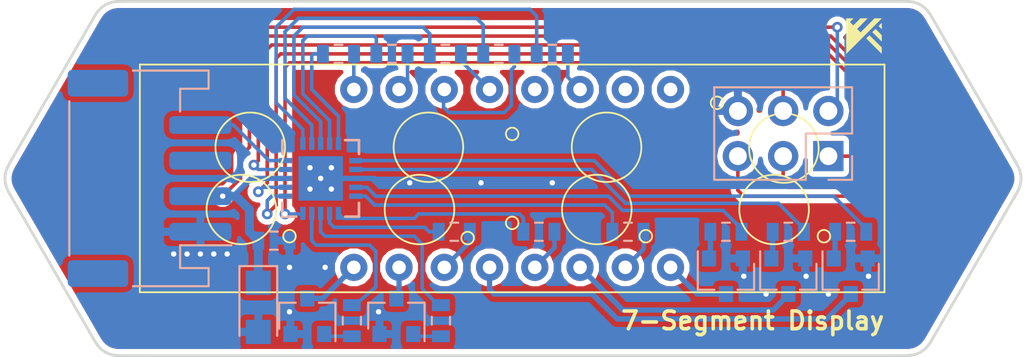
<source format=kicad_pcb>
(kicad_pcb (version 20171130) (host pcbnew 5.0.2-5.fc29)

  (general
    (thickness 1.6)
    (drawings 295)
    (tracks 243)
    (zones 0)
    (modules 25)
    (nets 40)
  )

  (page A4)
  (layers
    (0 F.Cu signal)
    (31 B.Cu signal)
    (32 B.Adhes user)
    (33 F.Adhes user)
    (34 B.Paste user)
    (35 F.Paste user)
    (36 B.SilkS user)
    (37 F.SilkS user)
    (38 B.Mask user)
    (39 F.Mask user)
    (40 Dwgs.User user)
    (41 Cmts.User user)
    (42 Eco1.User user)
    (43 Eco2.User user)
    (44 Edge.Cuts user)
    (45 Margin user)
    (46 B.CrtYd user)
    (47 F.CrtYd user)
    (48 B.Fab user hide)
    (49 F.Fab user hide)
  )

  (setup
    (last_trace_width 0.2)
    (user_trace_width 0.2)
    (user_trace_width 0.25)
    (user_trace_width 0.3)
    (user_trace_width 0.35)
    (user_trace_width 0.4)
    (user_trace_width 0.5)
    (user_trace_width 0.2)
    (user_trace_width 0.25)
    (user_trace_width 0.3)
    (user_trace_width 0.35)
    (user_trace_width 0.4)
    (user_trace_width 0.5)
    (trace_clearance 0.2)
    (zone_clearance 0.3)
    (zone_45_only no)
    (trace_min 0.2)
    (segment_width 0.2)
    (edge_width 0.15)
    (via_size 0.6)
    (via_drill 0.3)
    (via_min_size 0.6)
    (via_min_drill 0.3)
    (user_via 0.6 0.3)
    (user_via 0.6 0.3)
    (uvia_size 0.3)
    (uvia_drill 0.1)
    (uvias_allowed no)
    (uvia_min_size 0.2)
    (uvia_min_drill 0.1)
    (pcb_text_width 0.3)
    (pcb_text_size 1.5 1.5)
    (mod_edge_width 0.15)
    (mod_text_size 1 1)
    (mod_text_width 0.15)
    (pad_size 1.524 1.524)
    (pad_drill 0.762)
    (pad_to_mask_clearance 0.2)
    (solder_mask_min_width 0.25)
    (aux_axis_origin 0 0)
    (visible_elements 7FFFFFFF)
    (pcbplotparams
      (layerselection 0x010fc_ffffffff)
      (usegerberextensions false)
      (usegerberattributes false)
      (usegerberadvancedattributes false)
      (creategerberjobfile false)
      (excludeedgelayer true)
      (linewidth 0.100000)
      (plotframeref false)
      (viasonmask false)
      (mode 1)
      (useauxorigin false)
      (hpglpennumber 1)
      (hpglpenspeed 20)
      (hpglpendiameter 15.000000)
      (psnegative false)
      (psa4output false)
      (plotreference true)
      (plotvalue true)
      (plotinvisibletext false)
      (padsonsilk false)
      (subtractmaskfromsilk false)
      (outputformat 1)
      (mirror false)
      (drillshape 1)
      (scaleselection 1)
      (outputdirectory ""))
  )

  (net 0 "")
  (net 1 GND)
  (net 2 VCC)
  (net 3 MOSI)
  (net 4 SCK)
  (net 5 MISO)
  (net 6 RESET)
  (net 7 D3)
  (net 8 D1)
  (net 9 D2)
  (net 10 D4)
  (net 11 L-com)
  (net 12 D1_T)
  (net 13 D2_T)
  (net 14 D3_T)
  (net 15 D4_T)
  (net 16 L-com_T)
  (net 17 Seg_D)
  (net 18 Seg_E)
  (net 19 Seg_B)
  (net 20 Seg_G)
  (net 21 Seg_A)
  (net 22 Seg_C)
  (net 23 Seg_F)
  (net 24 "Net-(Q1-Pad1)")
  (net 25 "Net-(Q2-Pad1)")
  (net 26 "Net-(Q3-Pad1)")
  (net 27 "Net-(Q4-Pad1)")
  (net 28 "Net-(Q5-Pad1)")
  (net 29 "Net-(R9-Pad2)")
  (net 30 "Net-(R10-Pad2)")
  (net 31 "Net-(R11-Pad2)")
  (net 32 "Net-(R12-Pad2)")
  (net 33 "Net-(R13-Pad2)")
  (net 34 "Net-(R14-Pad2)")
  (net 35 "Net-(R15-Pad2)")
  (net 36 Seg_DP)
  (net 37 RX)
  (net 38 "Net-(J1-Pad3)")
  (net 39 "Net-(R16-Pad2)")

  (net_class Default "This is the default net class."
    (clearance 0.2)
    (trace_width 0.2)
    (via_dia 0.6)
    (via_drill 0.3)
    (uvia_dia 0.3)
    (uvia_drill 0.1)
    (add_net D1)
    (add_net D1_T)
    (add_net D2)
    (add_net D2_T)
    (add_net D3)
    (add_net D3_T)
    (add_net D4)
    (add_net D4_T)
    (add_net GND)
    (add_net L-com)
    (add_net L-com_T)
    (add_net MISO)
    (add_net MOSI)
    (add_net "Net-(J1-Pad3)")
    (add_net "Net-(Q1-Pad1)")
    (add_net "Net-(Q2-Pad1)")
    (add_net "Net-(Q3-Pad1)")
    (add_net "Net-(Q4-Pad1)")
    (add_net "Net-(Q5-Pad1)")
    (add_net "Net-(R10-Pad2)")
    (add_net "Net-(R11-Pad2)")
    (add_net "Net-(R12-Pad2)")
    (add_net "Net-(R13-Pad2)")
    (add_net "Net-(R14-Pad2)")
    (add_net "Net-(R15-Pad2)")
    (add_net "Net-(R16-Pad2)")
    (add_net "Net-(R9-Pad2)")
    (add_net RESET)
    (add_net RX)
    (add_net SCK)
    (add_net Seg_A)
    (add_net Seg_B)
    (add_net Seg_C)
    (add_net Seg_D)
    (add_net Seg_DP)
    (add_net Seg_E)
    (add_net Seg_F)
    (add_net Seg_G)
    (add_net VCC)
  )

  (module GiraffeTech-Liteon:LTC-4727JR (layer F.Cu) (tedit 5AC2ABC1) (tstamp 5CAA5720)
    (at 148.75 105)
    (path /5AC2818C)
    (fp_text reference SEG1 (at 0 -7.5) (layer F.SilkS) hide
      (effects (font (size 1 1) (thickness 0.15)))
    )
    (fp_text value Lite-On_LTC-4727JR (at 0 7.75) (layer F.Fab)
      (effects (font (size 1 1) (thickness 0.15)))
    )
    (fp_line (start 20.9 6.4) (end -20.9 6.4) (layer F.SilkS) (width 0.1))
    (fp_line (start 20.9 -6.4) (end -20.9 -6.4) (layer F.SilkS) (width 0.1))
    (fp_line (start 20.9 6.4) (end 20.9 -6.4) (layer F.SilkS) (width 0.1))
    (fp_line (start -20.9 -6.4) (end -20.9 6.4) (layer F.SilkS) (width 0.1))
    (fp_circle (center 0 -2.5) (end 0.25 -2.25) (layer F.SilkS) (width 0.1))
    (fp_circle (center 0 2.5) (end 0.25 2.75) (layer F.SilkS) (width 0.1))
    (fp_circle (center 11.5 -4.25) (end 11.75 -4) (layer F.SilkS) (width 0.1))
    (fp_circle (center 7.5 3.25) (end 7.75 3.5) (layer F.SilkS) (width 0.1))
    (fp_circle (center 17.5 3.25) (end 17.75 3.5) (layer F.SilkS) (width 0.1))
    (fp_circle (center -2.5 3.353553) (end -2.25 3.603553) (layer F.SilkS) (width 0.1))
    (fp_circle (center -12.5 3.25) (end -12.25 3.5) (layer F.SilkS) (width 0.1))
    (fp_circle (center -14.702562 -1.75) (end -13.452562 -0.25) (layer F.SilkS) (width 0.1))
    (fp_circle (center -15.202562 1.75) (end -13.952562 3.25) (layer F.SilkS) (width 0.1))
    (fp_circle (center -5.202562 1.75) (end -3.952562 3.25) (layer F.SilkS) (width 0.1))
    (fp_circle (center -4.702562 -1.75) (end -3.452562 -0.25) (layer F.SilkS) (width 0.1))
    (fp_circle (center 5.297438 -1.75) (end 6.547438 -0.25) (layer F.SilkS) (width 0.1))
    (fp_circle (center 4.75 1.75) (end 6 3.25) (layer F.SilkS) (width 0.1))
    (fp_circle (center 15.25 -1.702562) (end 16.5 -0.202562) (layer F.SilkS) (width 0.1))
    (fp_circle (center 14.702562 1.75) (end 15.952562 3.25) (layer F.SilkS) (width 0.1))
    (pad 1 thru_hole circle (at -8.89 5) (size 1.524 1.524) (drill 0.762) (layers *.Cu *.Mask)
      (net 8 D1))
    (pad 2 thru_hole circle (at -6.35 5) (size 1.524 1.524) (drill 0.762) (layers *.Cu *.Mask)
      (net 9 D2))
    (pad 3 thru_hole circle (at -3.81 5) (size 1.524 1.524) (drill 0.762) (layers *.Cu *.Mask)
      (net 17 Seg_D))
    (pad 4 thru_hole circle (at -1.27 5) (size 1.524 1.524) (drill 0.762) (layers *.Cu *.Mask)
      (net 11 L-com))
    (pad 5 thru_hole circle (at 1.27 5) (size 1.524 1.524) (drill 0.762) (layers *.Cu *.Mask)
      (net 18 Seg_E))
    (pad 6 thru_hole circle (at 3.81 5) (size 1.524 1.524) (drill 0.762) (layers *.Cu *.Mask)
      (net 7 D3))
    (pad 7 thru_hole circle (at 6.35 5) (size 1.524 1.524) (drill 0.762) (layers *.Cu *.Mask)
      (net 36 Seg_DP))
    (pad 8 thru_hole circle (at 8.89 5) (size 1.524 1.524) (drill 0.762) (layers *.Cu *.Mask)
      (net 10 D4))
    (pad 16 thru_hole circle (at -8.89 -5) (size 1.524 1.524) (drill 0.762) (layers *.Cu *.Mask)
      (net 19 Seg_B))
    (pad 15 thru_hole circle (at -6.35 -5) (size 1.524 1.524) (drill 0.762) (layers *.Cu *.Mask)
      (net 20 Seg_G))
    (pad 14 thru_hole circle (at -3.81 -5) (size 1.524 1.524) (drill 0.762) (layers *.Cu *.Mask)
      (net 21 Seg_A))
    (pad 13 thru_hole circle (at -1.27 -5) (size 1.524 1.524) (drill 0.762) (layers *.Cu *.Mask)
      (net 22 Seg_C))
    (pad 12 thru_hole circle (at 1.27 -5) (size 1.524 1.524) (drill 0.762) (layers *.Cu *.Mask))
    (pad 11 thru_hole circle (at 3.81 -5) (size 1.524 1.524) (drill 0.762) (layers *.Cu *.Mask)
      (net 23 Seg_F))
    (pad 10 thru_hole circle (at 6.35 -5) (size 1.524 1.524) (drill 0.762) (layers *.Cu *.Mask))
    (pad 9 thru_hole circle (at 8.89 -5) (size 1.524 1.524) (drill 0.762) (layers *.Cu *.Mask))
  )

  (module Connector_JST:JST_PH_S4B-PH-SM4-TB_1x04-1MP_P2.00mm_Horizontal (layer B.Cu) (tedit 5C72A22D) (tstamp 5C7305A3)
    (at 128.4 105 90)
    (descr "JST PH series connector, S4B-PH-SM4-TB (http://www.jst-mfg.com/product/pdf/eng/ePH.pdf), generated with kicad-footprint-generator")
    (tags "connector JST PH top entry")
    (path /5AC27A85)
    (attr smd)
    (fp_text reference J1 (at 0 5.8 90) (layer B.SilkS) hide
      (effects (font (size 1 1) (thickness 0.15)) (justify mirror))
    )
    (fp_text value Conn_01x04 (at 0 -5.8 90) (layer B.Fab)
      (effects (font (size 1 1) (thickness 0.15)) (justify mirror))
    )
    (fp_line (start -5.95 3.2) (end -5.15 3.2) (layer B.Fab) (width 0.1))
    (fp_line (start -5.15 3.2) (end -5.15 1.6) (layer B.Fab) (width 0.1))
    (fp_line (start -5.15 1.6) (end 5.15 1.6) (layer B.Fab) (width 0.1))
    (fp_line (start 5.15 1.6) (end 5.15 3.2) (layer B.Fab) (width 0.1))
    (fp_line (start 5.15 3.2) (end 5.95 3.2) (layer B.Fab) (width 0.1))
    (fp_line (start -6.06 -0.94) (end -6.06 3.31) (layer B.SilkS) (width 0.12))
    (fp_line (start -6.06 3.31) (end -5.04 3.31) (layer B.SilkS) (width 0.12))
    (fp_line (start -5.04 3.31) (end -5.04 1.71) (layer B.SilkS) (width 0.12))
    (fp_line (start -5.04 1.71) (end -3.76 1.71) (layer B.SilkS) (width 0.12))
    (fp_line (start -3.76 1.71) (end -3.76 4.6) (layer B.SilkS) (width 0.12))
    (fp_line (start 6.06 -0.94) (end 6.06 3.31) (layer B.SilkS) (width 0.12))
    (fp_line (start 6.06 3.31) (end 5.04 3.31) (layer B.SilkS) (width 0.12))
    (fp_line (start 5.04 3.31) (end 5.04 1.71) (layer B.SilkS) (width 0.12))
    (fp_line (start 5.04 1.71) (end 3.76 1.71) (layer B.SilkS) (width 0.12))
    (fp_line (start -4.34 -4.51) (end 4.34 -4.51) (layer B.SilkS) (width 0.12))
    (fp_line (start -5.95 -4.4) (end 5.95 -4.4) (layer B.Fab) (width 0.1))
    (fp_line (start -5.95 3.2) (end -5.95 -4.4) (layer B.Fab) (width 0.1))
    (fp_line (start 5.95 3.2) (end 5.95 -4.4) (layer B.Fab) (width 0.1))
    (fp_line (start -6.6 5.1) (end -6.6 -5.1) (layer B.CrtYd) (width 0.05))
    (fp_line (start -6.6 -5.1) (end 6.6 -5.1) (layer B.CrtYd) (width 0.05))
    (fp_line (start 6.6 -5.1) (end 6.6 5.1) (layer B.CrtYd) (width 0.05))
    (fp_line (start 6.6 5.1) (end -6.6 5.1) (layer B.CrtYd) (width 0.05))
    (fp_line (start -3.5 1.6) (end -3 0.892893) (layer B.Fab) (width 0.1))
    (fp_line (start -3 0.892893) (end -2.5 1.6) (layer B.Fab) (width 0.1))
    (fp_text user %R (at 0 -1.5 90) (layer B.Fab)
      (effects (font (size 1 1) (thickness 0.15)) (justify mirror))
    )
    (pad 1 smd roundrect (at -3 2.85 90) (size 1 3.5) (layers B.Cu B.Paste B.Mask) (roundrect_rratio 0.25)
      (net 1 GND))
    (pad 2 smd roundrect (at -1 2.85 90) (size 1 3.5) (layers B.Cu B.Paste B.Mask) (roundrect_rratio 0.25)
      (net 2 VCC))
    (pad 3 smd roundrect (at 1 2.85 90) (size 1 3.5) (layers B.Cu B.Paste B.Mask) (roundrect_rratio 0.25)
      (net 38 "Net-(J1-Pad3)"))
    (pad 4 smd roundrect (at 3 2.85 90) (size 1 3.5) (layers B.Cu B.Paste B.Mask) (roundrect_rratio 0.25)
      (net 37 RX))
    (pad MP smd roundrect (at -5.35 -2.9 90) (size 1.5 3.4) (layers B.Cu B.Paste B.Mask) (roundrect_rratio 0.166667))
    (pad MP smd roundrect (at 5.35 -2.9 90) (size 1.5 3.4) (layers B.Cu B.Paste B.Mask) (roundrect_rratio 0.166667))
    (model ${KISYS3DMOD}/Connector_JST.3dshapes/JST_PH_S4B-PH-SM4-TB_1x04-1MP_P2.00mm_Horizontal.wrl
      (at (xyz 0 0 0))
      (scale (xyz 1 1 1))
      (rotate (xyz 0 0 0))
    )
  )

  (module Capacitor_SMD:C_0603_1608Metric (layer B.Cu) (tedit 5AC73880) (tstamp 5C7318C1)
    (at 135.375 108.5)
    (descr "Capacitor SMD 0603 (1608 Metric), square (rectangular) end terminal, IPC_7351 nominal, (Body size source: http://www.tortai-tech.com/upload/download/2011102023233369053.pdf), generated with kicad-footprint-generator")
    (tags capacitor)
    (path /5AD2D298)
    (attr smd)
    (fp_text reference C2 (at 0 1.65) (layer B.SilkS) hide
      (effects (font (size 1 1) (thickness 0.15)) (justify mirror))
    )
    (fp_text value 0.1uF (at 0 -1.65) (layer B.Fab)
      (effects (font (size 1 1) (thickness 0.15)) (justify mirror))
    )
    (fp_line (start -0.8 -0.4) (end -0.8 0.4) (layer B.Fab) (width 0.1))
    (fp_line (start -0.8 0.4) (end 0.8 0.4) (layer B.Fab) (width 0.1))
    (fp_line (start 0.8 0.4) (end 0.8 -0.4) (layer B.Fab) (width 0.1))
    (fp_line (start 0.8 -0.4) (end -0.8 -0.4) (layer B.Fab) (width 0.1))
    (fp_line (start -0.22 0.51) (end 0.22 0.51) (layer B.SilkS) (width 0.12))
    (fp_line (start -0.22 -0.51) (end 0.22 -0.51) (layer B.SilkS) (width 0.12))
    (fp_line (start -1.46 -0.75) (end -1.46 0.75) (layer B.CrtYd) (width 0.05))
    (fp_line (start -1.46 0.75) (end 1.46 0.75) (layer B.CrtYd) (width 0.05))
    (fp_line (start 1.46 0.75) (end 1.46 -0.75) (layer B.CrtYd) (width 0.05))
    (fp_line (start 1.46 -0.75) (end -1.46 -0.75) (layer B.CrtYd) (width 0.05))
    (fp_text user %R (at 0 0) (layer B.Fab)
      (effects (font (size 0.5 0.5) (thickness 0.08)) (justify mirror))
    )
    (pad 1 smd rect (at -0.875 0) (size 0.67 1) (layers B.Cu B.Paste B.Mask)
      (net 2 VCC))
    (pad 2 smd rect (at 0.875 0) (size 0.67 1) (layers B.Cu B.Paste B.Mask)
      (net 1 GND))
    (model ${KISYS3DMOD}/Capacitor_SMD.3dshapes/C_0603_1608Metric.wrl
      (at (xyz 0 0 0))
      (scale (xyz 1 1 1))
      (rotate (xyz 0 0 0))
    )
  )

  (module Package_DFN_QFN:QFN-20-1EP_4x4mm_P0.5mm_EP2.5x2.5mm (layer B.Cu) (tedit 5AC73886) (tstamp 5C73157E)
    (at 138 105 270)
    (descr "20-Lead Plastic Quad Flat, No Lead Package (ML) - 4x4x0.9 mm Body [QFN]; (see Microchip Packaging Specification 00000049BS.pdf)")
    (tags "QFN 0.5")
    (path /5AC8BAD1)
    (attr smd)
    (fp_text reference U1 (at 0 3.33 270) (layer B.SilkS) hide
      (effects (font (size 1 1) (thickness 0.15)) (justify mirror))
    )
    (fp_text value ATtiny2313-20MU (at 0 -3.33 270) (layer B.Fab)
      (effects (font (size 1 1) (thickness 0.15)) (justify mirror))
    )
    (fp_text user %R (at 0 0 270) (layer B.Fab)
      (effects (font (size 1 1) (thickness 0.15)) (justify mirror))
    )
    (fp_line (start -1 2) (end 2 2) (layer B.Fab) (width 0.15))
    (fp_line (start 2 2) (end 2 -2) (layer B.Fab) (width 0.15))
    (fp_line (start 2 -2) (end -2 -2) (layer B.Fab) (width 0.15))
    (fp_line (start -2 -2) (end -2 1) (layer B.Fab) (width 0.15))
    (fp_line (start -2 1) (end -1 2) (layer B.Fab) (width 0.15))
    (fp_line (start -2.6 2.6) (end -2.6 -2.6) (layer B.CrtYd) (width 0.05))
    (fp_line (start 2.6 2.6) (end 2.6 -2.6) (layer B.CrtYd) (width 0.05))
    (fp_line (start -2.6 2.6) (end 2.6 2.6) (layer B.CrtYd) (width 0.05))
    (fp_line (start -2.6 -2.6) (end 2.6 -2.6) (layer B.CrtYd) (width 0.05))
    (fp_line (start 2.15 2.15) (end 2.15 1.375) (layer B.SilkS) (width 0.15))
    (fp_line (start -2.15 -2.15) (end -2.15 -1.375) (layer B.SilkS) (width 0.15))
    (fp_line (start 2.15 -2.15) (end 2.15 -1.375) (layer B.SilkS) (width 0.15))
    (fp_line (start -2.15 2.15) (end -1.375 2.15) (layer B.SilkS) (width 0.15))
    (fp_line (start -2.15 -2.15) (end -1.375 -2.15) (layer B.SilkS) (width 0.15))
    (fp_line (start 2.15 -2.15) (end 1.375 -2.15) (layer B.SilkS) (width 0.15))
    (fp_line (start 2.15 2.15) (end 1.375 2.15) (layer B.SilkS) (width 0.15))
    (pad 1 smd rect (at -1.965 1 270) (size 0.73 0.3) (layers B.Cu B.Paste B.Mask)
      (net 34 "Net-(R14-Pad2)"))
    (pad 2 smd rect (at -1.965 0.5 270) (size 0.73 0.3) (layers B.Cu B.Paste B.Mask)
      (net 29 "Net-(R9-Pad2)"))
    (pad 3 smd rect (at -1.965 0 270) (size 0.73 0.3) (layers B.Cu B.Paste B.Mask)
      (net 31 "Net-(R11-Pad2)"))
    (pad 4 smd rect (at -1.965 -0.5 270) (size 0.73 0.3) (layers B.Cu B.Paste B.Mask)
      (net 35 "Net-(R15-Pad2)"))
    (pad 5 smd rect (at -1.965 -1 270) (size 0.73 0.3) (layers B.Cu B.Paste B.Mask)
      (net 30 "Net-(R10-Pad2)"))
    (pad 6 smd rect (at -1 -1.965 180) (size 0.73 0.3) (layers B.Cu B.Paste B.Mask)
      (net 16 L-com_T))
    (pad 7 smd rect (at -0.5 -1.965 180) (size 0.73 0.3) (layers B.Cu B.Paste B.Mask)
      (net 14 D3_T))
    (pad 8 smd rect (at 0 -1.965 180) (size 0.73 0.3) (layers B.Cu B.Paste B.Mask)
      (net 1 GND))
    (pad 9 smd rect (at 0.5 -1.965 180) (size 0.73 0.3) (layers B.Cu B.Paste B.Mask)
      (net 15 D4_T))
    (pad 10 smd rect (at 1 -1.965 180) (size 0.73 0.3) (layers B.Cu B.Paste B.Mask)
      (net 39 "Net-(R16-Pad2)"))
    (pad 11 smd rect (at 1.965 -1 270) (size 0.73 0.3) (layers B.Cu B.Paste B.Mask)
      (net 33 "Net-(R13-Pad2)"))
    (pad 12 smd rect (at 1.965 -0.5 270) (size 0.73 0.3) (layers B.Cu B.Paste B.Mask)
      (net 32 "Net-(R12-Pad2)"))
    (pad 13 smd rect (at 1.965 0 270) (size 0.73 0.3) (layers B.Cu B.Paste B.Mask)
      (net 13 D2_T))
    (pad 14 smd rect (at 1.965 0.5 270) (size 0.73 0.3) (layers B.Cu B.Paste B.Mask)
      (net 12 D1_T))
    (pad 15 smd rect (at 1.965 1 270) (size 0.73 0.3) (layers B.Cu B.Paste B.Mask)
      (net 3 MOSI))
    (pad 16 smd rect (at 1 1.965 180) (size 0.73 0.3) (layers B.Cu B.Paste B.Mask)
      (net 5 MISO))
    (pad 17 smd rect (at 0.5 1.965 180) (size 0.73 0.3) (layers B.Cu B.Paste B.Mask)
      (net 4 SCK))
    (pad 18 smd rect (at 0 1.965 180) (size 0.73 0.3) (layers B.Cu B.Paste B.Mask)
      (net 2 VCC))
    (pad 19 smd rect (at -0.5 1.965 180) (size 0.73 0.3) (layers B.Cu B.Paste B.Mask)
      (net 6 RESET))
    (pad 20 smd rect (at -1 1.965 180) (size 0.73 0.3) (layers B.Cu B.Paste B.Mask)
      (net 37 RX))
    (pad 21 smd rect (at 0 0 270) (size 2.5 2.5) (layers B.Cu B.Mask)
      (net 1 GND))
    (pad "" smd rect (at -0.625 -0.625 270) (size 1.05 1.05) (layers B.Paste))
    (pad "" smd rect (at 0.625 -0.625 270) (size 1.05 1.05) (layers B.Paste))
    (pad "" smd rect (at -0.625 0.625 270) (size 1.05 1.05) (layers B.Paste))
    (pad "" smd rect (at 0.625 0.625 270) (size 1.05 1.05) (layers B.Paste))
    (model ${KISYS3DMOD}/Package_DFN_QFN.3dshapes/QFN-20-1EP_4x4mm_P0.5mm_EP2.5x2.5mm.wrl
      (at (xyz 0 0 0))
      (scale (xyz 1 1 1))
      (rotate (xyz 0 0 0))
    )
  )

  (module Connector_PinHeader_2.54mm:PinHeader_2x03_P2.54mm_Vertical (layer B.Cu) (tedit 5AC7388B) (tstamp 5C73125A)
    (at 166.5 103.75 90)
    (descr "Through hole straight pin header, 2x03, 2.54mm pitch, double rows")
    (tags "Through hole pin header THT 2x03 2.54mm double row")
    (path /5AC2E68F)
    (fp_text reference J2 (at 1.27 2.33 90) (layer B.SilkS) hide
      (effects (font (size 1 1) (thickness 0.15)) (justify mirror))
    )
    (fp_text value AVR_ICSP (at 1.27 -7.41 90) (layer B.Fab)
      (effects (font (size 1 1) (thickness 0.15)) (justify mirror))
    )
    (fp_line (start 0 1.27) (end 3.81 1.27) (layer B.Fab) (width 0.1))
    (fp_line (start 3.81 1.27) (end 3.81 -6.35) (layer B.Fab) (width 0.1))
    (fp_line (start 3.81 -6.35) (end -1.27 -6.35) (layer B.Fab) (width 0.1))
    (fp_line (start -1.27 -6.35) (end -1.27 0) (layer B.Fab) (width 0.1))
    (fp_line (start -1.27 0) (end 0 1.27) (layer B.Fab) (width 0.1))
    (fp_line (start -1.33 -6.41) (end 3.87 -6.41) (layer B.SilkS) (width 0.12))
    (fp_line (start -1.33 -1.27) (end -1.33 -6.41) (layer B.SilkS) (width 0.12))
    (fp_line (start 3.87 1.33) (end 3.87 -6.41) (layer B.SilkS) (width 0.12))
    (fp_line (start -1.33 -1.27) (end 1.27 -1.27) (layer B.SilkS) (width 0.12))
    (fp_line (start 1.27 -1.27) (end 1.27 1.33) (layer B.SilkS) (width 0.12))
    (fp_line (start 1.27 1.33) (end 3.87 1.33) (layer B.SilkS) (width 0.12))
    (fp_line (start -1.33 0) (end -1.33 1.33) (layer B.SilkS) (width 0.12))
    (fp_line (start -1.33 1.33) (end 0 1.33) (layer B.SilkS) (width 0.12))
    (fp_line (start -1.8 1.8) (end -1.8 -6.85) (layer B.CrtYd) (width 0.05))
    (fp_line (start -1.8 -6.85) (end 4.35 -6.85) (layer B.CrtYd) (width 0.05))
    (fp_line (start 4.35 -6.85) (end 4.35 1.8) (layer B.CrtYd) (width 0.05))
    (fp_line (start 4.35 1.8) (end -1.8 1.8) (layer B.CrtYd) (width 0.05))
    (fp_text user %R (at 1.27 -2.54) (layer B.Fab)
      (effects (font (size 1 1) (thickness 0.15)) (justify mirror))
    )
    (pad 1 thru_hole rect (at 0 0 90) (size 1.7 1.7) (drill 1) (layers *.Cu *.Mask)
      (net 5 MISO))
    (pad 2 thru_hole oval (at 2.54 0 90) (size 1.7 1.7) (drill 1) (layers *.Cu *.Mask)
      (net 2 VCC))
    (pad 3 thru_hole oval (at 0 -2.54 90) (size 1.7 1.7) (drill 1) (layers *.Cu *.Mask)
      (net 4 SCK))
    (pad 4 thru_hole oval (at 2.54 -2.54 90) (size 1.7 1.7) (drill 1) (layers *.Cu *.Mask)
      (net 3 MOSI))
    (pad 5 thru_hole oval (at 0 -5.08 90) (size 1.7 1.7) (drill 1) (layers *.Cu *.Mask)
      (net 6 RESET))
    (pad 6 thru_hole oval (at 2.54 -5.08 90) (size 1.7 1.7) (drill 1) (layers *.Cu *.Mask)
      (net 1 GND))
    (model ${KISYS3DMOD}/Connector_PinHeader_2.54mm.3dshapes/PinHeader_2x03_P2.54mm_Vertical.wrl
      (at (xyz 0 0 0))
      (scale (xyz 1 1 1))
      (rotate (xyz 0 0 0))
    )
  )

  (module Package_TO_SOT_SMD:SOT-23 (layer B.Cu) (tedit 5AC73855) (tstamp 5C73184D)
    (at 137.25 112.75 90)
    (descr "SOT-23, Standard")
    (tags SOT-23)
    (path /5AC481BF)
    (attr smd)
    (fp_text reference Q1 (at 0 2.5 90) (layer B.SilkS) hide
      (effects (font (size 1 1) (thickness 0.15)) (justify mirror))
    )
    (fp_text value MMBT2222ALT1G (at 0 -2.5 90) (layer B.Fab)
      (effects (font (size 1 1) (thickness 0.15)) (justify mirror))
    )
    (fp_line (start 0.76 -1.58) (end -0.7 -1.58) (layer B.SilkS) (width 0.12))
    (fp_line (start 0.76 1.58) (end -1.4 1.58) (layer B.SilkS) (width 0.12))
    (fp_line (start -1.7 -1.75) (end -1.7 1.75) (layer B.CrtYd) (width 0.05))
    (fp_line (start 1.7 -1.75) (end -1.7 -1.75) (layer B.CrtYd) (width 0.05))
    (fp_line (start 1.7 1.75) (end 1.7 -1.75) (layer B.CrtYd) (width 0.05))
    (fp_line (start -1.7 1.75) (end 1.7 1.75) (layer B.CrtYd) (width 0.05))
    (fp_line (start 0.76 1.58) (end 0.76 0.65) (layer B.SilkS) (width 0.12))
    (fp_line (start 0.76 -1.58) (end 0.76 -0.65) (layer B.SilkS) (width 0.12))
    (fp_line (start -0.7 -1.52) (end 0.7 -1.52) (layer B.Fab) (width 0.1))
    (fp_line (start 0.7 1.52) (end 0.7 -1.52) (layer B.Fab) (width 0.1))
    (fp_line (start -0.7 0.95) (end -0.15 1.52) (layer B.Fab) (width 0.1))
    (fp_line (start -0.15 1.52) (end 0.7 1.52) (layer B.Fab) (width 0.1))
    (fp_line (start -0.7 0.95) (end -0.7 -1.5) (layer B.Fab) (width 0.1))
    (fp_text user %R (at 0 0) (layer B.Fab)
      (effects (font (size 0.5 0.5) (thickness 0.075)) (justify mirror))
    )
    (pad 3 smd rect (at 1 0 90) (size 0.9 0.8) (layers B.Cu B.Paste B.Mask)
      (net 8 D1))
    (pad 2 smd rect (at -1 -0.95 90) (size 0.9 0.8) (layers B.Cu B.Paste B.Mask)
      (net 1 GND))
    (pad 1 smd rect (at -1 0.95 90) (size 0.9 0.8) (layers B.Cu B.Paste B.Mask)
      (net 24 "Net-(Q1-Pad1)"))
    (model ${KISYS3DMOD}/Package_TO_SOT_SMD.3dshapes/SOT-23.wrl
      (at (xyz 0 0 0))
      (scale (xyz 1 1 1))
      (rotate (xyz 0 0 0))
    )
  )

  (module Package_TO_SOT_SMD:SOT-23 (layer B.Cu) (tedit 5AC73850) (tstamp 5C731889)
    (at 142.25 112.75 90)
    (descr "SOT-23, Standard")
    (tags SOT-23)
    (path /5AC483C8)
    (attr smd)
    (fp_text reference Q2 (at 0 2.5 90) (layer B.SilkS) hide
      (effects (font (size 1 1) (thickness 0.15)) (justify mirror))
    )
    (fp_text value MMBT2222ALT1G (at 0 -2.5 90) (layer B.Fab)
      (effects (font (size 1 1) (thickness 0.15)) (justify mirror))
    )
    (fp_line (start 0.76 -1.58) (end -0.7 -1.58) (layer B.SilkS) (width 0.12))
    (fp_line (start 0.76 1.58) (end -1.4 1.58) (layer B.SilkS) (width 0.12))
    (fp_line (start -1.7 -1.75) (end -1.7 1.75) (layer B.CrtYd) (width 0.05))
    (fp_line (start 1.7 -1.75) (end -1.7 -1.75) (layer B.CrtYd) (width 0.05))
    (fp_line (start 1.7 1.75) (end 1.7 -1.75) (layer B.CrtYd) (width 0.05))
    (fp_line (start -1.7 1.75) (end 1.7 1.75) (layer B.CrtYd) (width 0.05))
    (fp_line (start 0.76 1.58) (end 0.76 0.65) (layer B.SilkS) (width 0.12))
    (fp_line (start 0.76 -1.58) (end 0.76 -0.65) (layer B.SilkS) (width 0.12))
    (fp_line (start -0.7 -1.52) (end 0.7 -1.52) (layer B.Fab) (width 0.1))
    (fp_line (start 0.7 1.52) (end 0.7 -1.52) (layer B.Fab) (width 0.1))
    (fp_line (start -0.7 0.95) (end -0.15 1.52) (layer B.Fab) (width 0.1))
    (fp_line (start -0.15 1.52) (end 0.7 1.52) (layer B.Fab) (width 0.1))
    (fp_line (start -0.7 0.95) (end -0.7 -1.5) (layer B.Fab) (width 0.1))
    (fp_text user %R (at 0 0) (layer B.Fab)
      (effects (font (size 0.5 0.5) (thickness 0.075)) (justify mirror))
    )
    (pad 3 smd rect (at 1 0 90) (size 0.9 0.8) (layers B.Cu B.Paste B.Mask)
      (net 9 D2))
    (pad 2 smd rect (at -1 -0.95 90) (size 0.9 0.8) (layers B.Cu B.Paste B.Mask)
      (net 1 GND))
    (pad 1 smd rect (at -1 0.95 90) (size 0.9 0.8) (layers B.Cu B.Paste B.Mask)
      (net 25 "Net-(Q2-Pad1)"))
    (model ${KISYS3DMOD}/Package_TO_SOT_SMD.3dshapes/SOT-23.wrl
      (at (xyz 0 0 0))
      (scale (xyz 1 1 1))
      (rotate (xyz 0 0 0))
    )
  )

  (module Package_TO_SOT_SMD:SOT-23 (layer B.Cu) (tedit 5AC73893) (tstamp 5C7316E2)
    (at 164.25 110.5 270)
    (descr "SOT-23, Standard")
    (tags SOT-23)
    (path /5AC48444)
    (attr smd)
    (fp_text reference Q3 (at 0 2.5 270) (layer B.SilkS) hide
      (effects (font (size 1 1) (thickness 0.15)) (justify mirror))
    )
    (fp_text value MMBT2222ALT1G (at 0 -2.5 270) (layer B.Fab)
      (effects (font (size 1 1) (thickness 0.15)) (justify mirror))
    )
    (fp_text user %R (at 0 0 180) (layer B.Fab)
      (effects (font (size 0.5 0.5) (thickness 0.075)) (justify mirror))
    )
    (fp_line (start -0.7 0.95) (end -0.7 -1.5) (layer B.Fab) (width 0.1))
    (fp_line (start -0.15 1.52) (end 0.7 1.52) (layer B.Fab) (width 0.1))
    (fp_line (start -0.7 0.95) (end -0.15 1.52) (layer B.Fab) (width 0.1))
    (fp_line (start 0.7 1.52) (end 0.7 -1.52) (layer B.Fab) (width 0.1))
    (fp_line (start -0.7 -1.52) (end 0.7 -1.52) (layer B.Fab) (width 0.1))
    (fp_line (start 0.76 -1.58) (end 0.76 -0.65) (layer B.SilkS) (width 0.12))
    (fp_line (start 0.76 1.58) (end 0.76 0.65) (layer B.SilkS) (width 0.12))
    (fp_line (start -1.7 1.75) (end 1.7 1.75) (layer B.CrtYd) (width 0.05))
    (fp_line (start 1.7 1.75) (end 1.7 -1.75) (layer B.CrtYd) (width 0.05))
    (fp_line (start 1.7 -1.75) (end -1.7 -1.75) (layer B.CrtYd) (width 0.05))
    (fp_line (start -1.7 -1.75) (end -1.7 1.75) (layer B.CrtYd) (width 0.05))
    (fp_line (start 0.76 1.58) (end -1.4 1.58) (layer B.SilkS) (width 0.12))
    (fp_line (start 0.76 -1.58) (end -0.7 -1.58) (layer B.SilkS) (width 0.12))
    (pad 1 smd rect (at -1 0.95 270) (size 0.9 0.8) (layers B.Cu B.Paste B.Mask)
      (net 26 "Net-(Q3-Pad1)"))
    (pad 2 smd rect (at -1 -0.95 270) (size 0.9 0.8) (layers B.Cu B.Paste B.Mask)
      (net 1 GND))
    (pad 3 smd rect (at 1 0 270) (size 0.9 0.8) (layers B.Cu B.Paste B.Mask)
      (net 7 D3))
    (model ${KISYS3DMOD}/Package_TO_SOT_SMD.3dshapes/SOT-23.wrl
      (at (xyz 0 0 0))
      (scale (xyz 1 1 1))
      (rotate (xyz 0 0 0))
    )
  )

  (module Package_TO_SOT_SMD:SOT-23 (layer B.Cu) (tedit 5AC7388F) (tstamp 5C731436)
    (at 160.75 110.5 270)
    (descr "SOT-23, Standard")
    (tags SOT-23)
    (path /5AC4848A)
    (attr smd)
    (fp_text reference Q4 (at 0 2.5 270) (layer B.SilkS) hide
      (effects (font (size 1 1) (thickness 0.15)) (justify mirror))
    )
    (fp_text value MMBT2222ALT1G (at 0 -2.5 270) (layer B.Fab)
      (effects (font (size 1 1) (thickness 0.15)) (justify mirror))
    )
    (fp_text user %R (at 0 0 180) (layer B.Fab)
      (effects (font (size 0.5 0.5) (thickness 0.075)) (justify mirror))
    )
    (fp_line (start -0.7 0.95) (end -0.7 -1.5) (layer B.Fab) (width 0.1))
    (fp_line (start -0.15 1.52) (end 0.7 1.52) (layer B.Fab) (width 0.1))
    (fp_line (start -0.7 0.95) (end -0.15 1.52) (layer B.Fab) (width 0.1))
    (fp_line (start 0.7 1.52) (end 0.7 -1.52) (layer B.Fab) (width 0.1))
    (fp_line (start -0.7 -1.52) (end 0.7 -1.52) (layer B.Fab) (width 0.1))
    (fp_line (start 0.76 -1.58) (end 0.76 -0.65) (layer B.SilkS) (width 0.12))
    (fp_line (start 0.76 1.58) (end 0.76 0.65) (layer B.SilkS) (width 0.12))
    (fp_line (start -1.7 1.75) (end 1.7 1.75) (layer B.CrtYd) (width 0.05))
    (fp_line (start 1.7 1.75) (end 1.7 -1.75) (layer B.CrtYd) (width 0.05))
    (fp_line (start 1.7 -1.75) (end -1.7 -1.75) (layer B.CrtYd) (width 0.05))
    (fp_line (start -1.7 -1.75) (end -1.7 1.75) (layer B.CrtYd) (width 0.05))
    (fp_line (start 0.76 1.58) (end -1.4 1.58) (layer B.SilkS) (width 0.12))
    (fp_line (start 0.76 -1.58) (end -0.7 -1.58) (layer B.SilkS) (width 0.12))
    (pad 1 smd rect (at -1 0.95 270) (size 0.9 0.8) (layers B.Cu B.Paste B.Mask)
      (net 27 "Net-(Q4-Pad1)"))
    (pad 2 smd rect (at -1 -0.95 270) (size 0.9 0.8) (layers B.Cu B.Paste B.Mask)
      (net 1 GND))
    (pad 3 smd rect (at 1 0 270) (size 0.9 0.8) (layers B.Cu B.Paste B.Mask)
      (net 10 D4))
    (model ${KISYS3DMOD}/Package_TO_SOT_SMD.3dshapes/SOT-23.wrl
      (at (xyz 0 0 0))
      (scale (xyz 1 1 1))
      (rotate (xyz 0 0 0))
    )
  )

  (module Package_TO_SOT_SMD:SOT-23 (layer B.Cu) (tedit 5AC73899) (tstamp 5C7315EC)
    (at 167.75 110.5 270)
    (descr "SOT-23, Standard")
    (tags SOT-23)
    (path /5AC484D2)
    (attr smd)
    (fp_text reference Q5 (at 0 2.5 270) (layer B.SilkS) hide
      (effects (font (size 1 1) (thickness 0.15)) (justify mirror))
    )
    (fp_text value MMBT2222ALT1G (at 0 -2.5 270) (layer B.Fab)
      (effects (font (size 1 1) (thickness 0.15)) (justify mirror))
    )
    (fp_text user %R (at 0 0 180) (layer B.Fab)
      (effects (font (size 0.5 0.5) (thickness 0.075)) (justify mirror))
    )
    (fp_line (start -0.7 0.95) (end -0.7 -1.5) (layer B.Fab) (width 0.1))
    (fp_line (start -0.15 1.52) (end 0.7 1.52) (layer B.Fab) (width 0.1))
    (fp_line (start -0.7 0.95) (end -0.15 1.52) (layer B.Fab) (width 0.1))
    (fp_line (start 0.7 1.52) (end 0.7 -1.52) (layer B.Fab) (width 0.1))
    (fp_line (start -0.7 -1.52) (end 0.7 -1.52) (layer B.Fab) (width 0.1))
    (fp_line (start 0.76 -1.58) (end 0.76 -0.65) (layer B.SilkS) (width 0.12))
    (fp_line (start 0.76 1.58) (end 0.76 0.65) (layer B.SilkS) (width 0.12))
    (fp_line (start -1.7 1.75) (end 1.7 1.75) (layer B.CrtYd) (width 0.05))
    (fp_line (start 1.7 1.75) (end 1.7 -1.75) (layer B.CrtYd) (width 0.05))
    (fp_line (start 1.7 -1.75) (end -1.7 -1.75) (layer B.CrtYd) (width 0.05))
    (fp_line (start -1.7 -1.75) (end -1.7 1.75) (layer B.CrtYd) (width 0.05))
    (fp_line (start 0.76 1.58) (end -1.4 1.58) (layer B.SilkS) (width 0.12))
    (fp_line (start 0.76 -1.58) (end -0.7 -1.58) (layer B.SilkS) (width 0.12))
    (pad 1 smd rect (at -1 0.95 270) (size 0.9 0.8) (layers B.Cu B.Paste B.Mask)
      (net 28 "Net-(Q5-Pad1)"))
    (pad 2 smd rect (at -1 -0.95 270) (size 0.9 0.8) (layers B.Cu B.Paste B.Mask)
      (net 1 GND))
    (pad 3 smd rect (at 1 0 270) (size 0.9 0.8) (layers B.Cu B.Paste B.Mask)
      (net 11 L-com))
    (model ${KISYS3DMOD}/Package_TO_SOT_SMD.3dshapes/SOT-23.wrl
      (at (xyz 0 0 0))
      (scale (xyz 1 1 1))
      (rotate (xyz 0 0 0))
    )
  )

  (module Resistor_SMD:R_0603_1608Metric (layer B.Cu) (tedit 5AC73857) (tstamp 5C733597)
    (at 139.75 113 90)
    (descr "Resistor SMD 0603 (1608 Metric), square (rectangular) end terminal, IPC_7351 nominal, (Body size source: http://www.tortai-tech.com/upload/download/2011102023233369053.pdf), generated with kicad-footprint-generator")
    (tags resistor)
    (path /5AC2FA2B)
    (attr smd)
    (fp_text reference R3 (at 0 1.65 90) (layer B.SilkS) hide
      (effects (font (size 1 1) (thickness 0.15)) (justify mirror))
    )
    (fp_text value 1k (at 0 -1.65 90) (layer B.Fab)
      (effects (font (size 1 1) (thickness 0.15)) (justify mirror))
    )
    (fp_line (start -0.8 -0.4) (end -0.8 0.4) (layer B.Fab) (width 0.1))
    (fp_line (start -0.8 0.4) (end 0.8 0.4) (layer B.Fab) (width 0.1))
    (fp_line (start 0.8 0.4) (end 0.8 -0.4) (layer B.Fab) (width 0.1))
    (fp_line (start 0.8 -0.4) (end -0.8 -0.4) (layer B.Fab) (width 0.1))
    (fp_line (start -0.22 0.51) (end 0.22 0.51) (layer B.SilkS) (width 0.12))
    (fp_line (start -0.22 -0.51) (end 0.22 -0.51) (layer B.SilkS) (width 0.12))
    (fp_line (start -1.46 -0.75) (end -1.46 0.75) (layer B.CrtYd) (width 0.05))
    (fp_line (start -1.46 0.75) (end 1.46 0.75) (layer B.CrtYd) (width 0.05))
    (fp_line (start 1.46 0.75) (end 1.46 -0.75) (layer B.CrtYd) (width 0.05))
    (fp_line (start 1.46 -0.75) (end -1.46 -0.75) (layer B.CrtYd) (width 0.05))
    (fp_text user %R (at 0 0 90) (layer B.Fab)
      (effects (font (size 0.5 0.5) (thickness 0.08)) (justify mirror))
    )
    (pad 1 smd rect (at -0.875 0 90) (size 0.67 1) (layers B.Cu B.Paste B.Mask)
      (net 24 "Net-(Q1-Pad1)"))
    (pad 2 smd rect (at 0.875 0 90) (size 0.67 1) (layers B.Cu B.Paste B.Mask)
      (net 12 D1_T))
    (model ${KISYS3DMOD}/Resistor_SMD.3dshapes/R_0603_1608Metric.wrl
      (at (xyz 0 0 0))
      (scale (xyz 1 1 1))
      (rotate (xyz 0 0 0))
    )
  )

  (module Resistor_SMD:R_0603_1608Metric (layer B.Cu) (tedit 5AC73853) (tstamp 5C7314CE)
    (at 144.75 113 90)
    (descr "Resistor SMD 0603 (1608 Metric), square (rectangular) end terminal, IPC_7351 nominal, (Body size source: http://www.tortai-tech.com/upload/download/2011102023233369053.pdf), generated with kicad-footprint-generator")
    (tags resistor)
    (path /5AC2FA44)
    (attr smd)
    (fp_text reference R4 (at 5.4 3.75 180) (layer B.SilkS) hide
      (effects (font (size 1 1) (thickness 0.15)) (justify mirror))
    )
    (fp_text value 1k (at 0 -1.65 90) (layer B.Fab)
      (effects (font (size 1 1) (thickness 0.15)) (justify mirror))
    )
    (fp_text user %R (at 0 0 90) (layer B.Fab)
      (effects (font (size 0.5 0.5) (thickness 0.08)) (justify mirror))
    )
    (fp_line (start 1.46 -0.75) (end -1.46 -0.75) (layer B.CrtYd) (width 0.05))
    (fp_line (start 1.46 0.75) (end 1.46 -0.75) (layer B.CrtYd) (width 0.05))
    (fp_line (start -1.46 0.75) (end 1.46 0.75) (layer B.CrtYd) (width 0.05))
    (fp_line (start -1.46 -0.75) (end -1.46 0.75) (layer B.CrtYd) (width 0.05))
    (fp_line (start -0.22 -0.51) (end 0.22 -0.51) (layer B.SilkS) (width 0.12))
    (fp_line (start -0.22 0.51) (end 0.22 0.51) (layer B.SilkS) (width 0.12))
    (fp_line (start 0.8 -0.4) (end -0.8 -0.4) (layer B.Fab) (width 0.1))
    (fp_line (start 0.8 0.4) (end 0.8 -0.4) (layer B.Fab) (width 0.1))
    (fp_line (start -0.8 0.4) (end 0.8 0.4) (layer B.Fab) (width 0.1))
    (fp_line (start -0.8 -0.4) (end -0.8 0.4) (layer B.Fab) (width 0.1))
    (pad 2 smd rect (at 0.875 0 90) (size 0.67 1) (layers B.Cu B.Paste B.Mask)
      (net 13 D2_T))
    (pad 1 smd rect (at -0.875 0 90) (size 0.67 1) (layers B.Cu B.Paste B.Mask)
      (net 25 "Net-(Q2-Pad1)"))
    (model ${KISYS3DMOD}/Resistor_SMD.3dshapes/R_0603_1608Metric.wrl
      (at (xyz 0 0 0))
      (scale (xyz 1 1 1))
      (rotate (xyz 0 0 0))
    )
  )

  (module Resistor_SMD:R_0603_1608Metric (layer B.Cu) (tedit 5AC73896) (tstamp 5C73165A)
    (at 164.25 108)
    (descr "Resistor SMD 0603 (1608 Metric), square (rectangular) end terminal, IPC_7351 nominal, (Body size source: http://www.tortai-tech.com/upload/download/2011102023233369053.pdf), generated with kicad-footprint-generator")
    (tags resistor)
    (path /5AC2AAB0)
    (attr smd)
    (fp_text reference R5 (at 0 1.65) (layer B.SilkS) hide
      (effects (font (size 1 1) (thickness 0.15)) (justify mirror))
    )
    (fp_text value 1k (at 0 -1.65) (layer B.Fab)
      (effects (font (size 1 1) (thickness 0.15)) (justify mirror))
    )
    (fp_line (start -0.8 -0.4) (end -0.8 0.4) (layer B.Fab) (width 0.1))
    (fp_line (start -0.8 0.4) (end 0.8 0.4) (layer B.Fab) (width 0.1))
    (fp_line (start 0.8 0.4) (end 0.8 -0.4) (layer B.Fab) (width 0.1))
    (fp_line (start 0.8 -0.4) (end -0.8 -0.4) (layer B.Fab) (width 0.1))
    (fp_line (start -0.22 0.51) (end 0.22 0.51) (layer B.SilkS) (width 0.12))
    (fp_line (start -0.22 -0.51) (end 0.22 -0.51) (layer B.SilkS) (width 0.12))
    (fp_line (start -1.46 -0.75) (end -1.46 0.75) (layer B.CrtYd) (width 0.05))
    (fp_line (start -1.46 0.75) (end 1.46 0.75) (layer B.CrtYd) (width 0.05))
    (fp_line (start 1.46 0.75) (end 1.46 -0.75) (layer B.CrtYd) (width 0.05))
    (fp_line (start 1.46 -0.75) (end -1.46 -0.75) (layer B.CrtYd) (width 0.05))
    (fp_text user %R (at 0 0) (layer B.Fab)
      (effects (font (size 0.5 0.5) (thickness 0.08)) (justify mirror))
    )
    (pad 1 smd rect (at -0.875 0) (size 0.67 1) (layers B.Cu B.Paste B.Mask)
      (net 26 "Net-(Q3-Pad1)"))
    (pad 2 smd rect (at 0.875 0) (size 0.67 1) (layers B.Cu B.Paste B.Mask)
      (net 14 D3_T))
    (model ${KISYS3DMOD}/Resistor_SMD.3dshapes/R_0603_1608Metric.wrl
      (at (xyz 0 0 0))
      (scale (xyz 1 1 1))
      (rotate (xyz 0 0 0))
    )
  )

  (module Resistor_SMD:R_0603_1608Metric (layer B.Cu) (tedit 5AC73891) (tstamp 5C73195D)
    (at 160.75 108)
    (descr "Resistor SMD 0603 (1608 Metric), square (rectangular) end terminal, IPC_7351 nominal, (Body size source: http://www.tortai-tech.com/upload/download/2011102023233369053.pdf), generated with kicad-footprint-generator")
    (tags resistor)
    (path /5AC2F477)
    (attr smd)
    (fp_text reference R6 (at -0.5 1.65) (layer B.SilkS) hide
      (effects (font (size 1 1) (thickness 0.15)) (justify mirror))
    )
    (fp_text value 1k (at 0 -1.65) (layer B.Fab)
      (effects (font (size 1 1) (thickness 0.15)) (justify mirror))
    )
    (fp_text user %R (at 0 0) (layer B.Fab)
      (effects (font (size 0.5 0.5) (thickness 0.08)) (justify mirror))
    )
    (fp_line (start 1.46 -0.75) (end -1.46 -0.75) (layer B.CrtYd) (width 0.05))
    (fp_line (start 1.46 0.75) (end 1.46 -0.75) (layer B.CrtYd) (width 0.05))
    (fp_line (start -1.46 0.75) (end 1.46 0.75) (layer B.CrtYd) (width 0.05))
    (fp_line (start -1.46 -0.75) (end -1.46 0.75) (layer B.CrtYd) (width 0.05))
    (fp_line (start -0.22 -0.51) (end 0.22 -0.51) (layer B.SilkS) (width 0.12))
    (fp_line (start -0.22 0.51) (end 0.22 0.51) (layer B.SilkS) (width 0.12))
    (fp_line (start 0.8 -0.4) (end -0.8 -0.4) (layer B.Fab) (width 0.1))
    (fp_line (start 0.8 0.4) (end 0.8 -0.4) (layer B.Fab) (width 0.1))
    (fp_line (start -0.8 0.4) (end 0.8 0.4) (layer B.Fab) (width 0.1))
    (fp_line (start -0.8 -0.4) (end -0.8 0.4) (layer B.Fab) (width 0.1))
    (pad 2 smd rect (at 0.875 0) (size 0.67 1) (layers B.Cu B.Paste B.Mask)
      (net 15 D4_T))
    (pad 1 smd rect (at -0.875 0) (size 0.67 1) (layers B.Cu B.Paste B.Mask)
      (net 27 "Net-(Q4-Pad1)"))
    (model ${KISYS3DMOD}/Resistor_SMD.3dshapes/R_0603_1608Metric.wrl
      (at (xyz 0 0 0))
      (scale (xyz 1 1 1))
      (rotate (xyz 0 0 0))
    )
  )

  (module Resistor_SMD:R_0603_1608Metric (layer B.Cu) (tedit 5AC7389D) (tstamp 5C73171A)
    (at 167.75 108)
    (descr "Resistor SMD 0603 (1608 Metric), square (rectangular) end terminal, IPC_7351 nominal, (Body size source: http://www.tortai-tech.com/upload/download/2011102023233369053.pdf), generated with kicad-footprint-generator")
    (tags resistor)
    (path /5AC3041C)
    (attr smd)
    (fp_text reference R7 (at 0 1.65) (layer B.SilkS) hide
      (effects (font (size 1 1) (thickness 0.15)) (justify mirror))
    )
    (fp_text value 1k (at 0 -1.65) (layer B.Fab)
      (effects (font (size 1 1) (thickness 0.15)) (justify mirror))
    )
    (fp_line (start -0.8 -0.4) (end -0.8 0.4) (layer B.Fab) (width 0.1))
    (fp_line (start -0.8 0.4) (end 0.8 0.4) (layer B.Fab) (width 0.1))
    (fp_line (start 0.8 0.4) (end 0.8 -0.4) (layer B.Fab) (width 0.1))
    (fp_line (start 0.8 -0.4) (end -0.8 -0.4) (layer B.Fab) (width 0.1))
    (fp_line (start -0.22 0.51) (end 0.22 0.51) (layer B.SilkS) (width 0.12))
    (fp_line (start -0.22 -0.51) (end 0.22 -0.51) (layer B.SilkS) (width 0.12))
    (fp_line (start -1.46 -0.75) (end -1.46 0.75) (layer B.CrtYd) (width 0.05))
    (fp_line (start -1.46 0.75) (end 1.46 0.75) (layer B.CrtYd) (width 0.05))
    (fp_line (start 1.46 0.75) (end 1.46 -0.75) (layer B.CrtYd) (width 0.05))
    (fp_line (start 1.46 -0.75) (end -1.46 -0.75) (layer B.CrtYd) (width 0.05))
    (fp_text user %R (at 0 0) (layer B.Fab)
      (effects (font (size 0.5 0.5) (thickness 0.08)) (justify mirror))
    )
    (pad 1 smd rect (at -0.875 0) (size 0.67 1) (layers B.Cu B.Paste B.Mask)
      (net 28 "Net-(Q5-Pad1)"))
    (pad 2 smd rect (at 0.875 0) (size 0.67 1) (layers B.Cu B.Paste B.Mask)
      (net 16 L-com_T))
    (model ${KISYS3DMOD}/Resistor_SMD.3dshapes/R_0603_1608Metric.wrl
      (at (xyz 0 0 0))
      (scale (xyz 1 1 1))
      (rotate (xyz 0 0 0))
    )
  )

  (module Resistor_SMD:R_0603_1608Metric (layer B.Cu) (tedit 5AC73870) (tstamp 5C731A4A)
    (at 148 98 180)
    (descr "Resistor SMD 0603 (1608 Metric), square (rectangular) end terminal, IPC_7351 nominal, (Body size source: http://www.tortai-tech.com/upload/download/2011102023233369053.pdf), generated with kicad-footprint-generator")
    (tags resistor)
    (path /5AC48E88)
    (attr smd)
    (fp_text reference R9 (at 0 1.65 180) (layer B.SilkS) hide
      (effects (font (size 1 1) (thickness 0.15)) (justify mirror))
    )
    (fp_text value 100 (at 0 -1.65 180) (layer B.Fab)
      (effects (font (size 1 1) (thickness 0.15)) (justify mirror))
    )
    (fp_line (start -0.8 -0.4) (end -0.8 0.4) (layer B.Fab) (width 0.1))
    (fp_line (start -0.8 0.4) (end 0.8 0.4) (layer B.Fab) (width 0.1))
    (fp_line (start 0.8 0.4) (end 0.8 -0.4) (layer B.Fab) (width 0.1))
    (fp_line (start 0.8 -0.4) (end -0.8 -0.4) (layer B.Fab) (width 0.1))
    (fp_line (start -0.22 0.51) (end 0.22 0.51) (layer B.SilkS) (width 0.12))
    (fp_line (start -0.22 -0.51) (end 0.22 -0.51) (layer B.SilkS) (width 0.12))
    (fp_line (start -1.46 -0.75) (end -1.46 0.75) (layer B.CrtYd) (width 0.05))
    (fp_line (start -1.46 0.75) (end 1.46 0.75) (layer B.CrtYd) (width 0.05))
    (fp_line (start 1.46 0.75) (end 1.46 -0.75) (layer B.CrtYd) (width 0.05))
    (fp_line (start 1.46 -0.75) (end -1.46 -0.75) (layer B.CrtYd) (width 0.05))
    (fp_text user %R (at 0 0 180) (layer B.Fab)
      (effects (font (size 0.5 0.5) (thickness 0.08)) (justify mirror))
    )
    (pad 1 smd rect (at -0.875 0 180) (size 0.67 1) (layers B.Cu B.Paste B.Mask)
      (net 21 Seg_A))
    (pad 2 smd rect (at 0.875 0 180) (size 0.67 1) (layers B.Cu B.Paste B.Mask)
      (net 29 "Net-(R9-Pad2)"))
    (model ${KISYS3DMOD}/Resistor_SMD.3dshapes/R_0603_1608Metric.wrl
      (at (xyz 0 0 0))
      (scale (xyz 1 1 1))
      (rotate (xyz 0 0 0))
    )
  )

  (module Resistor_SMD:R_0603_1608Metric (layer B.Cu) (tedit 5AC7386B) (tstamp 5C7312E5)
    (at 139 98 180)
    (descr "Resistor SMD 0603 (1608 Metric), square (rectangular) end terminal, IPC_7351 nominal, (Body size source: http://www.tortai-tech.com/upload/download/2011102023233369053.pdf), generated with kicad-footprint-generator")
    (tags resistor)
    (path /5AC48F93)
    (attr smd)
    (fp_text reference R10 (at 0 1.65 180) (layer B.SilkS) hide
      (effects (font (size 1 1) (thickness 0.15)) (justify mirror))
    )
    (fp_text value 100 (at 0 -1.65 180) (layer B.Fab)
      (effects (font (size 1 1) (thickness 0.15)) (justify mirror))
    )
    (fp_text user %R (at 0 0 180) (layer B.Fab)
      (effects (font (size 0.5 0.5) (thickness 0.08)) (justify mirror))
    )
    (fp_line (start 1.46 -0.75) (end -1.46 -0.75) (layer B.CrtYd) (width 0.05))
    (fp_line (start 1.46 0.75) (end 1.46 -0.75) (layer B.CrtYd) (width 0.05))
    (fp_line (start -1.46 0.75) (end 1.46 0.75) (layer B.CrtYd) (width 0.05))
    (fp_line (start -1.46 -0.75) (end -1.46 0.75) (layer B.CrtYd) (width 0.05))
    (fp_line (start -0.22 -0.51) (end 0.22 -0.51) (layer B.SilkS) (width 0.12))
    (fp_line (start -0.22 0.51) (end 0.22 0.51) (layer B.SilkS) (width 0.12))
    (fp_line (start 0.8 -0.4) (end -0.8 -0.4) (layer B.Fab) (width 0.1))
    (fp_line (start 0.8 0.4) (end 0.8 -0.4) (layer B.Fab) (width 0.1))
    (fp_line (start -0.8 0.4) (end 0.8 0.4) (layer B.Fab) (width 0.1))
    (fp_line (start -0.8 -0.4) (end -0.8 0.4) (layer B.Fab) (width 0.1))
    (pad 2 smd rect (at 0.875 0 180) (size 0.67 1) (layers B.Cu B.Paste B.Mask)
      (net 30 "Net-(R10-Pad2)"))
    (pad 1 smd rect (at -0.875 0 180) (size 0.67 1) (layers B.Cu B.Paste B.Mask)
      (net 19 Seg_B))
    (model ${KISYS3DMOD}/Resistor_SMD.3dshapes/R_0603_1608Metric.wrl
      (at (xyz 0 0 0))
      (scale (xyz 1 1 1))
      (rotate (xyz 0 0 0))
    )
  )

  (module Resistor_SMD:R_0603_1608Metric (layer B.Cu) (tedit 5AC73872) (tstamp 5C7319A5)
    (at 145 98 180)
    (descr "Resistor SMD 0603 (1608 Metric), square (rectangular) end terminal, IPC_7351 nominal, (Body size source: http://www.tortai-tech.com/upload/download/2011102023233369053.pdf), generated with kicad-footprint-generator")
    (tags resistor)
    (path /5AC49105)
    (attr smd)
    (fp_text reference R11 (at 0 1.65 180) (layer B.SilkS) hide
      (effects (font (size 1 1) (thickness 0.15)) (justify mirror))
    )
    (fp_text value 100 (at 0 -1.65 180) (layer B.Fab)
      (effects (font (size 1 1) (thickness 0.15)) (justify mirror))
    )
    (fp_line (start -0.8 -0.4) (end -0.8 0.4) (layer B.Fab) (width 0.1))
    (fp_line (start -0.8 0.4) (end 0.8 0.4) (layer B.Fab) (width 0.1))
    (fp_line (start 0.8 0.4) (end 0.8 -0.4) (layer B.Fab) (width 0.1))
    (fp_line (start 0.8 -0.4) (end -0.8 -0.4) (layer B.Fab) (width 0.1))
    (fp_line (start -0.22 0.51) (end 0.22 0.51) (layer B.SilkS) (width 0.12))
    (fp_line (start -0.22 -0.51) (end 0.22 -0.51) (layer B.SilkS) (width 0.12))
    (fp_line (start -1.46 -0.75) (end -1.46 0.75) (layer B.CrtYd) (width 0.05))
    (fp_line (start -1.46 0.75) (end 1.46 0.75) (layer B.CrtYd) (width 0.05))
    (fp_line (start 1.46 0.75) (end 1.46 -0.75) (layer B.CrtYd) (width 0.05))
    (fp_line (start 1.46 -0.75) (end -1.46 -0.75) (layer B.CrtYd) (width 0.05))
    (fp_text user %R (at 0 0 180) (layer B.Fab)
      (effects (font (size 0.5 0.5) (thickness 0.08)) (justify mirror))
    )
    (pad 1 smd rect (at -0.875 0 180) (size 0.67 1) (layers B.Cu B.Paste B.Mask)
      (net 22 Seg_C))
    (pad 2 smd rect (at 0.875 0 180) (size 0.67 1) (layers B.Cu B.Paste B.Mask)
      (net 31 "Net-(R11-Pad2)"))
    (model ${KISYS3DMOD}/Resistor_SMD.3dshapes/R_0603_1608Metric.wrl
      (at (xyz 0 0 0))
      (scale (xyz 1 1 1))
      (rotate (xyz 0 0 0))
    )
  )

  (module Resistor_SMD:R_0603_1608Metric (layer B.Cu) (tedit 5AC73868) (tstamp 5C731315)
    (at 145.5 108 180)
    (descr "Resistor SMD 0603 (1608 Metric), square (rectangular) end terminal, IPC_7351 nominal, (Body size source: http://www.tortai-tech.com/upload/download/2011102023233369053.pdf), generated with kicad-footprint-generator")
    (tags resistor)
    (path /5AC49147)
    (attr smd)
    (fp_text reference R12 (at 0 1.65 180) (layer B.SilkS) hide
      (effects (font (size 1 1) (thickness 0.15)) (justify mirror))
    )
    (fp_text value 100 (at 0 -1.65 180) (layer B.Fab)
      (effects (font (size 1 1) (thickness 0.15)) (justify mirror))
    )
    (fp_text user %R (at 0 0 180) (layer B.Fab)
      (effects (font (size 0.5 0.5) (thickness 0.08)) (justify mirror))
    )
    (fp_line (start 1.46 -0.75) (end -1.46 -0.75) (layer B.CrtYd) (width 0.05))
    (fp_line (start 1.46 0.75) (end 1.46 -0.75) (layer B.CrtYd) (width 0.05))
    (fp_line (start -1.46 0.75) (end 1.46 0.75) (layer B.CrtYd) (width 0.05))
    (fp_line (start -1.46 -0.75) (end -1.46 0.75) (layer B.CrtYd) (width 0.05))
    (fp_line (start -0.22 -0.51) (end 0.22 -0.51) (layer B.SilkS) (width 0.12))
    (fp_line (start -0.22 0.51) (end 0.22 0.51) (layer B.SilkS) (width 0.12))
    (fp_line (start 0.8 -0.4) (end -0.8 -0.4) (layer B.Fab) (width 0.1))
    (fp_line (start 0.8 0.4) (end 0.8 -0.4) (layer B.Fab) (width 0.1))
    (fp_line (start -0.8 0.4) (end 0.8 0.4) (layer B.Fab) (width 0.1))
    (fp_line (start -0.8 -0.4) (end -0.8 0.4) (layer B.Fab) (width 0.1))
    (pad 2 smd rect (at 0.875 0 180) (size 0.67 1) (layers B.Cu B.Paste B.Mask)
      (net 32 "Net-(R12-Pad2)"))
    (pad 1 smd rect (at -0.875 0 180) (size 0.67 1) (layers B.Cu B.Paste B.Mask)
      (net 17 Seg_D))
    (model ${KISYS3DMOD}/Resistor_SMD.3dshapes/R_0603_1608Metric.wrl
      (at (xyz 0 0 0))
      (scale (xyz 1 1 1))
      (rotate (xyz 0 0 0))
    )
  )

  (module Resistor_SMD:R_0603_1608Metric (layer B.Cu) (tedit 5AC73865) (tstamp 5C7319FF)
    (at 150.25 108 180)
    (descr "Resistor SMD 0603 (1608 Metric), square (rectangular) end terminal, IPC_7351 nominal, (Body size source: http://www.tortai-tech.com/upload/download/2011102023233369053.pdf), generated with kicad-footprint-generator")
    (tags resistor)
    (path /5AC49189)
    (attr smd)
    (fp_text reference R13 (at 0 1.65 180) (layer B.SilkS) hide
      (effects (font (size 1 1) (thickness 0.15)) (justify mirror))
    )
    (fp_text value 100 (at 0 -1.65 180) (layer B.Fab)
      (effects (font (size 1 1) (thickness 0.15)) (justify mirror))
    )
    (fp_text user %R (at 0 0 180) (layer B.Fab)
      (effects (font (size 0.5 0.5) (thickness 0.08)) (justify mirror))
    )
    (fp_line (start 1.46 -0.75) (end -1.46 -0.75) (layer B.CrtYd) (width 0.05))
    (fp_line (start 1.46 0.75) (end 1.46 -0.75) (layer B.CrtYd) (width 0.05))
    (fp_line (start -1.46 0.75) (end 1.46 0.75) (layer B.CrtYd) (width 0.05))
    (fp_line (start -1.46 -0.75) (end -1.46 0.75) (layer B.CrtYd) (width 0.05))
    (fp_line (start -0.22 -0.51) (end 0.22 -0.51) (layer B.SilkS) (width 0.12))
    (fp_line (start -0.22 0.51) (end 0.22 0.51) (layer B.SilkS) (width 0.12))
    (fp_line (start 0.8 -0.4) (end -0.8 -0.4) (layer B.Fab) (width 0.1))
    (fp_line (start 0.8 0.4) (end 0.8 -0.4) (layer B.Fab) (width 0.1))
    (fp_line (start -0.8 0.4) (end 0.8 0.4) (layer B.Fab) (width 0.1))
    (fp_line (start -0.8 -0.4) (end -0.8 0.4) (layer B.Fab) (width 0.1))
    (pad 2 smd rect (at 0.875 0 180) (size 0.67 1) (layers B.Cu B.Paste B.Mask)
      (net 33 "Net-(R13-Pad2)"))
    (pad 1 smd rect (at -0.875 0 180) (size 0.67 1) (layers B.Cu B.Paste B.Mask)
      (net 18 Seg_E))
    (model ${KISYS3DMOD}/Resistor_SMD.3dshapes/R_0603_1608Metric.wrl
      (at (xyz 0 0 0))
      (scale (xyz 1 1 1))
      (rotate (xyz 0 0 0))
    )
  )

  (module Resistor_SMD:R_0603_1608Metric (layer B.Cu) (tedit 5AD02E91) (tstamp 5C7313F9)
    (at 151 98 180)
    (descr "Resistor SMD 0603 (1608 Metric), square (rectangular) end terminal, IPC_7351 nominal, (Body size source: http://www.tortai-tech.com/upload/download/2011102023233369053.pdf), generated with kicad-footprint-generator")
    (tags resistor)
    (path /5AC49A2B)
    (attr smd)
    (fp_text reference R14 (at 0 1.65 180) (layer B.SilkS) hide
      (effects (font (size 1 1) (thickness 0.15)) (justify mirror))
    )
    (fp_text value 100 (at 0 -1.65 180) (layer B.Fab)
      (effects (font (size 1 1) (thickness 0.15)) (justify mirror))
    )
    (fp_text user %R (at 0 0 180) (layer B.Fab)
      (effects (font (size 0.5 0.5) (thickness 0.08)) (justify mirror))
    )
    (fp_line (start 1.46 -0.75) (end -1.46 -0.75) (layer B.CrtYd) (width 0.05))
    (fp_line (start 1.46 0.75) (end 1.46 -0.75) (layer B.CrtYd) (width 0.05))
    (fp_line (start -1.46 0.75) (end 1.46 0.75) (layer B.CrtYd) (width 0.05))
    (fp_line (start -1.46 -0.75) (end -1.46 0.75) (layer B.CrtYd) (width 0.05))
    (fp_line (start -0.22 -0.51) (end 0.22 -0.51) (layer B.SilkS) (width 0.12))
    (fp_line (start -0.22 0.51) (end 0.22 0.51) (layer B.SilkS) (width 0.12))
    (fp_line (start 0.8 -0.4) (end -0.8 -0.4) (layer B.Fab) (width 0.1))
    (fp_line (start 0.8 0.4) (end 0.8 -0.4) (layer B.Fab) (width 0.1))
    (fp_line (start -0.8 0.4) (end 0.8 0.4) (layer B.Fab) (width 0.1))
    (fp_line (start -0.8 -0.4) (end -0.8 0.4) (layer B.Fab) (width 0.1))
    (pad 2 smd rect (at 0.875 0 180) (size 0.67 1) (layers B.Cu B.Paste B.Mask)
      (net 34 "Net-(R14-Pad2)"))
    (pad 1 smd rect (at -0.875 0 180) (size 0.67 1) (layers B.Cu B.Paste B.Mask)
      (net 23 Seg_F))
    (model ${KISYS3DMOD}/Resistor_SMD.3dshapes/R_0603_1608Metric.wrl
      (at (xyz 0 0 0))
      (scale (xyz 1 1 1))
      (rotate (xyz 0 0 0))
    )
  )

  (module Resistor_SMD:R_0603_1608Metric (layer B.Cu) (tedit 5AC7386D) (tstamp 5C73148F)
    (at 142 98 180)
    (descr "Resistor SMD 0603 (1608 Metric), square (rectangular) end terminal, IPC_7351 nominal, (Body size source: http://www.tortai-tech.com/upload/download/2011102023233369053.pdf), generated with kicad-footprint-generator")
    (tags resistor)
    (path /5AC49A71)
    (attr smd)
    (fp_text reference R15 (at 0 1.65 180) (layer B.SilkS) hide
      (effects (font (size 1 1) (thickness 0.15)) (justify mirror))
    )
    (fp_text value 100 (at 0 -1.65 180) (layer B.Fab)
      (effects (font (size 1 1) (thickness 0.15)) (justify mirror))
    )
    (fp_line (start -0.8 -0.4) (end -0.8 0.4) (layer B.Fab) (width 0.1))
    (fp_line (start -0.8 0.4) (end 0.8 0.4) (layer B.Fab) (width 0.1))
    (fp_line (start 0.8 0.4) (end 0.8 -0.4) (layer B.Fab) (width 0.1))
    (fp_line (start 0.8 -0.4) (end -0.8 -0.4) (layer B.Fab) (width 0.1))
    (fp_line (start -0.22 0.51) (end 0.22 0.51) (layer B.SilkS) (width 0.12))
    (fp_line (start -0.22 -0.51) (end 0.22 -0.51) (layer B.SilkS) (width 0.12))
    (fp_line (start -1.46 -0.75) (end -1.46 0.75) (layer B.CrtYd) (width 0.05))
    (fp_line (start -1.46 0.75) (end 1.46 0.75) (layer B.CrtYd) (width 0.05))
    (fp_line (start 1.46 0.75) (end 1.46 -0.75) (layer B.CrtYd) (width 0.05))
    (fp_line (start 1.46 -0.75) (end -1.46 -0.75) (layer B.CrtYd) (width 0.05))
    (fp_text user %R (at 0 0 180) (layer B.Fab)
      (effects (font (size 0.5 0.5) (thickness 0.08)) (justify mirror))
    )
    (pad 1 smd rect (at -0.875 0 180) (size 0.67 1) (layers B.Cu B.Paste B.Mask)
      (net 20 Seg_G))
    (pad 2 smd rect (at 0.875 0 180) (size 0.67 1) (layers B.Cu B.Paste B.Mask)
      (net 35 "Net-(R15-Pad2)"))
    (model ${KISYS3DMOD}/Resistor_SMD.3dshapes/R_0603_1608Metric.wrl
      (at (xyz 0 0 0))
      (scale (xyz 1 1 1))
      (rotate (xyz 0 0 0))
    )
  )

  (module Resistor_SMD:R_0603_1608Metric (layer B.Cu) (tedit 5AC73862) (tstamp 5C731399)
    (at 155.25 108 180)
    (descr "Resistor SMD 0603 (1608 Metric), square (rectangular) end terminal, IPC_7351 nominal, (Body size source: http://www.tortai-tech.com/upload/download/2011102023233369053.pdf), generated with kicad-footprint-generator")
    (tags resistor)
    (path /5AC4019F)
    (attr smd)
    (fp_text reference R16 (at 0 1.65 180) (layer B.SilkS) hide
      (effects (font (size 1 1) (thickness 0.15)) (justify mirror))
    )
    (fp_text value 100 (at 0 -1.65 180) (layer B.Fab)
      (effects (font (size 1 1) (thickness 0.15)) (justify mirror))
    )
    (fp_line (start -0.8 -0.4) (end -0.8 0.4) (layer B.Fab) (width 0.1))
    (fp_line (start -0.8 0.4) (end 0.8 0.4) (layer B.Fab) (width 0.1))
    (fp_line (start 0.8 0.4) (end 0.8 -0.4) (layer B.Fab) (width 0.1))
    (fp_line (start 0.8 -0.4) (end -0.8 -0.4) (layer B.Fab) (width 0.1))
    (fp_line (start -0.22 0.51) (end 0.22 0.51) (layer B.SilkS) (width 0.12))
    (fp_line (start -0.22 -0.51) (end 0.22 -0.51) (layer B.SilkS) (width 0.12))
    (fp_line (start -1.46 -0.75) (end -1.46 0.75) (layer B.CrtYd) (width 0.05))
    (fp_line (start -1.46 0.75) (end 1.46 0.75) (layer B.CrtYd) (width 0.05))
    (fp_line (start 1.46 0.75) (end 1.46 -0.75) (layer B.CrtYd) (width 0.05))
    (fp_line (start 1.46 -0.75) (end -1.46 -0.75) (layer B.CrtYd) (width 0.05))
    (fp_text user %R (at 0 0 180) (layer B.Fab)
      (effects (font (size 0.5 0.5) (thickness 0.08)) (justify mirror))
    )
    (pad 1 smd rect (at -0.875 0 180) (size 0.67 1) (layers B.Cu B.Paste B.Mask)
      (net 36 Seg_DP))
    (pad 2 smd rect (at 0.875 0 180) (size 0.67 1) (layers B.Cu B.Paste B.Mask)
      (net 39 "Net-(R16-Pad2)"))
    (model ${KISYS3DMOD}/Resistor_SMD.3dshapes/R_0603_1608Metric.wrl
      (at (xyz 0 0 0))
      (scale (xyz 1 1 1))
      (rotate (xyz 0 0 0))
    )
  )

  (module Capacitor_Tantalum_SMD:CP_EIA-3216-12_Kemet-S (layer B.Cu) (tedit 5AD02E81) (tstamp 5C73A3BF)
    (at 134.5 112.25 270)
    (descr "Tantalum Capacitor SMD Kemet-S (3216-12 Metric), IPC_7351 nominal, (Body size from: http://www.kemet.com/Lists/ProductCatalog/Attachments/253/KEM_TC101_STD.pdf), generated with kicad-footprint-generator")
    (tags "capacitor tantalum")
    (path /5AD2D3CC)
    (attr smd)
    (fp_text reference C1 (at 0 1.75 270) (layer B.SilkS) hide
      (effects (font (size 1 1) (thickness 0.15)) (justify mirror))
    )
    (fp_text value 22uF (at 0 -1.75 270) (layer B.Fab)
      (effects (font (size 1 1) (thickness 0.15)) (justify mirror))
    )
    (fp_line (start 1.6 0.8) (end -1.2 0.8) (layer B.Fab) (width 0.1))
    (fp_line (start -1.2 0.8) (end -1.6 0.4) (layer B.Fab) (width 0.1))
    (fp_line (start -1.6 0.4) (end -1.6 -0.8) (layer B.Fab) (width 0.1))
    (fp_line (start -1.6 -0.8) (end 1.6 -0.8) (layer B.Fab) (width 0.1))
    (fp_line (start 1.6 -0.8) (end 1.6 0.8) (layer B.Fab) (width 0.1))
    (fp_line (start 1.6 1.06) (end -2.32 1.06) (layer B.SilkS) (width 0.12))
    (fp_line (start -2.32 1.06) (end -2.32 -1.06) (layer B.SilkS) (width 0.12))
    (fp_line (start -2.32 -1.06) (end 1.6 -1.06) (layer B.SilkS) (width 0.12))
    (fp_line (start -2.31 -1.05) (end -2.31 1.05) (layer B.CrtYd) (width 0.05))
    (fp_line (start -2.31 1.05) (end 2.31 1.05) (layer B.CrtYd) (width 0.05))
    (fp_line (start 2.31 1.05) (end 2.31 -1.05) (layer B.CrtYd) (width 0.05))
    (fp_line (start 2.31 -1.05) (end -2.31 -1.05) (layer B.CrtYd) (width 0.05))
    (fp_text user %R (at 0 0 270) (layer B.Fab)
      (effects (font (size 0.8 0.8) (thickness 0.12)) (justify mirror))
    )
    (pad 1 smd rect (at -1.38 0 270) (size 1.36 1.4) (layers B.Cu B.Paste B.Mask)
      (net 2 VCC))
    (pad 2 smd rect (at 1.38 0 270) (size 1.36 1.4) (layers B.Cu B.Paste B.Mask)
      (net 1 GND))
    (model ${KISYS3DMOD}/Capacitor_Tantalum_SMD.3dshapes/CP_EIA-3216-12_Kemet-S.wrl
      (at (xyz 0 0 0))
      (scale (xyz 1 1 1))
      (rotate (xyz 0 0 0))
    )
  )

  (module GiraffeTech-Utility:MakerPlayground_logo_2x2mm (layer F.Cu) (tedit 0) (tstamp 5C72C5D0)
    (at 168.5 97)
    (fp_text reference G*** (at 0 0) (layer F.SilkS) hide
      (effects (font (size 1.524 1.524) (thickness 0.3)))
    )
    (fp_text value LOGO (at 0.75 0) (layer F.SilkS) hide
      (effects (font (size 1.524 1.524) (thickness 0.3)))
    )
    (fp_poly (pts (xy 0.992188 -0.564543) (xy 0.992164 -0.528929) (xy 0.992097 -0.495895) (xy 0.991991 -0.466261)
      (xy 0.991852 -0.440843) (xy 0.991684 -0.420459) (xy 0.991492 -0.405926) (xy 0.991282 -0.398062)
      (xy 0.99116 -0.396875) (xy 0.988207 -0.399571) (xy 0.980351 -0.407199) (xy 0.968291 -0.419067)
      (xy 0.952725 -0.434484) (xy 0.934354 -0.452758) (xy 0.913876 -0.4732) (xy 0.906847 -0.480231)
      (xy 0.823563 -0.563586) (xy 0.907875 -0.647899) (xy 0.992188 -0.732211) (xy 0.992188 -0.564543)) (layer F.SilkS) (width 0.01))
    (fp_poly (pts (xy 0.992272 -0.049513) (xy 0.991238 0.124084) (xy 0.990203 0.297682) (xy 0.731231 0.038685)
      (xy 0.472259 -0.220311) (xy 0.559597 -0.307581) (xy 0.646934 -0.394851) (xy 0.992272 -0.049513)) (layer F.SilkS) (width 0.01))
    (fp_poly (pts (xy 0.306845 -0.036934) (xy 0.315366 -0.028902) (xy 0.328804 -0.015931) (xy 0.346812 0.001638)
      (xy 0.369045 0.023463) (xy 0.39516 0.049204) (xy 0.424812 0.078521) (xy 0.457655 0.111071)
      (xy 0.493344 0.146515) (xy 0.531535 0.184511) (xy 0.571883 0.224719) (xy 0.614044 0.266798)
      (xy 0.649934 0.302669) (xy 0.992273 0.645025) (xy 0.990203 0.990203) (xy 0.559594 0.560703)
      (xy 0.128984 0.131202) (xy 0.214278 0.045757) (xy 0.235683 0.024442) (xy 0.255382 0.005068)
      (xy 0.272657 -0.011676) (xy 0.28679 -0.025103) (xy 0.297063 -0.034528) (xy 0.302757 -0.039261)
      (xy 0.303583 -0.039687) (xy 0.306845 -0.036934)) (layer F.SilkS) (width 0.01))
    (fp_poly (pts (xy 0.790777 -0.991434) (xy 0.988227 -0.990203) (xy -0.992187 0.990197) (xy -0.992187 -0.992187)
      (xy -0.601395 -0.992187) (xy -0.646963 -0.945555) (xy -0.665935 -0.926151) (xy -0.688266 -0.903332)
      (xy -0.711752 -0.879346) (xy -0.734194 -0.856442) (xy -0.745114 -0.845303) (xy -0.797697 -0.791685)
      (xy -0.698482 -0.692529) (xy -0.599266 -0.593373) (xy -0.399829 -0.79278) (xy -0.200393 -0.992187)
      (xy 0.195473 -0.992187) (xy -0.099139 -0.695955) (xy -0.39375 -0.399723) (xy -0.194618 -0.200591)
      (xy 0.199355 -0.596628) (xy 0.593328 -0.992663) (xy 0.790777 -0.991434)) (layer F.SilkS) (width 0.01))
  )

  (gr_text "7-Segment Display" (at 162.25 113) (layer F.SilkS) (tstamp 5AD07006)
    (effects (font (size 1 1) (thickness 0.2)))
  )
  (gr_line (start 176.975358 104.020118) (end 176.971142 104.012816) (layer Edge.Cuts) (width 0.15) (tstamp 5AD058F5))
  (gr_line (start 177.190576 104.430689) (end 177.160041 104.361318) (layer Edge.Cuts) (width 0.15) (tstamp 5AD058F4))
  (gr_line (start 177.245693 104.580856) (end 177.219498 104.504115) (layer Edge.Cuts) (width 0.15) (tstamp 5AD058F3))
  (gr_line (start 177.268047 104.660171) (end 177.245693 104.580856) (layer Edge.Cuts) (width 0.15) (tstamp 5AD058F2))
  (gr_line (start 176.967272 104.006114) (end 176.962463 103.997784) (layer Edge.Cuts) (width 0.15) (tstamp 5AD058F1))
  (gr_line (start 176.968809 104.008776) (end 176.967802 104.007033) (layer Edge.Cuts) (width 0.15) (tstamp 5AD058F0))
  (gr_line (start 177.129009 104.296746) (end 177.098596 104.237712) (layer Edge.Cuts) (width 0.15) (tstamp 5AD058EF))
  (gr_line (start 177.298574 104.824031) (end 177.285714 104.741389) (layer Edge.Cuts) (width 0.15) (tstamp 5AD058EE))
  (gr_line (start 176.946026 103.969315) (end 176.910791 103.908285) (layer Edge.Cuts) (width 0.15) (tstamp 5AD058ED))
  (gr_line (start 176.962463 103.997784) (end 176.946026 103.969315) (layer Edge.Cuts) (width 0.15) (tstamp 5AD058EC))
  (gr_line (start 176.971142 104.012816) (end 176.968809 104.008776) (layer Edge.Cuts) (width 0.15) (tstamp 5AD058EB))
  (gr_line (start 177.044081 104.139228) (end 177.022206 104.101257) (layer Edge.Cuts) (width 0.15) (tstamp 5AD058EA))
  (gr_line (start 176.99167 104.04837) (end 176.982015 104.031648) (layer Edge.Cuts) (width 0.15) (tstamp 5AD058E9))
  (gr_line (start 177.069914 104.184959) (end 177.044081 104.139228) (layer Edge.Cuts) (width 0.15) (tstamp 5AD058E8))
  (gr_line (start 177.098596 104.237712) (end 177.069914 104.184959) (layer Edge.Cuts) (width 0.15) (tstamp 5AD058E7))
  (gr_line (start 177.160041 104.361318) (end 177.129009 104.296746) (layer Edge.Cuts) (width 0.15) (tstamp 5AD058E6))
  (gr_line (start 176.967564 104.00662) (end 176.967272 104.006114) (layer Edge.Cuts) (width 0.15) (tstamp 5AD058E5))
  (gr_line (start 176.982015 104.031648) (end 176.975358 104.020118) (layer Edge.Cuts) (width 0.15) (tstamp 5AD058E4))
  (gr_line (start 177.219498 104.504115) (end 177.190576 104.430689) (layer Edge.Cuts) (width 0.15) (tstamp 5AD058E3))
  (gr_line (start 177.285714 104.741389) (end 177.268047 104.660171) (layer Edge.Cuts) (width 0.15) (tstamp 5AD058E2))
  (gr_line (start 177.004881 104.071251) (end 176.99167 104.04837) (layer Edge.Cuts) (width 0.15) (tstamp 5AD058E1))
  (gr_line (start 177.022206 104.101257) (end 177.004881 104.071251) (layer Edge.Cuts) (width 0.15) (tstamp 5AD058E0))
  (gr_line (start 176.967802 104.007033) (end 176.967564 104.00662) (layer Edge.Cuts) (width 0.15) (tstamp 5AD058DF))
  (gr_line (start 171.940248 114.568336) (end 171.998865 114.510089) (layer Edge.Cuts) (width 0.15) (tstamp 5AD058DE))
  (gr_line (start 170.797274 114.965832) (end 170.85045 114.965275) (layer Edge.Cuts) (width 0.15) (tstamp 5AD058DD))
  (gr_line (start 170.752695 114.96589) (end 170.797274 114.965832) (layer Edge.Cuts) (width 0.15) (tstamp 5AD058DC))
  (gr_line (start 170.484352 114.96589) (end 170.594873 114.96589) (layer Edge.Cuts) (width 0.15) (tstamp 5AD058DA))
  (gr_line (start 170.319113 114.96589) (end 170.484352 114.96589) (layer Edge.Cuts) (width 0.15) (tstamp 5AD058D6))
  (gr_line (start 171.877722 114.623335) (end 171.940248 114.568336) (layer Edge.Cuts) (width 0.15) (tstamp 5AD058D0))
  (gr_line (start 171.811666 114.674822) (end 171.877722 114.623335) (layer Edge.Cuts) (width 0.15) (tstamp 5AD058CF))
  (gr_line (start 171.742467 114.722573) (end 171.811666 114.674822) (layer Edge.Cuts) (width 0.15) (tstamp 5AD058CE))
  (gr_line (start 171.596195 114.805974) (end 171.670514 114.766366) (layer Edge.Cuts) (width 0.15) (tstamp 5AD058CB))
  (gr_line (start 128.041809 114.96589) (end 170.083701 114.96589) (layer Edge.Cuts) (width 0.15) (tstamp 5AD058CA))
  (gr_line (start 171.670514 114.766366) (end 171.742467 114.722573) (layer Edge.Cuts) (width 0.15) (tstamp 5AD058C9))
  (gr_line (start 171.442009 114.871744) (end 171.519897 114.841175) (layer Edge.Cuts) (width 0.15) (tstamp 5AD058C8))
  (gr_line (start 171.203451 114.934195) (end 171.283079 114.918157) (layer Edge.Cuts) (width 0.15) (tstamp 5AD058C7))
  (gr_line (start 171.125233 114.946167) (end 171.203451 114.934195) (layer Edge.Cuts) (width 0.15) (tstamp 5AD058C6))
  (gr_line (start 171.049624 114.954665) (end 171.125233 114.946167) (layer Edge.Cuts) (width 0.15) (tstamp 5AD058C5))
  (gr_line (start 170.977824 114.960287) (end 171.049624 114.954665) (layer Edge.Cuts) (width 0.15) (tstamp 5AD058C4))
  (gr_line (start 170.666134 114.96589) (end 170.713589 114.96589) (layer Edge.Cuts) (width 0.15) (tstamp 5AD058C3))
  (gr_line (start 170.911033 114.963625) (end 170.977824 114.960287) (layer Edge.Cuts) (width 0.15) (tstamp 5AD058C0))
  (gr_line (start 170.85045 114.965275) (end 170.911033 114.963625) (layer Edge.Cuts) (width 0.15) (tstamp 5AD058BF))
  (gr_line (start 170.713589 114.96589) (end 170.752695 114.96589) (layer Edge.Cuts) (width 0.15) (tstamp 5AD058BE))
  (gr_line (start 170.083701 114.96589) (end 170.319113 114.96589) (layer Edge.Cuts) (width 0.15) (tstamp 5AD058BD))
  (gr_line (start 171.519897 114.841175) (end 171.596195 114.805974) (layer Edge.Cuts) (width 0.15) (tstamp 5AD058BA))
  (gr_line (start 170.594873 114.96589) (end 170.666134 114.96589) (layer Edge.Cuts) (width 0.15) (tstamp 5AD058B7))
  (gr_line (start 172.103643 114.38775) (end 172.149631 114.326319) (layer Edge.Cuts) (width 0.15) (tstamp 5AD058B6))
  (gr_line (start 171.283079 114.918157) (end 171.362919 114.897458) (layer Edge.Cuts) (width 0.15) (tstamp 5AD058B5))
  (gr_line (start 171.362919 114.897458) (end 171.442009 114.871744) (layer Edge.Cuts) (width 0.15) (tstamp 5AD058B4))
  (gr_line (start 172.05336 114.449452) (end 172.103643 114.38775) (layer Edge.Cuts) (width 0.15) (tstamp 5AD058B3))
  (gr_line (start 171.998865 114.510089) (end 172.05336 114.449452) (layer Edge.Cuts) (width 0.15) (tstamp 5AD058B1))
  (gr_line (start 175.083177 109.270453) (end 175.465308 108.608579) (layer Edge.Cuts) (width 0.15) (tstamp 5AD058B0))
  (gr_line (start 174.288488 110.646899) (end 174.686123 109.958172) (layer Edge.Cuts) (width 0.15) (tstamp 5AD058AF))
  (gr_line (start 172.514737 113.719135) (end 172.625212 113.527786) (layer Edge.Cuts) (width 0.15) (tstamp 5AD058AE))
  (gr_line (start 172.3318 114.03599) (end 172.354145 113.997287) (layer Edge.Cuts) (width 0.15) (tstamp 5AD058AD))
  (gr_line (start 172.977946 112.91683) (end 173.235502 112.470729) (layer Edge.Cuts) (width 0.15) (tstamp 5AD058AC))
  (gr_line (start 172.625212 113.527786) (end 172.777039 113.264813) (layer Edge.Cuts) (width 0.15) (tstamp 5AD058AB))
  (gr_line (start 172.777039 113.264813) (end 172.977946 112.91683) (layer Edge.Cuts) (width 0.15) (tstamp 5AD058AA))
  (gr_line (start 172.354145 113.997287) (end 172.386931 113.9405) (layer Edge.Cuts) (width 0.15) (tstamp 5AD058A9))
  (gr_line (start 172.437886 113.852245) (end 172.514737 113.719135) (layer Edge.Cuts) (width 0.15) (tstamp 5AD058A8))
  (gr_line (start 172.386931 113.9405) (end 172.437886 113.852245) (layer Edge.Cuts) (width 0.15) (tstamp 5AD058A7))
  (gr_line (start 172.191238 114.266494) (end 172.22838 114.209613) (layer Edge.Cuts) (width 0.15) (tstamp 5AD058A6))
  (gr_line (start 173.904612 111.311794) (end 174.288488 110.646899) (layer Edge.Cuts) (width 0.15) (tstamp 5AD058A5))
  (gr_line (start 173.235502 112.470729) (end 173.548836 111.928017) (layer Edge.Cuts) (width 0.15) (tstamp 5AD058A4))
  (gr_line (start 172.260972 114.157012) (end 172.288929 114.110027) (layer Edge.Cuts) (width 0.15) (tstamp 5AD058A3))
  (gr_line (start 174.686123 109.958172) (end 175.083177 109.270453) (layer Edge.Cuts) (width 0.15) (tstamp 5AD058A2))
  (gr_line (start 172.288929 114.110027) (end 172.312167 114.069994) (layer Edge.Cuts) (width 0.15) (tstamp 5AD058A1))
  (gr_line (start 172.22838 114.209613) (end 172.260972 114.157012) (layer Edge.Cuts) (width 0.15) (tstamp 5AD058A0))
  (gr_line (start 172.149631 114.326319) (end 172.191238 114.266494) (layer Edge.Cuts) (width 0.15) (tstamp 5AD0589F))
  (gr_line (start 172.312167 114.069994) (end 172.3318 114.03599) (layer Edge.Cuts) (width 0.15) (tstamp 5AD0589E))
  (gr_line (start 176.127441 107.461728) (end 176.38019 107.023953) (layer Edge.Cuts) (width 0.15) (tstamp 5AD0589D))
  (gr_line (start 173.548836 111.928017) (end 173.904612 111.311794) (layer Edge.Cuts) (width 0.15) (tstamp 5AD0589C))
  (gr_line (start 175.818177 107.997391) (end 176.127441 107.461728) (layer Edge.Cuts) (width 0.15) (tstamp 5AD0589B))
  (gr_line (start 175.465308 108.608579) (end 175.818177 107.997391) (layer Edge.Cuts) (width 0.15) (tstamp 5AD0589A))
  (gr_line (start 171.616492 95.217504) (end 171.540691 95.181092) (layer Edge.Cuts) (width 0.15) (tstamp 5AD05854))
  (gr_line (start 171.690211 95.258264) (end 171.616492 95.217504) (layer Edge.Cuts) (width 0.15) (tstamp 5AD05853))
  (gr_line (start 171.761458 95.303146) (end 171.690211 95.258264) (layer Edge.Cuts) (width 0.15) (tstamp 5AD05852))
  (gr_line (start 171.829845 95.351928) (end 171.761458 95.303146) (layer Edge.Cuts) (width 0.15) (tstamp 5AD05851))
  (gr_line (start 171.894985 95.404384) (end 171.829845 95.351928) (layer Edge.Cuts) (width 0.15) (tstamp 5AD05850))
  (gr_line (start 171.95649 95.460292) (end 171.894985 95.404384) (layer Edge.Cuts) (width 0.15) (tstamp 5AD0584F))
  (gr_line (start 172.014004 95.519307) (end 171.95649 95.460292) (layer Edge.Cuts) (width 0.15) (tstamp 5AD0584E))
  (gr_line (start 172.067369 95.580363) (end 172.014004 95.519307) (layer Edge.Cuts) (width 0.15) (tstamp 5AD0584D))
  (gr_line (start 172.1165 95.642123) (end 172.067369 95.580363) (layer Edge.Cuts) (width 0.15) (tstamp 5AD0584C))
  (gr_line (start 172.161312 95.703251) (end 172.1165 95.642123) (layer Edge.Cuts) (width 0.15) (tstamp 5AD0584B))
  (gr_line (start 172.295679 95.914721) (end 172.268989 95.869483) (layer Edge.Cuts) (width 0.15) (tstamp 5AD0584A))
  (gr_line (start 172.20172 95.762412) (end 172.161312 95.703251) (layer Edge.Cuts) (width 0.15) (tstamp 5AD05849))
  (gr_line (start 175.564163 101.575843) (end 175.188526 100.925217) (layer Edge.Cuts) (width 0.15) (tstamp 5AD05848))
  (gr_line (start 172.237641 95.818268) (end 172.20172 95.762412) (layer Edge.Cuts) (width 0.15) (tstamp 5AD05847))
  (gr_line (start 172.540956 96.339466) (end 172.45578 96.191935) (layer Edge.Cuts) (width 0.15) (tstamp 5AD05846))
  (gr_line (start 172.317645 95.95268) (end 172.295679 95.914721) (layer Edge.Cuts) (width 0.15) (tstamp 5AD05845))
  (gr_line (start 172.268989 95.869483) (end 172.237641 95.818268) (layer Edge.Cuts) (width 0.15) (tstamp 5AD05844))
  (gr_line (start 172.337249 95.986635) (end 172.317645 95.95268) (layer Edge.Cuts) (width 0.15) (tstamp 5AD05843))
  (gr_line (start 172.361654 96.028905) (end 172.337249 95.986635) (layer Edge.Cuts) (width 0.15) (tstamp 5AD05842))
  (gr_line (start 172.661846 96.548853) (end 172.540956 96.339466) (layer Edge.Cuts) (width 0.15) (tstamp 5AD05841))
  (gr_line (start 173.315187 97.680479) (end 173.041674 97.20674) (layer Edge.Cuts) (width 0.15) (tstamp 5AD05840))
  (gr_line (start 174.395198 99.551126) (end 174.00619 98.877339) (layer Edge.Cuts) (width 0.15) (tstamp 5AD0583F))
  (gr_line (start 174.794091 100.242032) (end 174.395198 99.551126) (layer Edge.Cuts) (width 0.15) (tstamp 5AD0583E))
  (gr_line (start 175.188526 100.925217) (end 174.794091 100.242032) (layer Edge.Cuts) (width 0.15) (tstamp 5AD0583D))
  (gr_line (start 175.90666 102.16907) (end 175.564163 101.575843) (layer Edge.Cuts) (width 0.15) (tstamp 5AD0583C))
  (gr_line (start 172.398589 96.092877) (end 172.361654 96.028905) (layer Edge.Cuts) (width 0.15) (tstamp 5AD0583B))
  (gr_line (start 172.826176 96.833483) (end 172.661846 96.548853) (layer Edge.Cuts) (width 0.15) (tstamp 5AD0583A))
  (gr_line (start 173.041674 97.20674) (end 172.826176 96.833483) (layer Edge.Cuts) (width 0.15) (tstamp 5AD05839))
  (gr_line (start 176.201678 102.680059) (end 175.90666 102.16907) (layer Edge.Cuts) (width 0.15) (tstamp 5AD05838))
  (gr_line (start 173.641405 98.245511) (end 173.315187 97.680479) (layer Edge.Cuts) (width 0.15) (tstamp 5AD05837))
  (gr_line (start 174.00619 98.877339) (end 173.641405 98.245511) (layer Edge.Cuts) (width 0.15) (tstamp 5AD05836))
  (gr_line (start 172.45578 96.191935) (end 172.398589 96.092877) (layer Edge.Cuts) (width 0.15) (tstamp 5AD05835))
  (gr_line (start 176.438461 103.090181) (end 176.201678 102.680059) (layer Edge.Cuts) (width 0.15) (tstamp 5AD05834))
  (gr_line (start 176.910791 103.908285) (end 176.849587 103.802277) (layer Edge.Cuts) (width 0.15) (tstamp 5AD05833))
  (gr_line (start 176.755245 103.63887) (end 176.620593 103.405644) (layer Edge.Cuts) (width 0.15) (tstamp 5AD05832))
  (gr_line (start 176.620593 103.405644) (end 176.438461 103.090181) (layer Edge.Cuts) (width 0.15) (tstamp 5AD05831))
  (gr_line (start 176.849587 103.802277) (end 176.755245 103.63887) (layer Edge.Cuts) (width 0.15) (tstamp 5AD05830))
  (gr_line (start 177.306628 104.907647) (end 177.298574 104.824031) (layer Edge.Cuts) (width 0.15) (tstamp 5AD0582F))
  (gr_line (start 177.309876 104.991791) (end 177.306628 104.907647) (layer Edge.Cuts) (width 0.15) (tstamp 5AD0582E))
  (gr_line (start 177.301952 105.159866) (end 177.308317 105.076013) (layer Edge.Cuts) (width 0.15) (tstamp 5AD0582D))
  (gr_line (start 177.139899 105.694357) (end 177.170883 105.628013) (layer Edge.Cuts) (width 0.15) (tstamp 5AD0582C))
  (gr_line (start 177.029373 105.899535) (end 177.052763 105.858753) (layer Edge.Cuts) (width 0.15) (tstamp 5AD0582B))
  (gr_line (start 176.38019 107.023953) (end 176.57683 106.683361) (layer Edge.Cuts) (width 0.15) (tstamp 5AD0582A))
  (gr_line (start 177.29078 105.242902) (end 177.301952 105.159866) (layer Edge.Cuts) (width 0.15) (tstamp 5AD05829))
  (gr_line (start 177.079724 105.810469) (end 177.109141 105.755423) (layer Edge.Cuts) (width 0.15) (tstamp 5AD05828))
  (gr_line (start 176.906941 106.111592) (end 176.956134 106.026386) (layer Edge.Cuts) (width 0.15) (tstamp 5AD05827))
  (gr_line (start 177.009623 105.933741) (end 177.029373 105.899535) (layer Edge.Cuts) (width 0.15) (tstamp 5AD05826))
  (gr_line (start 177.274802 105.324672) (end 177.29078 105.242902) (layer Edge.Cuts) (width 0.15) (tstamp 5AD05825))
  (gr_line (start 176.832477 106.240566) (end 176.906941 106.111592) (layer Edge.Cuts) (width 0.15) (tstamp 5AD05824))
  (gr_line (start 176.57683 106.683361) (end 176.725017 106.426694) (layer Edge.Cuts) (width 0.15) (tstamp 5AD05823))
  (gr_line (start 177.308317 105.076013) (end 177.309876 104.991791) (layer Edge.Cuts) (width 0.15) (tstamp 5AD05822))
  (gr_line (start 177.200979 105.557131) (end 177.22907 105.482453) (layer Edge.Cuts) (width 0.15) (tstamp 5AD05821))
  (gr_line (start 176.987786 105.971565) (end 177.009623 105.933741) (layer Edge.Cuts) (width 0.15) (tstamp 5AD05820))
  (gr_line (start 177.254042 105.404722) (end 177.274802 105.324672) (layer Edge.Cuts) (width 0.15) (tstamp 5AD0581F))
  (gr_line (start 177.22907 105.482453) (end 177.254042 105.404722) (layer Edge.Cuts) (width 0.15) (tstamp 5AD0581E))
  (gr_line (start 177.170883 105.628013) (end 177.200979 105.557131) (layer Edge.Cuts) (width 0.15) (tstamp 5AD0581D))
  (gr_line (start 176.956134 106.026386) (end 176.987786 105.971565) (layer Edge.Cuts) (width 0.15) (tstamp 5AD0581C))
  (gr_line (start 176.725017 106.426694) (end 176.832477 106.240566) (layer Edge.Cuts) (width 0.15) (tstamp 5AD0581B))
  (gr_line (start 177.052763 105.858753) (end 177.079724 105.810469) (layer Edge.Cuts) (width 0.15) (tstamp 5AD0581A))
  (gr_line (start 177.109141 105.755423) (end 177.139899 105.694357) (layer Edge.Cuts) (width 0.15) (tstamp 5AD05819))
  (gr_line (start 171.540691 95.181092) (end 171.463195 95.14925) (layer Edge.Cuts) (width 0.15) (tstamp 5AD0580D))
  (gr_line (start 171.304687 95.100158) (end 171.224884 95.082919) (layer Edge.Cuts) (width 0.15) (tstamp 5AD0580B))
  (gr_line (start 171.463195 95.14925) (end 171.384391 95.122204) (layer Edge.Cuts) (width 0.15) (tstamp 5AD05808))
  (gr_line (start 170.617359 95.047317) (end 170.518973 95.047317) (layer Edge.Cuts) (width 0.15) (tstamp 5AD05802))
  (gr_line (start 170.996786 95.05419) (end 170.928522 95.050294) (layer Edge.Cuts) (width 0.15) (tstamp 5AD057FE))
  (gr_line (start 170.866143 95.048246) (end 170.810847 95.047452) (layer Edge.Cuts) (width 0.15) (tstamp 5AD057FC))
  (gr_line (start 170.810847 95.047452) (end 170.763835 95.047317) (layer Edge.Cuts) (width 0.15) (tstamp 5AD057FA))
  (gr_line (start 171.146166 95.069908) (end 171.069733 95.06053) (layer Edge.Cuts) (width 0.15) (tstamp 5AD057F9))
  (gr_line (start 170.518973 95.047317) (end 170.370046 95.047317) (layer Edge.Cuts) (width 0.15) (tstamp 5AD057F8))
  (gr_line (start 170.680662 95.047317) (end 170.617359 95.047317) (layer Edge.Cuts) (width 0.15) (tstamp 5AD057F7))
  (gr_line (start 171.384391 95.122204) (end 171.304687 95.100158) (layer Edge.Cuts) (width 0.15) (tstamp 5AD057F6))
  (gr_line (start 170.155124 95.047317) (end 127.234545 95.047317) (layer Edge.Cuts) (width 0.15) (tstamp 5AD057F4))
  (gr_line (start 170.928522 95.050294) (end 170.866143 95.048246) (layer Edge.Cuts) (width 0.15) (tstamp 5AD057F3))
  (gr_line (start 170.370046 95.047317) (end 170.155124 95.047317) (layer Edge.Cuts) (width 0.15) (tstamp 5AD057F0))
  (gr_line (start 170.763835 95.047317) (end 170.724336 95.047317) (layer Edge.Cuts) (width 0.15) (tstamp 5AD057EC))
  (gr_line (start 171.224884 95.082919) (end 171.146166 95.069908) (layer Edge.Cuts) (width 0.15) (tstamp 5AD057EB))
  (gr_line (start 170.724336 95.047317) (end 170.680662 95.047317) (layer Edge.Cuts) (width 0.15) (tstamp 5AD057EA))
  (gr_line (start 171.069733 95.06053) (end 170.996786 95.05419) (layer Edge.Cuts) (width 0.15) (tstamp 5AD057E9))
  (gr_line (start 126.958275 114.96589) (end 127.048839 114.96589) (layer Edge.Cuts) (width 0.15))
  (gr_line (start 127.388269 114.96589) (end 127.668047 114.96589) (layer Edge.Cuts) (width 0.15))
  (gr_line (start 127.668047 114.96589) (end 128.041809 114.96589) (layer Edge.Cuts) (width 0.15))
  (gr_line (start 126.899872 114.96589) (end 126.958275 114.96589) (layer Edge.Cuts) (width 0.15))
  (gr_line (start 127.048839 114.96589) (end 127.187018 114.96589) (layer Edge.Cuts) (width 0.15))
  (gr_line (start 127.187018 114.96589) (end 127.388269 114.96589) (layer Edge.Cuts) (width 0.15))
  (gr_line (start 126.858172 114.96589) (end 126.899872 114.96589) (layer Edge.Cuts) (width 0.15))
  (gr_line (start 120.810852 106.333225) (end 120.939368 106.55582) (layer Edge.Cuts) (width 0.15))
  (gr_line (start 120.348834 105.447073) (end 120.37563 105.523246) (layer Edge.Cuts) (width 0.15))
  (gr_line (start 120.311639 104.703869) (end 120.29657 104.785912) (layer Edge.Cuts) (width 0.15))
  (gr_line (start 120.719511 106.175019) (end 120.810852 106.333225) (layer Edge.Cuts) (width 0.15))
  (gr_line (start 120.435657 105.664485) (end 120.466658 105.728069) (layer Edge.Cuts) (width 0.15))
  (gr_line (start 120.525057 105.837456) (end 120.550226 105.881776) (layer Edge.Cuts) (width 0.15))
  (gr_line (start 120.280851 104.953093) (end 120.280202 105.037335) (layer Edge.Cuts) (width 0.15))
  (gr_line (start 120.657618 106.067817) (end 120.719511 106.175019) (layer Edge.Cuts) (width 0.15))
  (gr_line (start 120.617444 105.998234) (end 120.657618 106.067817) (layer Edge.Cuts) (width 0.15))
  (gr_line (start 120.591261 105.952884) (end 120.617444 105.998234) (layer Edge.Cuts) (width 0.15))
  (gr_line (start 120.571341 105.918383) (end 120.591261 105.952884) (layer Edge.Cuts) (width 0.15))
  (gr_line (start 120.550226 105.881776) (end 120.571341 105.918383) (layer Edge.Cuts) (width 0.15))
  (gr_line (start 120.307092 105.287288) (end 120.325668 105.368187) (layer Edge.Cuts) (width 0.15))
  (gr_line (start 120.280202 105.037335) (end 120.284358 105.121414) (layer Edge.Cuts) (width 0.15))
  (gr_line (start 120.496829 105.785973) (end 120.525057 105.837456) (layer Edge.Cuts) (width 0.15))
  (gr_line (start 120.466658 105.728069) (end 120.496829 105.785973) (layer Edge.Cuts) (width 0.15))
  (gr_line (start 120.325668 105.368187) (end 120.348834 105.447073) (layer Edge.Cuts) (width 0.15))
  (gr_line (start 120.293322 105.204881) (end 120.307092 105.287288) (layer Edge.Cuts) (width 0.15))
  (gr_line (start 120.284358 105.121414) (end 120.293322 105.204881) (layer Edge.Cuts) (width 0.15))
  (gr_line (start 120.286307 104.869136) (end 120.280851 104.953093) (layer Edge.Cuts) (width 0.15))
  (gr_line (start 120.29657 104.785912) (end 120.286307 104.869136) (layer Edge.Cuts) (width 0.15))
  (gr_line (start 120.404943 105.595964) (end 120.435657 105.664485) (layer Edge.Cuts) (width 0.15))
  (gr_line (start 120.37563 105.523246) (end 120.404943 105.595964) (layer Edge.Cuts) (width 0.15))
  (gr_line (start 125.815206 114.701112) (end 125.885941 114.746751) (layer Edge.Cuts) (width 0.15))
  (gr_line (start 125.028999 113.639259) (end 125.120339 113.797465) (layer Edge.Cuts) (width 0.15))
  (gr_line (start 125.120339 113.797465) (end 125.182232 113.904667) (layer Edge.Cuts) (width 0.15))
  (gr_line (start 125.565416 114.482446) (end 125.62215 114.541951) (layer Edge.Cuts) (width 0.15))
  (gr_line (start 125.512847 114.421154) (end 125.565416 114.482446) (layer Edge.Cuts) (width 0.15))
  (gr_line (start 121.623284 107.740397) (end 121.957901 108.319969) (layer Edge.Cuts) (width 0.15))
  (gr_line (start 126.034658 114.825563) (end 126.111864 114.858288) (layer Edge.Cuts) (width 0.15))
  (gr_line (start 125.885941 114.746751) (end 125.959221 114.78831) (layer Edge.Cuts) (width 0.15))
  (gr_line (start 125.464529 114.35941) (end 125.512847 114.421154) (layer Edge.Cuts) (width 0.15))
  (gr_line (start 121.957901 108.319969) (end 122.32837 108.961639) (layer Edge.Cuts) (width 0.15))
  (gr_line (start 121.112786 106.856189) (end 121.338836 107.247719) (layer Edge.Cuts) (width 0.15))
  (gr_line (start 126.817793 114.965888) (end 126.858172 114.96589) (layer Edge.Cuts) (width 0.15))
  (gr_line (start 126.769122 114.965674) (end 126.817793 114.965888) (layer Edge.Cuts) (width 0.15))
  (gr_line (start 124.501015 112.724765) (end 124.727065 113.116294) (layer Edge.Cuts) (width 0.15))
  (gr_line (start 126.712394 114.964689) (end 126.769122 114.965674) (layer Edge.Cuts) (width 0.15))
  (gr_line (start 126.64881 114.962337) (end 126.712394 114.964689) (layer Edge.Cuts) (width 0.15))
  (gr_line (start 126.579568 114.958023) (end 126.64881 114.962337) (layer Edge.Cuts) (width 0.15))
  (gr_line (start 126.505869 114.951154) (end 126.579568 114.958023) (layer Edge.Cuts) (width 0.15))
  (gr_line (start 125.747404 114.651616) (end 125.815206 114.701112) (layer Edge.Cuts) (width 0.15))
  (gr_line (start 125.222406 113.97425) (end 125.248588 114.019599) (layer Edge.Cuts) (width 0.15))
  (gr_line (start 122.72035 109.640568) (end 123.119501 110.331916) (layer Edge.Cuts) (width 0.15))
  (gr_line (start 126.428912 114.941134) (end 126.505869 114.951154) (layer Edge.Cuts) (width 0.15))
  (gr_line (start 125.345921 114.184833) (end 125.380981 114.239913) (layer Edge.Cuts) (width 0.15))
  (gr_line (start 126.349897 114.927367) (end 126.428912 114.941134) (layer Edge.Cuts) (width 0.15))
  (gr_line (start 126.270024 114.909261) (end 126.349897 114.927367) (layer Edge.Cuts) (width 0.15))
  (gr_line (start 126.111864 114.858288) (end 126.19045 114.886261) (layer Edge.Cuts) (width 0.15))
  (gr_line (start 125.959221 114.78831) (end 126.034658 114.825563) (layer Edge.Cuts) (width 0.15))
  (gr_line (start 123.511481 111.010845) (end 123.88195 111.652515) (layer Edge.Cuts) (width 0.15))
  (gr_line (start 120.939368 106.55582) (end 121.112786 106.856189) (layer Edge.Cuts) (width 0.15))
  (gr_line (start 125.315449 114.134646) (end 125.345921 114.184833) (layer Edge.Cuts) (width 0.15))
  (gr_line (start 125.682922 114.598487) (end 125.747404 114.651616) (layer Edge.Cuts) (width 0.15))
  (gr_line (start 125.62215 114.541951) (end 125.682922 114.598487) (layer Edge.Cuts) (width 0.15))
  (gr_line (start 125.420545 114.298551) (end 125.464529 114.35941) (layer Edge.Cuts) (width 0.15))
  (gr_line (start 125.289652 114.090689) (end 125.315449 114.134646) (layer Edge.Cuts) (width 0.15))
  (gr_line (start 125.182232 113.904667) (end 125.222406 113.97425) (layer Edge.Cuts) (width 0.15))
  (gr_line (start 121.338836 107.247719) (end 121.623284 107.740397) (layer Edge.Cuts) (width 0.15))
  (gr_line (start 124.900484 113.416664) (end 125.028999 113.639259) (layer Edge.Cuts) (width 0.15))
  (gr_line (start 125.268507 114.0541) (end 125.289652 114.090689) (layer Edge.Cuts) (width 0.15))
  (gr_line (start 125.248588 114.019599) (end 125.268507 114.0541) (layer Edge.Cuts) (width 0.15))
  (gr_line (start 124.216567 112.232087) (end 124.501015 112.724765) (layer Edge.Cuts) (width 0.15))
  (gr_line (start 126.19045 114.886261) (end 126.270024 114.909261) (layer Edge.Cuts) (width 0.15))
  (gr_line (start 125.380981 114.239913) (end 125.420545 114.298551) (layer Edge.Cuts) (width 0.15))
  (gr_line (start 124.727065 113.116294) (end 124.900484 113.416664) (layer Edge.Cuts) (width 0.15))
  (gr_line (start 123.119501 110.331916) (end 123.511481 111.010845) (layer Edge.Cuts) (width 0.15))
  (gr_line (start 123.88195 111.652515) (end 124.216567 112.232087) (layer Edge.Cuts) (width 0.15))
  (gr_line (start 122.32837 108.961639) (end 122.72035 109.640568) (layer Edge.Cuts) (width 0.15))
  (gr_line (start 125.834051 95.299359) (end 125.765417 95.347833) (layer Edge.Cuts) (width 0.15))
  (gr_line (start 125.905512 95.254802) (end 125.834051 95.299359) (layer Edge.Cuts) (width 0.15))
  (gr_line (start 126.055366 95.178337) (end 125.979413 95.214387) (layer Edge.Cuts) (width 0.15))
  (gr_line (start 126.132983 95.146876) (end 126.055366 95.178337) (layer Edge.Cuts) (width 0.15))
  (gr_line (start 126.211876 95.120228) (end 126.132983 95.146876) (layer Edge.Cuts) (width 0.15))
  (gr_line (start 126.449964 95.06902) (end 126.371387 95.081715) (layer Edge.Cuts) (width 0.15))
  (gr_line (start 126.371387 95.081715) (end 126.291628 95.098589) (layer Edge.Cuts) (width 0.15))
  (gr_line (start 125.979413 95.214387) (end 125.905512 95.254802) (layer Edge.Cuts) (width 0.15))
  (gr_line (start 126.291628 95.098589) (end 126.211876 95.120228) (layer Edge.Cuts) (width 0.15))
  (gr_line (start 127.234545 95.047317) (end 127.080844 95.047317) (layer Edge.Cuts) (width 0.15))
  (gr_line (start 126.598772 95.053791) (end 126.526159 95.059911) (layer Edge.Cuts) (width 0.15))
  (gr_line (start 126.829409 95.047317) (end 126.783121 95.047425) (layer Edge.Cuts) (width 0.15))
  (gr_line (start 126.728452 95.048143) (end 126.666602 95.050067) (layer Edge.Cuts) (width 0.15))
  (gr_line (start 126.783121 95.047425) (end 126.728452 95.048143) (layer Edge.Cuts) (width 0.15))
  (gr_line (start 126.868674 95.047317) (end 126.829409 95.047317) (layer Edge.Cuts) (width 0.15))
  (gr_line (start 126.978935 95.047317) (end 126.913364 95.047317) (layer Edge.Cuts) (width 0.15))
  (gr_line (start 127.080844 95.047317) (end 126.978935 95.047317) (layer Edge.Cuts) (width 0.15))
  (gr_line (start 126.526159 95.059911) (end 126.449964 95.06902) (layer Edge.Cuts) (width 0.15))
  (gr_line (start 126.666602 95.050067) (end 126.598772 95.053791) (layer Edge.Cuts) (width 0.15))
  (gr_line (start 126.913364 95.047317) (end 126.868674 95.047317) (layer Edge.Cuts) (width 0.15))
  (gr_line (start 122.82812 100.185966) (end 122.432788 100.870703) (layer Edge.Cuts) (width 0.15))
  (gr_line (start 120.383351 104.469922) (end 120.355764 104.545233) (layer Edge.Cuts) (width 0.15))
  (gr_line (start 122.432788 100.870703) (end 122.055091 101.524894) (layer Edge.Cuts) (width 0.15))
  (gr_line (start 120.504697 104.21265) (end 120.47494 104.268889) (layer Edge.Cuts) (width 0.15))
  (gr_line (start 122.055091 101.524894) (end 121.70937 102.123701) (layer Edge.Cuts) (width 0.15))
  (gr_line (start 120.413153 104.398267) (end 120.383351 104.469922) (layer Edge.Cuts) (width 0.15))
  (gr_line (start 120.444054 104.331009) (end 120.413153 104.398267) (layer Edge.Cuts) (width 0.15))
  (gr_line (start 120.671881 103.920685) (end 120.626599 103.999115) (layer Edge.Cuts) (width 0.15))
  (gr_line (start 120.47494 104.268889) (end 120.444054 104.331009) (layer Edge.Cuts) (width 0.15))
  (gr_line (start 120.597397 104.049694) (end 120.576547 104.085806) (layer Edge.Cuts) (width 0.15))
  (gr_line (start 120.626599 103.999115) (end 120.597397 104.049694) (layer Edge.Cuts) (width 0.15))
  (gr_line (start 121.168368 103.060745) (end 120.981487 103.384434) (layer Edge.Cuts) (width 0.15))
  (gr_line (start 120.841597 103.62673) (end 120.740971 103.801018) (layer Edge.Cuts) (width 0.15))
  (gr_line (start 120.981487 103.384434) (end 120.841597 103.62673) (layer Edge.Cuts) (width 0.15))
  (gr_line (start 121.409967 102.642283) (end 121.168368 103.060745) (layer Edge.Cuts) (width 0.15))
  (gr_line (start 123.226747 99.495523) (end 122.82812 100.185966) (layer Edge.Cuts) (width 0.15))
  (gr_line (start 120.532208 104.163031) (end 120.504697 104.21265) (layer Edge.Cuts) (width 0.15))
  (gr_line (start 120.556359 104.120775) (end 120.532208 104.163031) (layer Edge.Cuts) (width 0.15))
  (gr_line (start 120.576547 104.085806) (end 120.556359 104.120775) (layer Edge.Cuts) (width 0.15))
  (gr_line (start 120.331508 104.623457) (end 120.311639 104.703869) (layer Edge.Cuts) (width 0.15))
  (gr_line (start 120.355764 104.545233) (end 120.331508 104.623457) (layer Edge.Cuts) (width 0.15))
  (gr_line (start 120.740971 103.801018) (end 120.671881 103.920685) (layer Edge.Cuts) (width 0.15))
  (gr_line (start 121.70937 102.123701) (end 121.409967 102.642283) (layer Edge.Cuts) (width 0.15))
  (gr_line (start 123.614328 98.824213) (end 123.226747 99.495523) (layer Edge.Cuts) (width 0.15))
  (gr_line (start 125.391233 95.75772) (end 125.354947 95.813894) (layer Edge.Cuts) (width 0.15))
  (gr_line (start 123.976521 98.196875) (end 123.614328 98.824213) (layer Edge.Cuts) (width 0.15))
  (gr_line (start 124.298986 97.638349) (end 123.976521 98.196875) (layer Edge.Cuts) (width 0.15))
  (gr_line (start 125.296158 95.911307) (end 125.273819 95.949885) (layer Edge.Cuts) (width 0.15))
  (gr_line (start 124.567739 97.172855) (end 124.298986 97.638349) (layer Edge.Cuts) (width 0.15))
  (gr_line (start 124.778802 96.807283) (end 124.567739 97.172855) (layer Edge.Cuts) (width 0.15))
  (gr_line (start 125.765417 95.347833) (end 125.7 95.4) (layer Edge.Cuts) (width 0.15))
  (gr_line (start 125.254266 95.983751) (end 125.230539 96.024849) (layer Edge.Cuts) (width 0.15))
  (gr_line (start 125.477164 95.637121) (end 125.432 95.69835) (layer Edge.Cuts) (width 0.15))
  (gr_line (start 125.638187 95.455636) (end 125.580342 95.514428) (layer Edge.Cuts) (width 0.15))
  (gr_line (start 125.273819 95.949885) (end 125.254266 95.983751) (layer Edge.Cuts) (width 0.15))
  (gr_line (start 125.230539 96.024849) (end 125.194909 96.086562) (layer Edge.Cuts) (width 0.15))
  (gr_line (start 124.939323 96.529252) (end 124.778802 96.807283) (layer Edge.Cuts) (width 0.15))
  (gr_line (start 125.432 95.69835) (end 125.391233 95.75772) (layer Edge.Cuts) (width 0.15))
  (gr_line (start 125.52664 95.575368) (end 125.477164 95.637121) (layer Edge.Cuts) (width 0.15))
  (gr_line (start 125.057029 96.325379) (end 124.939323 96.529252) (layer Edge.Cuts) (width 0.15))
  (gr_line (start 125.580342 95.514428) (end 125.52664 95.575368) (layer Edge.Cuts) (width 0.15))
  (gr_line (start 125.139648 96.182277) (end 125.057029 96.325379) (layer Edge.Cuts) (width 0.15))
  (gr_line (start 125.194909 96.086562) (end 125.139648 96.182277) (layer Edge.Cuts) (width 0.15))
  (gr_line (start 125.323228 95.865535) (end 125.296158 95.911307) (layer Edge.Cuts) (width 0.15))
  (gr_line (start 125.354947 95.813894) (end 125.323228 95.865535) (layer Edge.Cuts) (width 0.15))
  (gr_line (start 125.7 95.4) (end 125.638187 95.455636) (layer Edge.Cuts) (width 0.15))

  (via (at 138 105) (size 0.6) (drill 0.3) (layers F.Cu B.Cu) (net 1) (tstamp 5C731339))
  (via (at 137.4 104.4) (size 0.6) (drill 0.3) (layers F.Cu B.Cu) (net 1) (tstamp 5C7316CC))
  (via (at 138.6 104.4) (size 0.6) (drill 0.3) (layers F.Cu B.Cu) (net 1) (tstamp 5C7316C9))
  (via (at 137.4 105.6) (size 0.6) (drill 0.3) (layers F.Cu B.Cu) (net 1) (tstamp 5C7316C6))
  (via (at 138.6 105.6) (size 0.6) (drill 0.3) (layers F.Cu B.Cu) (net 1) (tstamp 5C7316C3))
  (via (at 161.75 110.5) (size 0.6) (drill 0.3) (layers F.Cu B.Cu) (net 1) (tstamp 5C7317A1))
  (segment (start 161.7 109.5) (end 161.7 110.45) (width 0.3) (layer B.Cu) (net 1) (tstamp 5C73179E))
  (segment (start 161.7 110.45) (end 161.75 110.5) (width 0.3) (layer B.Cu) (net 1) (tstamp 5C73179B))
  (via (at 165.25 110.5) (size 0.6) (drill 0.3) (layers F.Cu B.Cu) (net 1) (tstamp 5C731798))
  (segment (start 165.2 109.5) (end 165.2 110.45) (width 0.3) (layer B.Cu) (net 1) (tstamp 5C731795))
  (segment (start 165.2 110.45) (end 165.25 110.5) (width 0.3) (layer B.Cu) (net 1) (tstamp 5C731A74))
  (via (at 168.75 110.5) (size 0.6) (drill 0.3) (layers F.Cu B.Cu) (net 1) (tstamp 5C731A71))
  (segment (start 168.7 109.5) (end 168.7 110.45) (width 0.3) (layer B.Cu) (net 1) (tstamp 5C731A6E))
  (segment (start 168.7 110.45) (end 168.75 110.5) (width 0.3) (layer B.Cu) (net 1) (tstamp 5C731A6B))
  (via (at 166.5 111.5) (size 0.6) (drill 0.3) (layers F.Cu B.Cu) (net 1) (tstamp 5C7319ED))
  (via (at 163 111.499998) (size 0.6) (drill 0.3) (layers F.Cu B.Cu) (net 1) (tstamp 5C73151C))
  (via (at 130.5 109.25) (size 0.6) (drill 0.3) (layers F.Cu B.Cu) (net 1) (tstamp 5C73384B))
  (via (at 131.25 109.25) (size 0.6) (drill 0.3) (layers F.Cu B.Cu) (net 1) (tstamp 5C73384D))
  (via (at 132 109.25) (size 0.6) (drill 0.3) (layers F.Cu B.Cu) (net 1) (tstamp 5C73384F))
  (via (at 129.75 109.25) (size 0.6) (drill 0.3) (layers F.Cu B.Cu) (net 1) (tstamp 5C73A463))
  (via (at 132.75 109.25) (size 0.6) (drill 0.3) (layers F.Cu B.Cu) (net 1) (tstamp 5C73A48C))
  (segment (start 139.965 105) (end 141 105) (width 0.3) (layer B.Cu) (net 1))
  (via (at 141.25 112.5) (size 0.6) (drill 0.3) (layers F.Cu B.Cu) (net 1) (tstamp 5C73A8D3))
  (via (at 136.25 112.5) (size 0.6) (drill 0.3) (layers F.Cu B.Cu) (net 1) (tstamp 5C73A8D8))
  (segment (start 138 105) (end 139.965 105) (width 0.3) (layer B.Cu) (net 1))
  (via (at 143 105.25) (size 0.6) (drill 0.3) (layers F.Cu B.Cu) (net 1) (tstamp 5C72D174))
  (via (at 147 105.25) (size 0.6) (drill 0.3) (layers F.Cu B.Cu) (net 1) (tstamp 5C72D315))
  (via (at 151 105.25) (size 0.6) (drill 0.3) (layers F.Cu B.Cu) (net 1) (tstamp 5C72D316))
  (via (at 138.25 110) (size 0.6) (drill 0.3) (layers F.Cu B.Cu) (net 1) (tstamp 5C72DD3D))
  (via (at 136.25 110) (size 0.6) (drill 0.3) (layers F.Cu B.Cu) (net 1) (tstamp 5C72DD41))
  (segment (start 133.1 106) (end 134.1 105) (width 0.3) (layer B.Cu) (net 2))
  (segment (start 131.25 106) (end 132.5 106) (width 0.5) (layer B.Cu) (net 2))
  (segment (start 134.1 105) (end 136.035 105) (width 0.3) (layer B.Cu) (net 2))
  (segment (start 132.5 106) (end 133.1 106) (width 0.5) (layer B.Cu) (net 2) (tstamp 5C73AD65))
  (via (at 132.5 106) (size 0.6) (drill 0.3) (layers F.Cu B.Cu) (net 2))
  (segment (start 132.5 106) (end 132.799999 105.700001) (width 0.2) (layer F.Cu) (net 2))
  (segment (start 132.799999 105.700001) (end 133.5 105) (width 0.2) (layer F.Cu) (net 2))
  (segment (start 133.5 105) (end 133.5 103.75) (width 0.2) (layer F.Cu) (net 2))
  (segment (start 133.5 103.75) (end 134 103.25) (width 0.2) (layer F.Cu) (net 2))
  (segment (start 134 103.25) (end 134 102.75) (width 0.2) (layer F.Cu) (net 2))
  (segment (start 134 102.75) (end 134 96.75) (width 0.2) (layer F.Cu) (net 2))
  (segment (start 134 96.75) (end 134.25 96.5) (width 0.2) (layer F.Cu) (net 2))
  (segment (start 134.25 96.5) (end 135.25 96.5) (width 0.2) (layer F.Cu) (net 2))
  (segment (start 135.25 96.5) (end 164.25 96.5) (width 0.2) (layer F.Cu) (net 2))
  (segment (start 164.25 96.5) (end 166.5 96.5) (width 0.2) (layer F.Cu) (net 2))
  (via (at 167 96.5) (size 0.6) (drill 0.3) (layers F.Cu B.Cu) (net 2))
  (segment (start 166.5 96.5) (end 167 96.5) (width 0.2) (layer F.Cu) (net 2))
  (segment (start 167 100.71) (end 166.5 101.21) (width 0.2) (layer B.Cu) (net 2))
  (segment (start 167 96.5) (end 167 100.71) (width 0.2) (layer B.Cu) (net 2))
  (segment (start 134 106.75) (end 134 108) (width 0.5) (layer B.Cu) (net 2))
  (segment (start 133.1 106) (end 133.25 106) (width 0.5) (layer B.Cu) (net 2))
  (segment (start 133.25 106) (end 134 106.75) (width 0.5) (layer B.Cu) (net 2))
  (segment (start 134 108) (end 134.5 108.5) (width 0.5) (layer B.Cu) (net 2))
  (segment (start 134.5 110.87) (end 134.5 108.5) (width 0.5) (layer B.Cu) (net 2))
  (segment (start 163.96 99.75) (end 163.96 101.21) (width 0.2) (layer F.Cu) (net 3))
  (segment (start 163.96 99.54) (end 163.96 99.75) (width 0.2) (layer F.Cu) (net 3))
  (segment (start 163.96 98.71) (end 163.96 99.75) (width 0.2) (layer F.Cu) (net 3))
  (segment (start 163.75 98.5) (end 163.96 98.71) (width 0.2) (layer F.Cu) (net 3))
  (via (at 136 107) (size 0.6) (drill 0.3) (layers F.Cu B.Cu) (net 3))
  (segment (start 136 107) (end 136 98.75) (width 0.2) (layer F.Cu) (net 3))
  (segment (start 136 98.75) (end 136.25 98.5) (width 0.2) (layer F.Cu) (net 3))
  (segment (start 136.25 98.5) (end 163.75 98.5) (width 0.2) (layer F.Cu) (net 3))
  (segment (start 136.965 107) (end 137 106.965) (width 0.2) (layer B.Cu) (net 3))
  (segment (start 136 107) (end 136.965 107) (width 0.2) (layer B.Cu) (net 3))
  (via (at 134.5 105.75) (size 0.6) (drill 0.3) (layers F.Cu B.Cu) (net 4))
  (segment (start 134.75 105.5) (end 136.035 105.5) (width 0.2) (layer B.Cu) (net 4))
  (segment (start 134.5 105.75) (end 134.75 105.5) (width 0.2) (layer B.Cu) (net 4))
  (segment (start 163.96 105.21) (end 163.96 103.75) (width 0.2) (layer F.Cu) (net 4))
  (segment (start 164.25 105.5) (end 163.96 105.21) (width 0.2) (layer F.Cu) (net 4))
  (segment (start 135 105.25) (end 135 97.75) (width 0.2) (layer F.Cu) (net 4))
  (segment (start 166.565699 97.5) (end 168.5 99.434302) (width 0.2) (layer F.Cu) (net 4))
  (segment (start 168.25 105.5) (end 164.25 105.5) (width 0.2) (layer F.Cu) (net 4))
  (segment (start 134.5 105.75) (end 135 105.25) (width 0.2) (layer F.Cu) (net 4))
  (segment (start 135 97.75) (end 135.25 97.5) (width 0.2) (layer F.Cu) (net 4))
  (segment (start 135.25 97.5) (end 166.565699 97.5) (width 0.2) (layer F.Cu) (net 4))
  (segment (start 168.5 105.25) (end 168.25 105.5) (width 0.2) (layer F.Cu) (net 4))
  (segment (start 168.5 99.434302) (end 168.5 105.25) (width 0.2) (layer F.Cu) (net 4))
  (via (at 135 107) (size 0.6) (drill 0.3) (layers F.Cu B.Cu) (net 5))
  (segment (start 135 107) (end 135 106.25) (width 0.2) (layer B.Cu) (net 5))
  (segment (start 135.25 106) (end 136.035 106) (width 0.2) (layer B.Cu) (net 5))
  (segment (start 135 106.25) (end 135.25 106) (width 0.2) (layer B.Cu) (net 5))
  (segment (start 167.75 103.75) (end 166.5 103.75) (width 0.2) (layer F.Cu) (net 5))
  (segment (start 135 107) (end 135.5 106.5) (width 0.2) (layer F.Cu) (net 5))
  (segment (start 135.5 106.5) (end 135.5 98.25) (width 0.2) (layer F.Cu) (net 5))
  (segment (start 135.5 98.25) (end 135.75 98) (width 0.2) (layer F.Cu) (net 5))
  (segment (start 168 99.5) (end 168 103.5) (width 0.2) (layer F.Cu) (net 5))
  (segment (start 168 103.5) (end 167.75 103.75) (width 0.2) (layer F.Cu) (net 5))
  (segment (start 135.75 98) (end 166.5 98) (width 0.2) (layer F.Cu) (net 5))
  (segment (start 166.5 98) (end 168 99.5) (width 0.2) (layer F.Cu) (net 5))
  (via (at 134.25 104.25) (size 0.6) (drill 0.3) (layers F.Cu B.Cu) (net 6))
  (segment (start 134.5 104.5) (end 136.035 104.5) (width 0.2) (layer B.Cu) (net 6))
  (segment (start 134.25 104.25) (end 134.5 104.5) (width 0.2) (layer B.Cu) (net 6))
  (segment (start 161.75 106) (end 161.42 105.67) (width 0.2) (layer F.Cu) (net 6))
  (segment (start 168.315699 106) (end 161.75 106) (width 0.2) (layer F.Cu) (net 6))
  (segment (start 169 105.315699) (end 168.315699 106) (width 0.2) (layer F.Cu) (net 6))
  (segment (start 166.631398 97) (end 169 99.368604) (width 0.2) (layer F.Cu) (net 6))
  (segment (start 161.42 105.67) (end 161.42 103.75) (width 0.2) (layer F.Cu) (net 6))
  (segment (start 134.5 104) (end 134.5 97.25) (width 0.2) (layer F.Cu) (net 6))
  (segment (start 134.5 97.25) (end 134.75 97) (width 0.2) (layer F.Cu) (net 6))
  (segment (start 169 99.368604) (end 169 105.315699) (width 0.2) (layer F.Cu) (net 6))
  (segment (start 134.25 104.25) (end 134.5 104) (width 0.2) (layer F.Cu) (net 6))
  (segment (start 134.75 97) (end 166.631398 97) (width 0.2) (layer F.Cu) (net 6))
  (segment (start 153.321999 110.761999) (end 152.56 110) (width 0.3) (layer B.Cu) (net 7) (tstamp 5C731540))
  (segment (start 154.96 112.4) (end 153.321999 110.761999) (width 0.3) (layer B.Cu) (net 7) (tstamp 5C73153D))
  (segment (start 164.25 111.55) (end 164.25 111.5) (width 0.3) (layer B.Cu) (net 7) (tstamp 5C73153A))
  (segment (start 163.4 112.4) (end 164.25 111.55) (width 0.3) (layer B.Cu) (net 7) (tstamp 5C731537))
  (segment (start 162.75 112.4) (end 163.4 112.4) (width 0.3) (layer B.Cu) (net 7) (tstamp 5C7316A5))
  (segment (start 162.75 112.4) (end 154.96 112.4) (width 0.3) (layer B.Cu) (net 7) (tstamp 5C7316A2))
  (segment (start 163.15 112.4) (end 162.75 112.4) (width 0.3) (layer B.Cu) (net 7) (tstamp 5C73169F))
  (segment (start 138.11 111.75) (end 139.86 110) (width 0.3) (layer B.Cu) (net 8))
  (segment (start 137.25 111.75) (end 138.11 111.75) (width 0.3) (layer B.Cu) (net 8))
  (segment (start 142.4 111.6) (end 142.25 111.75) (width 0.3) (layer B.Cu) (net 9))
  (segment (start 142.4 110) (end 142.4 111.6) (width 0.3) (layer B.Cu) (net 9))
  (segment (start 159.14 111.5) (end 158.75 111.11) (width 0.3) (layer B.Cu) (net 10) (tstamp 5C731924))
  (segment (start 160.75 111.5) (end 159.14 111.5) (width 0.3) (layer B.Cu) (net 10) (tstamp 5C731921))
  (segment (start 158.75 111.11) (end 157.64 110) (width 0.3) (layer B.Cu) (net 10) (tstamp 5C73191E))
  (segment (start 166.39999 112.90001) (end 154.65001 112.90001) (width 0.3) (layer B.Cu) (net 11))
  (segment (start 167.75 111.5) (end 167.75 111.55) (width 0.3) (layer B.Cu) (net 11))
  (segment (start 167.75 111.55) (end 166.39999 112.90001) (width 0.3) (layer B.Cu) (net 11))
  (segment (start 154.65001 112.90001) (end 153.25 111.5) (width 0.3) (layer B.Cu) (net 11))
  (segment (start 153.25 111.5) (end 147.75 111.5) (width 0.3) (layer B.Cu) (net 11))
  (segment (start 147.48 111.23) (end 147.48 110) (width 0.3) (layer B.Cu) (net 11))
  (segment (start 147.75 111.5) (end 147.48 111.23) (width 0.3) (layer B.Cu) (net 11))
  (segment (start 137.5 106.965) (end 137.5 108.5) (width 0.2) (layer B.Cu) (net 12))
  (segment (start 137.5 108.5) (end 137.75 108.75) (width 0.2) (layer B.Cu) (net 12))
  (segment (start 137.75 108.75) (end 140.75 108.75) (width 0.2) (layer B.Cu) (net 12))
  (segment (start 140.75 108.75) (end 141.1 109.1) (width 0.2) (layer B.Cu) (net 12))
  (segment (start 139.915 112.125) (end 139.75 112.125) (width 0.2) (layer B.Cu) (net 12))
  (segment (start 141.1 109.1) (end 141.1 111.1) (width 0.2) (layer B.Cu) (net 12))
  (segment (start 141.1 111.1) (end 139.915 112.125) (width 0.2) (layer B.Cu) (net 12))
  (segment (start 144.585 112.125) (end 144.75 112.125) (width 0.2) (layer B.Cu) (net 13))
  (segment (start 138 108) (end 138.25 108.25) (width 0.2) (layer B.Cu) (net 13))
  (segment (start 138.25 108.25) (end 143.25 108.25) (width 0.2) (layer B.Cu) (net 13))
  (segment (start 138 106.965) (end 138 108) (width 0.2) (layer B.Cu) (net 13))
  (segment (start 143.25 108.25) (end 143.7 108.7) (width 0.2) (layer B.Cu) (net 13))
  (segment (start 143.7 108.7) (end 143.7 111.2) (width 0.2) (layer B.Cu) (net 13))
  (segment (start 143.7 111.2) (end 144.585 112.125) (width 0.2) (layer B.Cu) (net 13))
  (segment (start 165.125 107.835) (end 165.125 108) (width 0.2) (layer B.Cu) (net 14))
  (segment (start 155.115689 106.399989) (end 163.689989 106.399989) (width 0.2) (layer B.Cu) (net 14))
  (segment (start 139.965 104.5) (end 153.2157 104.5) (width 0.2) (layer B.Cu) (net 14))
  (segment (start 163.689989 106.399989) (end 165.125 107.835) (width 0.2) (layer B.Cu) (net 14))
  (segment (start 153.2157 104.5) (end 155.115689 106.399989) (width 0.2) (layer B.Cu) (net 14))
  (segment (start 160.59 106.8) (end 161.625 107.835) (width 0.2) (layer B.Cu) (net 15))
  (segment (start 154.95 106.8) (end 160.59 106.8) (width 0.2) (layer B.Cu) (net 15))
  (segment (start 161.625 107.835) (end 161.625 108) (width 0.2) (layer B.Cu) (net 15))
  (segment (start 141.095699 106) (end 154 106) (width 0.2) (layer B.Cu) (net 15))
  (segment (start 154 106) (end 154.15 106) (width 0.2) (layer B.Cu) (net 15))
  (segment (start 140.595699 105.5) (end 141.095699 106) (width 0.2) (layer B.Cu) (net 15))
  (segment (start 139.965 105.5) (end 140.595699 105.5) (width 0.2) (layer B.Cu) (net 15))
  (segment (start 154.15 106) (end 154.95 106.8) (width 0.2) (layer B.Cu) (net 15))
  (segment (start 168.625 107.835) (end 168.625 108) (width 0.2) (layer B.Cu) (net 16))
  (segment (start 166.789978 105.999978) (end 168.625 107.835) (width 0.2) (layer B.Cu) (net 16))
  (segment (start 155.349978 105.999978) (end 166.789978 105.999978) (width 0.2) (layer B.Cu) (net 16))
  (segment (start 139.965 104) (end 153.35 104) (width 0.2) (layer B.Cu) (net 16))
  (segment (start 153.35 104) (end 155.349978 105.999978) (width 0.2) (layer B.Cu) (net 16))
  (segment (start 146.375 108.565) (end 146.375 108) (width 0.25) (layer B.Cu) (net 17))
  (segment (start 144.94 110) (end 146.375 108.565) (width 0.25) (layer B.Cu) (net 17))
  (segment (start 151.125 108.895) (end 150.02 110) (width 0.25) (layer B.Cu) (net 18) (tstamp 5C73178F))
  (segment (start 151.125 108) (end 151.125 108.895) (width 0.25) (layer B.Cu) (net 18) (tstamp 5C731525))
  (segment (start 139.86 98.015) (end 139.875 98) (width 0.2) (layer B.Cu) (net 19))
  (segment (start 139.86 100) (end 139.86 98.015) (width 0.2) (layer B.Cu) (net 19))
  (segment (start 142.875 99.525) (end 142.4 100) (width 0.2) (layer B.Cu) (net 20))
  (segment (start 142.875 98) (end 142.875 99.525) (width 0.2) (layer B.Cu) (net 20))
  (segment (start 148.875 98.725) (end 148.875 98) (width 0.2) (layer B.Cu) (net 21))
  (segment (start 144.9 101) (end 145.2 101.3) (width 0.2) (layer B.Cu) (net 21))
  (segment (start 145.2 101.3) (end 148.3 101.3) (width 0.2) (layer B.Cu) (net 21))
  (segment (start 148.3 101.3) (end 148.7 100.9) (width 0.2) (layer B.Cu) (net 21))
  (segment (start 148.7 100.9) (end 148.7 98.9) (width 0.2) (layer B.Cu) (net 21))
  (segment (start 148.7 98.9) (end 148.875 98.725) (width 0.2) (layer B.Cu) (net 21))
  (segment (start 144.9 100.04) (end 144.94 100) (width 0.2) (layer B.Cu) (net 21))
  (segment (start 144.9 101) (end 144.9 100.04) (width 0.2) (layer B.Cu) (net 21))
  (segment (start 146.718001 99.238001) (end 147.48 100) (width 0.2) (layer B.Cu) (net 22))
  (segment (start 145.875 98.395) (end 146.718001 99.238001) (width 0.2) (layer B.Cu) (net 22))
  (segment (start 145.875 98) (end 145.875 98.395) (width 0.2) (layer B.Cu) (net 22))
  (segment (start 151.875 99.315) (end 152.56 100) (width 0.2) (layer B.Cu) (net 23))
  (segment (start 151.875 98) (end 151.875 99.315) (width 0.2) (layer B.Cu) (net 23))
  (segment (start 138.325 113.875) (end 138.2 113.75) (width 0.2) (layer B.Cu) (net 24))
  (segment (start 139.75 113.875) (end 138.325 113.875) (width 0.2) (layer B.Cu) (net 24))
  (segment (start 143.325 113.875) (end 143.2 113.75) (width 0.2) (layer B.Cu) (net 25))
  (segment (start 144.75 113.875) (end 143.325 113.875) (width 0.2) (layer B.Cu) (net 25))
  (segment (start 163.375 109.425) (end 163.3 109.5) (width 0.3) (layer B.Cu) (net 26) (tstamp 5C7313C6))
  (segment (start 163.375 108) (end 163.375 109.425) (width 0.3) (layer B.Cu) (net 26) (tstamp 5C7313C3))
  (segment (start 159.875 109.425) (end 159.8 109.5) (width 0.3) (layer B.Cu) (net 27) (tstamp 5C7313C0))
  (segment (start 159.875 108) (end 159.875 109.425) (width 0.3) (layer B.Cu) (net 27) (tstamp 5C7313BD))
  (segment (start 166.875 109.425) (end 166.8 109.5) (width 0.3) (layer B.Cu) (net 28) (tstamp 5C7313BA))
  (segment (start 166.875 108) (end 166.875 109.425) (width 0.3) (layer B.Cu) (net 28) (tstamp 5C7312D3))
  (segment (start 147.125 96.375) (end 147.125 98) (width 0.2) (layer B.Cu) (net 29))
  (segment (start 137.5 103.035) (end 137.5 102) (width 0.2) (layer B.Cu) (net 29))
  (segment (start 136 100.5) (end 136 96.75) (width 0.2) (layer B.Cu) (net 29))
  (segment (start 137.5 102) (end 136 100.5) (width 0.2) (layer B.Cu) (net 29))
  (segment (start 136 96.75) (end 136.75 96) (width 0.2) (layer B.Cu) (net 29))
  (segment (start 146.75 96) (end 147.125 96.375) (width 0.2) (layer B.Cu) (net 29))
  (segment (start 136.75 96) (end 146.75 96) (width 0.2) (layer B.Cu) (net 29))
  (segment (start 137.59 98) (end 138.125 98) (width 0.2) (layer B.Cu) (net 30))
  (segment (start 137.5 98.09) (end 137.59 98) (width 0.2) (layer B.Cu) (net 30))
  (segment (start 137.5 100) (end 137.5 98.09) (width 0.2) (layer B.Cu) (net 30))
  (segment (start 139 101.5) (end 137.5 100) (width 0.2) (layer B.Cu) (net 30))
  (segment (start 139 103.035) (end 139 101.5) (width 0.2) (layer B.Cu) (net 30))
  (segment (start 144.125 96.875) (end 144.125 98) (width 0.2) (layer B.Cu) (net 31))
  (segment (start 138 103.035) (end 138 101.815698) (width 0.2) (layer B.Cu) (net 31))
  (segment (start 136.5 100.315698) (end 136.5 97) (width 0.2) (layer B.Cu) (net 31))
  (segment (start 138 101.815698) (end 136.5 100.315698) (width 0.2) (layer B.Cu) (net 31))
  (segment (start 136.5 97) (end 137 96.5) (width 0.2) (layer B.Cu) (net 31))
  (segment (start 137 96.5) (end 143.75 96.5) (width 0.2) (layer B.Cu) (net 31))
  (segment (start 143.75 96.5) (end 144.125 96.875) (width 0.2) (layer B.Cu) (net 31))
  (segment (start 144.09 108) (end 144.625 108) (width 0.2) (layer B.Cu) (net 32))
  (segment (start 143.84 107.75) (end 144.09 108) (width 0.2) (layer B.Cu) (net 32))
  (segment (start 138.75 107.75) (end 143.84 107.75) (width 0.2) (layer B.Cu) (net 32))
  (segment (start 138.5 107.5) (end 138.75 107.75) (width 0.2) (layer B.Cu) (net 32))
  (segment (start 138.5 106.965) (end 138.5 107.5) (width 0.2) (layer B.Cu) (net 32))
  (segment (start 149.375 108) (end 149.375 107.225) (width 0.2) (layer B.Cu) (net 33) (tstamp 5C731768))
  (segment (start 148.75 107) (end 149.15 107) (width 0.2) (layer B.Cu) (net 33))
  (segment (start 149.375 107.225) (end 149.15 107) (width 0.2) (layer B.Cu) (net 33))
  (segment (start 139 106.965) (end 139 107) (width 0.2) (layer B.Cu) (net 33))
  (segment (start 143.5 107) (end 148.75 107) (width 0.2) (layer B.Cu) (net 33))
  (segment (start 139 107) (end 139.25 107.25) (width 0.2) (layer B.Cu) (net 33))
  (segment (start 139.25 107.25) (end 143.25 107.25) (width 0.2) (layer B.Cu) (net 33))
  (segment (start 143.25 107.25) (end 143.5 107) (width 0.2) (layer B.Cu) (net 33))
  (segment (start 150.125 95.875) (end 150.125 98) (width 0.2) (layer B.Cu) (net 34))
  (segment (start 137 102.25) (end 135.5 100.75) (width 0.2) (layer B.Cu) (net 34))
  (segment (start 135.5 100.75) (end 135.5 96.5) (width 0.2) (layer B.Cu) (net 34))
  (segment (start 137 103.035) (end 137 102.25) (width 0.2) (layer B.Cu) (net 34))
  (segment (start 135.5 96.5) (end 136.5 95.5) (width 0.2) (layer B.Cu) (net 34))
  (segment (start 136.5 95.5) (end 149.75 95.5) (width 0.2) (layer B.Cu) (net 34))
  (segment (start 149.75 95.5) (end 150.125 95.875) (width 0.2) (layer B.Cu) (net 34))
  (segment (start 137 100.25) (end 137 97.25) (width 0.2) (layer B.Cu) (net 35))
  (segment (start 138.5 103.035) (end 138.5 101.75) (width 0.2) (layer B.Cu) (net 35))
  (segment (start 138.5 101.75) (end 137 100.25) (width 0.2) (layer B.Cu) (net 35))
  (segment (start 137 97.25) (end 137.25 97) (width 0.2) (layer B.Cu) (net 35))
  (segment (start 137.25 97) (end 141 97) (width 0.2) (layer B.Cu) (net 35))
  (segment (start 141.125 97.125) (end 141.125 98) (width 0.2) (layer B.Cu) (net 35))
  (segment (start 141 97) (end 141.125 97.125) (width 0.2) (layer B.Cu) (net 35))
  (segment (start 156.125 108.975) (end 155.1 110) (width 0.25) (layer B.Cu) (net 36) (tstamp 5C731747))
  (segment (start 156.125 108) (end 156.125 108.975) (width 0.25) (layer B.Cu) (net 36) (tstamp 5C731744))
  (segment (start 133.1 102) (end 135.1 104) (width 0.2) (layer B.Cu) (net 37))
  (segment (start 131.25 102) (end 133.1 102) (width 0.2) (layer B.Cu) (net 37))
  (segment (start 135.1 104) (end 136.035 104) (width 0.2) (layer B.Cu) (net 37))
  (segment (start 154.375 106.925) (end 154.375 108) (width 0.2) (layer B.Cu) (net 39) (tstamp 5C7314F5))
  (segment (start 153.75 106.5) (end 153.95 106.5) (width 0.2) (layer B.Cu) (net 39))
  (segment (start 141.03 106.5) (end 153.75 106.5) (width 0.2) (layer B.Cu) (net 39))
  (segment (start 139.965 106) (end 140.53 106) (width 0.2) (layer B.Cu) (net 39))
  (segment (start 140.53 106) (end 141.03 106.5) (width 0.2) (layer B.Cu) (net 39))
  (segment (start 153.95 106.5) (end 154.375 106.925) (width 0.2) (layer B.Cu) (net 39))

  (zone (net 1) (net_name GND) (layer F.Cu) (tstamp 0) (hatch edge 0.508)
    (connect_pads (clearance 0.3))
    (min_thickness 0.25)
    (fill yes (arc_segments 16) (thermal_gap 0.3) (thermal_bridge_width 0.3))
    (polygon
      (pts
        (xy 120 105) (xy 125.5 95) (xy 172 95) (xy 177.5 105) (xy 172 115)
        (xy 125.5 115)
      )
    )
    (filled_polygon
      (pts
        (xy 170.806544 95.547441) (xy 170.854367 95.548128) (xy 170.906073 95.549826) (xy 170.960886 95.552954) (xy 171.017616 95.557885)
        (xy 171.074925 95.564916) (xy 171.131275 95.57423) (xy 171.18516 95.58587) (xy 171.236448 95.600057) (xy 171.286866 95.61736)
        (xy 171.337265 95.638068) (xy 171.387088 95.662002) (xy 171.435784 95.688926) (xy 171.482799 95.718544) (xy 171.52761 95.750508)
        (xy 171.569733 95.784429) (xy 171.608978 95.820102) (xy 171.646457 95.85856) (xy 171.683285 95.900695) (xy 171.719074 95.945684)
        (xy 171.753139 95.992152) (xy 171.784926 96.038691) (xy 171.814093 96.084045) (xy 171.84043 96.127074) (xy 171.863954 96.166945)
        (xy 171.884844 96.203045) (xy 171.904021 96.236261) (xy 171.904022 96.236263) (xy 171.927196 96.2764) (xy 171.952331 96.319934)
        (xy 171.969751 96.350106) (xy 171.998145 96.399286) (xy 172.132564 96.632109) (xy 172.132565 96.632111) (xy 172.253455 96.841498)
        (xy 172.368541 97.040834) (xy 172.368541 97.040835) (xy 172.584039 97.414091) (xy 172.58404 97.414094) (xy 172.857552 97.887831)
        (xy 173.183771 98.452863) (xy 173.183771 98.452864) (xy 173.594205 99.163759) (xy 173.986806 99.84377) (xy 173.986808 99.843772)
        (xy 174.377672 100.520771) (xy 174.730891 101.132568) (xy 174.730892 101.13257) (xy 175.106529 101.783195) (xy 175.494607 102.455372)
        (xy 175.793286 102.972703) (xy 175.793288 102.972705) (xy 175.99872 103.328525) (xy 176.210852 103.69595) (xy 176.29761 103.846221)
        (xy 176.29761 103.846222) (xy 176.441195 104.094921) (xy 176.441197 104.094924) (xy 176.477495 104.157792) (xy 176.488394 104.17667)
        (xy 176.488395 104.176674) (xy 176.505598 104.20647) (xy 176.510205 104.214449) (xy 176.510229 104.21452) (xy 176.533863 104.255427)
        (xy 176.534767 104.256992) (xy 176.559175 104.299348) (xy 176.559314 104.299507) (xy 176.573627 104.324297) (xy 176.573629 104.324299)
        (xy 176.580678 104.336508) (xy 176.588995 104.350911) (xy 176.609781 104.386993) (xy 176.632564 104.427325) (xy 176.656672 104.471665)
        (xy 176.681355 104.519577) (xy 176.705768 104.570376) (xy 176.728979 104.623107) (xy 176.750046 104.676591) (xy 176.768121 104.729544)
        (xy 176.78269 104.781238) (xy 176.79396 104.833047) (xy 176.802277 104.886496) (xy 176.807554 104.941284) (xy 176.809698 104.996808)
        (xy 176.808668 105.052449) (xy 176.804485 105.107562) (xy 176.79722 105.161555) (xy 176.786996 105.213874) (xy 176.773639 105.26538)
        (xy 176.756776 105.317871) (xy 176.736671 105.371319) (xy 176.714103 105.42447) (xy 176.690006 105.476068) (xy 176.665312 105.525093)
        (xy 176.640914 105.570748) (xy 176.617637 105.612433) (xy 176.596297 105.649642) (xy 176.568946 105.697017) (xy 176.551995 105.726376)
        (xy 176.551994 105.726379) (xy 176.547745 105.733739) (xy 176.547741 105.733743) (xy 176.528187 105.767613) (xy 176.498503 105.819025)
        (xy 176.498501 105.819031) (xy 176.466015 105.875299) (xy 176.424088 105.947919) (xy 176.424085 105.947922) (xy 176.39162 106.004153)
        (xy 176.37503 106.032889) (xy 176.272737 106.210067) (xy 176.119196 106.476007) (xy 176.119195 106.476011) (xy 175.9718 106.731307)
        (xy 175.971799 106.731308) (xy 175.719051 107.169082) (xy 175.71905 107.169083) (xy 175.409786 107.704746) (xy 175.056918 108.315933)
        (xy 175.056916 108.315935) (xy 174.674786 108.977808) (xy 174.277733 109.665526) (xy 174.277732 109.665527) (xy 173.880097 110.354254)
        (xy 173.496221 111.019148) (xy 173.496221 111.019149) (xy 173.091202 111.720663) (xy 173.091201 111.720667) (xy 172.827112 112.178083)
        (xy 172.827111 112.178084) (xy 172.569556 112.624184) (xy 172.569555 112.624185) (xy 172.368648 112.972168) (xy 172.216821 113.235141)
        (xy 172.106346 113.42649) (xy 172.002987 113.605513) (xy 171.978542 113.647853) (xy 171.97854 113.647855) (xy 171.955844 113.687165)
        (xy 171.930581 113.730923) (xy 171.896511 113.789933) (xy 171.879381 113.819602) (xy 171.857851 113.856694) (xy 171.833587 113.897471)
        (xy 171.806486 113.94121) (xy 171.776579 113.987011) (xy 171.744129 114.033669) (xy 171.709542 114.079871) (xy 171.673401 114.124219)
        (xy 171.636412 114.165377) (xy 171.598601 114.202949) (xy 171.558634 114.238105) (xy 171.515737 114.27154) (xy 171.47028 114.302908)
        (xy 171.422752 114.331835) (xy 171.373701 114.357977) (xy 171.32367 114.381059) (xy 171.273232 114.400855) (xy 171.222745 114.41727)
        (xy 171.170895 114.430712) (xy 171.116225 114.441723) (xy 171.059467 114.450411) (xy 171.002179 114.45685) (xy 170.945808 114.461264)
        (xy 170.891772 114.463964) (xy 170.841001 114.465347) (xy 170.794336 114.465836) (xy 170.752797 114.46589) (xy 126.847926 114.46589)
        (xy 126.818863 114.465889) (xy 126.774561 114.465694) (xy 126.725998 114.46485) (xy 126.673599 114.462912) (xy 126.618323 114.459468)
        (xy 126.561363 114.454159) (xy 126.504131 114.446708) (xy 126.448138 114.436952) (xy 126.394822 114.424866) (xy 126.343839 114.41013)
        (xy 126.29342 114.392183) (xy 126.243091 114.37085) (xy 126.19344 114.346331) (xy 126.145024 114.318873) (xy 126.098379 114.288778)
        (xy 126.054039 114.256408) (xy 126.01248 114.222167) (xy 125.973685 114.186076) (xy 125.936371 114.14694) (xy 125.899688 114.10417)
        (xy 125.864185 114.058801) (xy 125.830514 114.012212) (xy 125.79919 113.965788) (xy 125.770569 113.920822) (xy 125.744783 113.878355)
        (xy 125.721743 113.839095) (xy 125.701044 113.803278) (xy 125.65698 113.726955) (xy 125.656979 113.726953) (xy 125.646376 113.708589)
        (xy 125.630798 113.681607) (xy 125.576287 113.587191) (xy 125.486634 113.431907) (xy 125.486633 113.431904) (xy 125.358119 113.209312)
        (xy 125.358118 113.209309) (xy 125.184698 112.908939) (xy 124.958651 112.517414) (xy 124.958649 112.51741) (xy 124.674202 112.024735)
        (xy 124.674201 112.024732) (xy 124.339585 111.445164) (xy 124.339584 111.44516) (xy 123.969116 110.803494) (xy 123.969115 110.80349)
        (xy 123.527892 110.039271) (xy 123.368901 109.763891) (xy 138.673 109.763891) (xy 138.673 110.236109) (xy 138.85371 110.672382)
        (xy 139.187618 111.00629) (xy 139.623891 111.187) (xy 140.096109 111.187) (xy 140.532382 111.00629) (xy 140.86629 110.672382)
        (xy 141.047 110.236109) (xy 141.047 109.763891) (xy 141.213 109.763891) (xy 141.213 110.236109) (xy 141.39371 110.672382)
        (xy 141.727618 111.00629) (xy 142.163891 111.187) (xy 142.636109 111.187) (xy 143.072382 111.00629) (xy 143.40629 110.672382)
        (xy 143.587 110.236109) (xy 143.587 109.763891) (xy 143.753 109.763891) (xy 143.753 110.236109) (xy 143.93371 110.672382)
        (xy 144.267618 111.00629) (xy 144.703891 111.187) (xy 145.176109 111.187) (xy 145.612382 111.00629) (xy 145.94629 110.672382)
        (xy 146.127 110.236109) (xy 146.127 109.763891) (xy 146.293 109.763891) (xy 146.293 110.236109) (xy 146.47371 110.672382)
        (xy 146.807618 111.00629) (xy 147.243891 111.187) (xy 147.716109 111.187) (xy 148.152382 111.00629) (xy 148.48629 110.672382)
        (xy 148.667 110.236109) (xy 148.667 109.763891) (xy 148.833 109.763891) (xy 148.833 110.236109) (xy 149.01371 110.672382)
        (xy 149.347618 111.00629) (xy 149.783891 111.187) (xy 150.256109 111.187) (xy 150.692382 111.00629) (xy 151.02629 110.672382)
        (xy 151.207 110.236109) (xy 151.207 109.763891) (xy 151.373 109.763891) (xy 151.373 110.236109) (xy 151.55371 110.672382)
        (xy 151.887618 111.00629) (xy 152.323891 111.187) (xy 152.796109 111.187) (xy 153.232382 111.00629) (xy 153.56629 110.672382)
        (xy 153.747 110.236109) (xy 153.747 109.763891) (xy 153.913 109.763891) (xy 153.913 110.236109) (xy 154.09371 110.672382)
        (xy 154.427618 111.00629) (xy 154.863891 111.187) (xy 155.336109 111.187) (xy 155.772382 111.00629) (xy 156.10629 110.672382)
        (xy 156.287 110.236109) (xy 156.287 109.763891) (xy 156.453 109.763891) (xy 156.453 110.236109) (xy 156.63371 110.672382)
        (xy 156.967618 111.00629) (xy 157.403891 111.187) (xy 157.876109 111.187) (xy 158.312382 111.00629) (xy 158.64629 110.672382)
        (xy 158.827 110.236109) (xy 158.827 109.763891) (xy 158.64629 109.327618) (xy 158.312382 108.99371) (xy 157.876109 108.813)
        (xy 157.403891 108.813) (xy 156.967618 108.99371) (xy 156.63371 109.327618) (xy 156.453 109.763891) (xy 156.287 109.763891)
        (xy 156.10629 109.327618) (xy 155.772382 108.99371) (xy 155.336109 108.813) (xy 154.863891 108.813) (xy 154.427618 108.99371)
        (xy 154.09371 109.327618) (xy 153.913 109.763891) (xy 153.747 109.763891) (xy 153.56629 109.327618) (xy 153.232382 108.99371)
        (xy 152.796109 108.813) (xy 152.323891 108.813) (xy 151.887618 108.99371) (xy 151.55371 109.327618) (xy 151.373 109.763891)
        (xy 151.207 109.763891) (xy 151.02629 109.327618) (xy 150.692382 108.99371) (xy 150.256109 108.813) (xy 149.783891 108.813)
        (xy 149.347618 108.99371) (xy 149.01371 109.327618) (xy 148.833 109.763891) (xy 148.667 109.763891) (xy 148.48629 109.327618)
        (xy 148.152382 108.99371) (xy 147.716109 108.813) (xy 147.243891 108.813) (xy 146.807618 108.99371) (xy 146.47371 109.327618)
        (xy 146.293 109.763891) (xy 146.127 109.763891) (xy 145.94629 109.327618) (xy 145.612382 108.99371) (xy 145.176109 108.813)
        (xy 144.703891 108.813) (xy 144.267618 108.99371) (xy 143.93371 109.327618) (xy 143.753 109.763891) (xy 143.587 109.763891)
        (xy 143.40629 109.327618) (xy 143.072382 108.99371) (xy 142.636109 108.813) (xy 142.163891 108.813) (xy 141.727618 108.99371)
        (xy 141.39371 109.327618) (xy 141.213 109.763891) (xy 141.047 109.763891) (xy 140.86629 109.327618) (xy 140.532382 108.99371)
        (xy 140.096109 108.813) (xy 139.623891 108.813) (xy 139.187618 108.99371) (xy 138.85371 109.327618) (xy 138.673 109.763891)
        (xy 123.368901 109.763891) (xy 123.177985 109.433217) (xy 123.177984 109.433213) (xy 122.786005 108.754287) (xy 122.786004 108.754284)
        (xy 122.415536 108.112618) (xy 122.415535 108.112614) (xy 122.080919 107.533046) (xy 122.080918 107.533042) (xy 121.796471 107.040367)
        (xy 121.79647 107.040364) (xy 121.570421 106.648837) (xy 121.57042 106.648834) (xy 121.347759 106.263175) (xy 121.219242 106.040579)
        (xy 121.127901 105.882372) (xy 121.112553 105.855788) (xy 131.775 105.855788) (xy 131.775 106.144212) (xy 131.885374 106.41068)
        (xy 132.08932 106.614626) (xy 132.355788 106.725) (xy 132.644212 106.725) (xy 132.91068 106.614626) (xy 133.114626 106.41068)
        (xy 133.225 106.144212) (xy 133.225 106.017461) (xy 133.834668 105.407794) (xy 133.865562 105.387152) (xy 133.775 105.605788)
        (xy 133.775 105.894212) (xy 133.885374 106.16068) (xy 134.08932 106.364626) (xy 134.355788 106.475) (xy 134.499694 106.475)
        (xy 134.385374 106.58932) (xy 134.275 106.855788) (xy 134.275 107.144212) (xy 134.385374 107.41068) (xy 134.58932 107.614626)
        (xy 134.855788 107.725) (xy 135.144212 107.725) (xy 135.41068 107.614626) (xy 135.5 107.525306) (xy 135.58932 107.614626)
        (xy 135.855788 107.725) (xy 136.144212 107.725) (xy 136.41068 107.614626) (xy 136.614626 107.41068) (xy 136.725 107.144212)
        (xy 136.725 106.855788) (xy 136.614626 106.58932) (xy 136.525 106.499694) (xy 136.525 99.025) (xy 139.156328 99.025)
        (xy 138.85371 99.327618) (xy 138.673 99.763891) (xy 138.673 100.236109) (xy 138.85371 100.672382) (xy 139.187618 101.00629)
        (xy 139.623891 101.187) (xy 140.096109 101.187) (xy 140.532382 101.00629) (xy 140.86629 100.672382) (xy 141.047 100.236109)
        (xy 141.047 99.763891) (xy 140.86629 99.327618) (xy 140.563672 99.025) (xy 141.696328 99.025) (xy 141.39371 99.327618)
        (xy 141.213 99.763891) (xy 141.213 100.236109) (xy 141.39371 100.672382) (xy 141.727618 101.00629) (xy 142.163891 101.187)
        (xy 142.636109 101.187) (xy 143.072382 101.00629) (xy 143.40629 100.672382) (xy 143.587 100.236109) (xy 143.587 99.763891)
        (xy 143.40629 99.327618) (xy 143.103672 99.025) (xy 144.236328 99.025) (xy 143.93371 99.327618) (xy 143.753 99.763891)
        (xy 143.753 100.236109) (xy 143.93371 100.672382) (xy 144.267618 101.00629) (xy 144.703891 101.187) (xy 145.176109 101.187)
        (xy 145.612382 101.00629) (xy 145.94629 100.672382) (xy 146.127 100.236109) (xy 146.127 99.763891) (xy 145.94629 99.327618)
        (xy 145.643672 99.025) (xy 146.776328 99.025) (xy 146.47371 99.327618) (xy 146.293 99.763891) (xy 146.293 100.236109)
        (xy 146.47371 100.672382) (xy 146.807618 101.00629) (xy 147.243891 101.187) (xy 147.716109 101.187) (xy 148.152382 101.00629)
        (xy 148.48629 100.672382) (xy 148.667 100.236109) (xy 148.667 99.763891) (xy 148.48629 99.327618) (xy 148.183672 99.025)
        (xy 149.316328 99.025) (xy 149.01371 99.327618) (xy 148.833 99.763891) (xy 148.833 100.236109) (xy 149.01371 100.672382)
        (xy 149.347618 101.00629) (xy 149.783891 101.187) (xy 150.256109 101.187) (xy 150.692382 101.00629) (xy 151.02629 100.672382)
        (xy 151.207 100.236109) (xy 151.207 99.763891) (xy 151.02629 99.327618) (xy 150.723672 99.025) (xy 151.856328 99.025)
        (xy 151.55371 99.327618) (xy 151.373 99.763891) (xy 151.373 100.236109) (xy 151.55371 100.672382) (xy 151.887618 101.00629)
        (xy 152.323891 101.187) (xy 152.796109 101.187) (xy 153.232382 101.00629) (xy 153.56629 100.672382) (xy 153.747 100.236109)
        (xy 153.747 99.763891) (xy 153.56629 99.327618) (xy 153.263672 99.025) (xy 154.396328 99.025) (xy 154.09371 99.327618)
        (xy 153.913 99.763891) (xy 153.913 100.236109) (xy 154.09371 100.672382) (xy 154.427618 101.00629) (xy 154.863891 101.187)
        (xy 155.336109 101.187) (xy 155.772382 101.00629) (xy 156.10629 100.672382) (xy 156.287 100.236109) (xy 156.287 99.763891)
        (xy 156.10629 99.327618) (xy 155.803672 99.025) (xy 156.936328 99.025) (xy 156.63371 99.327618) (xy 156.453 99.763891)
        (xy 156.453 100.236109) (xy 156.63371 100.672382) (xy 156.967618 101.00629) (xy 157.403891 101.187) (xy 157.876109 101.187)
        (xy 158.312382 101.00629) (xy 158.33278 100.985892) (xy 160.164848 100.985892) (xy 160.251493 101.185) (xy 161.395 101.185)
        (xy 161.395 100.041517) (xy 161.195892 99.95485) (xy 161.146723 99.964628) (xy 160.690942 100.164005) (xy 160.346153 100.522625)
        (xy 160.164848 100.985892) (xy 158.33278 100.985892) (xy 158.64629 100.672382) (xy 158.827 100.236109) (xy 158.827 99.763891)
        (xy 158.64629 99.327618) (xy 158.343672 99.025) (xy 163.435 99.025) (xy 163.435001 99.488291) (xy 163.435 99.488295)
        (xy 163.435 100.027365) (xy 163.040777 100.290777) (xy 162.758977 100.71252) (xy 162.664995 101.184998) (xy 162.588508 101.184998)
        (xy 162.675152 100.985892) (xy 162.493847 100.522625) (xy 162.149058 100.164005) (xy 161.693277 99.964628) (xy 161.644108 99.95485)
        (xy 161.445 100.041517) (xy 161.445 101.185) (xy 161.465 101.185) (xy 161.465 101.235) (xy 161.445 101.235)
        (xy 161.445 101.255) (xy 161.395 101.255) (xy 161.395 101.235) (xy 160.251493 101.235) (xy 160.164848 101.434108)
        (xy 160.346153 101.897375) (xy 160.690942 102.255995) (xy 161.146723 102.455372) (xy 161.195892 102.46515) (xy 161.394998 102.378484)
        (xy 161.394998 102.475) (xy 161.294427 102.475) (xy 160.92252 102.548977) (xy 160.500777 102.830777) (xy 160.218977 103.25252)
        (xy 160.120022 103.75) (xy 160.218977 104.24748) (xy 160.500777 104.669223) (xy 160.895 104.932635) (xy 160.895 105.618294)
        (xy 160.884715 105.67) (xy 160.91093 105.80179) (xy 160.925461 105.874844) (xy 161.041496 106.048504) (xy 161.085336 106.077797)
        (xy 161.342203 106.334664) (xy 161.371496 106.378504) (xy 161.545155 106.494539) (xy 161.698294 106.525) (xy 161.749999 106.535285)
        (xy 161.801704 106.525) (xy 168.263993 106.525) (xy 168.315699 106.535285) (xy 168.367405 106.525) (xy 168.520544 106.494539)
        (xy 168.694203 106.378504) (xy 168.723495 106.334665) (xy 169.334667 105.723494) (xy 169.378504 105.694203) (xy 169.494539 105.520544)
        (xy 169.525 105.367405) (xy 169.535285 105.315699) (xy 169.525 105.263993) (xy 169.525 99.420308) (xy 169.535285 99.368603)
        (xy 169.518016 99.281786) (xy 169.494539 99.163759) (xy 169.378504 98.9901) (xy 169.334668 98.96081) (xy 167.449582 97.075724)
        (xy 167.614626 96.91068) (xy 167.725 96.644212) (xy 167.725 96.355788) (xy 167.614626 96.08932) (xy 167.41068 95.885374)
        (xy 167.144212 95.775) (xy 166.855788 95.775) (xy 166.58932 95.885374) (xy 166.499694 95.975) (xy 134.301704 95.975)
        (xy 134.249999 95.964715) (xy 134.198294 95.975) (xy 134.045155 96.005461) (xy 133.871496 96.121496) (xy 133.842203 96.165336)
        (xy 133.665334 96.342205) (xy 133.621497 96.371496) (xy 133.560549 96.462711) (xy 133.505461 96.545156) (xy 133.464715 96.75)
        (xy 133.475001 96.801711) (xy 133.475 102.698294) (xy 133.475 103.032538) (xy 133.165333 103.342206) (xy 133.121497 103.371496)
        (xy 133.057825 103.466788) (xy 133.005461 103.545156) (xy 132.964715 103.75) (xy 132.975001 103.801711) (xy 132.975 104.782538)
        (xy 132.482539 105.275) (xy 132.355788 105.275) (xy 132.08932 105.385374) (xy 131.885374 105.58932) (xy 131.775 105.855788)
        (xy 121.112553 105.855788) (xy 121.066009 105.775172) (xy 121.066008 105.77517) (xy 121.048892 105.745526) (xy 121.048891 105.745522)
        (xy 121.018851 105.693493) (xy 121.003891 105.667583) (xy 120.984184 105.633416) (xy 120.961682 105.593792) (xy 120.937789 105.550215)
        (xy 120.913171 105.502969) (xy 120.888613 105.4526) (xy 120.865107 105.400158) (xy 120.843574 105.346742) (xy 120.824865 105.293558)
        (xy 120.809633 105.241689) (xy 120.797776 105.190051) (xy 120.788898 105.136923) (xy 120.783037 105.082352) (xy 120.780297 105.026903)
        (xy 120.780725 104.971249) (xy 120.784316 104.915989) (xy 120.791007 104.861734) (xy 120.800675 104.809095) (xy 120.813404 104.75758)
        (xy 120.82959 104.70538) (xy 120.849146 104.651995) (xy 120.871305 104.598716) (xy 120.895195 104.546718) (xy 120.919847 104.497137)
        (xy 120.944349 104.45083) (xy 120.967936 104.408288) (xy 120.989897 104.369863) (xy 121.005787 104.34234) (xy 121.031892 104.297125)
        (xy 121.055028 104.257055) (xy 121.055029 104.257052) (xy 121.129514 104.128041) (xy 121.129515 104.128039) (xy 121.166507 104.063968)
        (xy 121.282024 103.863887) (xy 121.43912 103.59179) (xy 121.439121 103.591786) (xy 121.626002 103.268099) (xy 121.867601 102.849638)
        (xy 121.867602 102.849635) (xy 122.167004 102.331055) (xy 122.167004 102.331054) (xy 122.512725 101.732248) (xy 122.512725 101.732247)
        (xy 122.890422 101.078057) (xy 122.890422 101.078056) (xy 123.285754 100.39332) (xy 123.285754 100.393319) (xy 123.684381 99.702877)
        (xy 123.684381 99.702876) (xy 124.071962 99.031568) (xy 124.071963 99.031565) (xy 124.434155 98.40423) (xy 124.434156 98.404227)
        (xy 124.75662 97.845704) (xy 124.756621 97.845701) (xy 125.025373 97.38021) (xy 125.025374 97.380207) (xy 125.236436 97.014638)
        (xy 125.236437 97.014635) (xy 125.396957 96.736607) (xy 125.396958 96.736604) (xy 125.514663 96.532733) (xy 125.514664 96.53273)
        (xy 125.597283 96.389629) (xy 125.638933 96.317489) (xy 125.638935 96.317487) (xy 125.660992 96.279281) (xy 125.688173 96.232203)
        (xy 125.688175 96.232197) (xy 125.692436 96.224817) (xy 125.70669 96.200129) (xy 125.727706 96.163836) (xy 125.751466 96.123661)
        (xy 125.778024 96.080422) (xy 125.807399 96.034948) (xy 125.839396 95.988349) (xy 125.873618 95.941954) (xy 125.90951 95.897155)
        (xy 125.94639 95.855304) (xy 125.983962 95.817118) (xy 126.023405 95.781617) (xy 126.065764 95.747837) (xy 126.110768 95.716052)
        (xy 126.157948 95.686635) (xy 126.206757 95.659942) (xy 126.256648 95.636262) (xy 126.307043 95.615835) (xy 126.357485 95.598797)
        (xy 126.408929 95.584839) (xy 126.463059 95.573387) (xy 126.519538 95.564262) (xy 126.576843 95.557412) (xy 126.633478 95.552638)
        (xy 126.688066 95.549641) (xy 126.739521 95.54804) (xy 126.787014 95.547417) (xy 126.829704 95.547317) (xy 170.76328 95.547317)
      )
    )
  )
  (zone (net 1) (net_name GND) (layer B.Cu) (tstamp 5AD06F88) (hatch edge 0.508)
    (connect_pads (clearance 0.3))
    (min_thickness 0.25)
    (fill yes (arc_segments 16) (thermal_gap 0.3) (thermal_bridge_width 0.45))
    (polygon
      (pts
        (xy 120 105) (xy 125.5 95) (xy 172 95) (xy 177.5 105) (xy 172 115)
        (xy 125.5 115)
      )
    )
    (filled_polygon
      (pts
        (xy 135.165333 96.092206) (xy 135.121497 96.121496) (xy 135.044244 96.237113) (xy 135.005461 96.295156) (xy 134.964715 96.5)
        (xy 134.975001 96.551711) (xy 134.975 100.698294) (xy 134.964715 100.75) (xy 134.975 100.801705) (xy 135.005461 100.954844)
        (xy 135.121496 101.128504) (xy 135.165336 101.157797) (xy 136.474514 102.466975) (xy 136.449659 102.504173) (xy 136.416674 102.67)
        (xy 136.416674 103.4) (xy 136.420814 103.420814) (xy 136.4 103.416674) (xy 135.67 103.416674) (xy 135.504173 103.449659)
        (xy 135.466247 103.475) (xy 135.317462 103.475) (xy 133.507797 101.665336) (xy 133.478504 101.621496) (xy 133.396922 101.566985)
        (xy 133.381311 101.488502) (xy 133.233184 101.266816) (xy 133.011498 101.118689) (xy 132.75 101.066674) (xy 129.75 101.066674)
        (xy 129.488502 101.118689) (xy 129.266816 101.266816) (xy 129.118689 101.488502) (xy 129.066674 101.75) (xy 129.066674 102.25)
        (xy 129.118689 102.511498) (xy 129.266816 102.733184) (xy 129.488502 102.881311) (xy 129.75 102.933326) (xy 132.75 102.933326)
        (xy 133.011498 102.881311) (xy 133.147785 102.790246) (xy 133.947926 103.590388) (xy 133.83932 103.635374) (xy 133.635374 103.83932)
        (xy 133.525 104.105788) (xy 133.525 104.394212) (xy 133.632672 104.654156) (xy 133.105397 105.181431) (xy 133.011498 105.118689)
        (xy 132.75 105.066674) (xy 129.75 105.066674) (xy 129.488502 105.118689) (xy 129.266816 105.266816) (xy 129.118689 105.488502)
        (xy 129.066674 105.75) (xy 129.066674 106.25) (xy 129.118689 106.511498) (xy 129.266816 106.733184) (xy 129.488502 106.881311)
        (xy 129.75 106.933326) (xy 132.75 106.933326) (xy 133.011498 106.881311) (xy 133.110539 106.815133) (xy 133.325 107.029595)
        (xy 133.325 107.223959) (xy 133.240743 107.139702) (xy 133.084538 107.075) (xy 131.45625 107.075) (xy 131.35 107.18125)
        (xy 131.35 107.9) (xy 131.37 107.9) (xy 131.37 108.1) (xy 131.35 108.1) (xy 131.35 108.81875)
        (xy 131.45625 108.925) (xy 133.084538 108.925) (xy 133.240743 108.860298) (xy 133.360298 108.740743) (xy 133.425 108.584538)
        (xy 133.425 108.354418) (xy 133.513353 108.486648) (xy 133.569714 108.524307) (xy 133.731674 108.686267) (xy 133.731674 109)
        (xy 133.764659 109.165827) (xy 133.825001 109.256135) (xy 133.825 109.756674) (xy 133.8 109.756674) (xy 133.634173 109.789659)
        (xy 133.493592 109.883592) (xy 133.399659 110.024173) (xy 133.366674 110.19) (xy 133.366674 111.55) (xy 133.399659 111.715827)
        (xy 133.493592 111.856408) (xy 133.634173 111.950341) (xy 133.8 111.983326) (xy 135.2 111.983326) (xy 135.365827 111.950341)
        (xy 135.506408 111.856408) (xy 135.600341 111.715827) (xy 135.633326 111.55) (xy 135.633326 110.19) (xy 135.600341 110.024173)
        (xy 135.506408 109.883592) (xy 135.365827 109.789659) (xy 135.2 109.756674) (xy 135.175 109.756674) (xy 135.175 109.256134)
        (xy 135.235341 109.165827) (xy 135.268326 109) (xy 135.268326 108.70625) (xy 135.49 108.70625) (xy 135.49 109.084538)
        (xy 135.554702 109.240743) (xy 135.674257 109.360298) (xy 135.830462 109.425) (xy 136.04375 109.425) (xy 136.15 109.31875)
        (xy 136.15 108.6) (xy 135.59625 108.6) (xy 135.49 108.70625) (xy 135.268326 108.70625) (xy 135.268326 108)
        (xy 135.235341 107.834173) (xy 135.158453 107.719101) (xy 135.41068 107.614626) (xy 135.5 107.525306) (xy 135.58932 107.614626)
        (xy 135.667111 107.646848) (xy 135.554702 107.759257) (xy 135.49 107.915462) (xy 135.49 108.29375) (xy 135.59625 108.4)
        (xy 136.15 108.4) (xy 136.15 108.38) (xy 136.35 108.38) (xy 136.35 108.4) (xy 136.37 108.4)
        (xy 136.37 108.6) (xy 136.35 108.6) (xy 136.35 109.31875) (xy 136.45625 109.425) (xy 136.669538 109.425)
        (xy 136.825743 109.360298) (xy 136.945298 109.240743) (xy 137.01 109.084538) (xy 137.01 108.711637) (xy 137.023105 108.73125)
        (xy 137.121497 108.878504) (xy 137.165334 108.907795) (xy 137.342203 109.084664) (xy 137.371496 109.128504) (xy 137.545155 109.244539)
        (xy 137.698294 109.275) (xy 137.749999 109.285285) (xy 137.801704 109.275) (xy 138.906328 109.275) (xy 138.85371 109.327618)
        (xy 138.673 109.763891) (xy 138.673 110.236109) (xy 138.713337 110.333491) (xy 137.995192 111.051636) (xy 137.956408 110.993592)
        (xy 137.815827 110.899659) (xy 137.65 110.866674) (xy 136.85 110.866674) (xy 136.684173 110.899659) (xy 136.543592 110.993592)
        (xy 136.449659 111.134173) (xy 136.416674 111.3) (xy 136.416674 112.2) (xy 136.449659 112.365827) (xy 136.543592 112.506408)
        (xy 136.684173 112.600341) (xy 136.85 112.633326) (xy 137.65 112.633326) (xy 137.815827 112.600341) (xy 137.956408 112.506408)
        (xy 138.050341 112.365827) (xy 138.058268 112.325973) (xy 138.11 112.336263) (xy 138.166623 112.325) (xy 138.166628 112.325)
        (xy 138.334354 112.291637) (xy 138.524551 112.164551) (xy 138.556629 112.116543) (xy 138.816674 111.856498) (xy 138.816674 112.46)
        (xy 138.849659 112.625827) (xy 138.943592 112.766408) (xy 139.084173 112.860341) (xy 139.25 112.893326) (xy 140.25 112.893326)
        (xy 140.415827 112.860341) (xy 140.556408 112.766408) (xy 140.650341 112.625827) (xy 140.683326 112.46) (xy 140.683326 112.154564)
        (xy 141.416674 111.520234) (xy 141.416674 112.2) (xy 141.449659 112.365827) (xy 141.543592 112.506408) (xy 141.684173 112.600341)
        (xy 141.85 112.633326) (xy 142.65 112.633326) (xy 142.815827 112.600341) (xy 142.956408 112.506408) (xy 143.050341 112.365827)
        (xy 143.083326 112.2) (xy 143.083326 111.3) (xy 143.050341 111.134173) (xy 142.988193 111.041162) (xy 143.072382 111.00629)
        (xy 143.175001 110.903671) (xy 143.175001 111.142428) (xy 143.164846 111.188174) (xy 143.175001 111.24586) (xy 143.175001 111.251706)
        (xy 143.18395 111.296697) (xy 143.201056 111.393868) (xy 143.204288 111.398945) (xy 143.205462 111.404845) (xy 143.260261 111.486858)
        (xy 143.284913 111.525577) (xy 143.288956 111.529802) (xy 143.321497 111.578504) (xy 143.360459 111.604537) (xy 143.816674 112.081373)
        (xy 143.816674 112.46) (xy 143.849659 112.625827) (xy 143.943592 112.766408) (xy 144.084173 112.860341) (xy 144.25 112.893326)
        (xy 145.25 112.893326) (xy 145.415827 112.860341) (xy 145.556408 112.766408) (xy 145.650341 112.625827) (xy 145.683326 112.46)
        (xy 145.683326 111.79) (xy 145.650341 111.624173) (xy 145.556408 111.483592) (xy 145.415827 111.389659) (xy 145.25 111.356674)
        (xy 144.576484 111.356674) (xy 144.225 110.989304) (xy 144.225 110.963672) (xy 144.267618 111.00629) (xy 144.703891 111.187)
        (xy 145.176109 111.187) (xy 145.612382 111.00629) (xy 145.94629 110.672382) (xy 146.127 110.236109) (xy 146.127 109.763891)
        (xy 146.076308 109.641509) (xy 146.725606 108.992212) (xy 146.771528 108.961528) (xy 146.802691 108.914889) (xy 146.875827 108.900341)
        (xy 147.016408 108.806408) (xy 147.110341 108.665827) (xy 147.143326 108.5) (xy 147.143326 107.525) (xy 148.606674 107.525)
        (xy 148.606674 108.5) (xy 148.639659 108.665827) (xy 148.733592 108.806408) (xy 148.874173 108.900341) (xy 149.04 108.933326)
        (xy 149.493398 108.933326) (xy 149.347618 108.99371) (xy 149.01371 109.327618) (xy 148.833 109.763891) (xy 148.833 110.236109)
        (xy 149.01371 110.672382) (xy 149.266328 110.925) (xy 148.233672 110.925) (xy 148.48629 110.672382) (xy 148.667 110.236109)
        (xy 148.667 109.763891) (xy 148.48629 109.327618) (xy 148.152382 108.99371) (xy 147.716109 108.813) (xy 147.243891 108.813)
        (xy 146.807618 108.99371) (xy 146.47371 109.327618) (xy 146.293 109.763891) (xy 146.293 110.236109) (xy 146.47371 110.672382)
        (xy 146.807618 111.00629) (xy 146.905 111.046627) (xy 146.905 111.173376) (xy 146.893737 111.23) (xy 146.905 111.286623)
        (xy 146.905 111.286627) (xy 146.938363 111.454353) (xy 147.065449 111.644551) (xy 147.113457 111.676629) (xy 147.303371 111.866543)
        (xy 147.335449 111.914551) (xy 147.525646 112.041637) (xy 147.693372 112.075) (xy 147.693376 112.075) (xy 147.75 112.086263)
        (xy 147.806624 112.075) (xy 153.011828 112.075) (xy 154.203383 113.266556) (xy 154.235459 113.314561) (xy 154.283464 113.346637)
        (xy 154.283465 113.346638) (xy 154.411075 113.431904) (xy 154.425656 113.441647) (xy 154.593382 113.47501) (xy 154.593385 113.47501)
        (xy 154.650009 113.486273) (xy 154.706633 113.47501) (xy 166.343367 113.47501) (xy 166.39999 113.486273) (xy 166.456613 113.47501)
        (xy 166.456618 113.47501) (xy 166.624344 113.441647) (xy 166.814541 113.314561) (xy 166.846619 113.266553) (xy 167.729847 112.383326)
        (xy 168.15 112.383326) (xy 168.315827 112.350341) (xy 168.456408 112.256408) (xy 168.550341 112.115827) (xy 168.583326 111.95)
        (xy 168.583326 111.05) (xy 168.550341 110.884173) (xy 168.456408 110.743592) (xy 168.315827 110.649659) (xy 168.15 110.616674)
        (xy 167.35 110.616674) (xy 167.184173 110.649659) (xy 167.043592 110.743592) (xy 166.949659 110.884173) (xy 166.916674 111.05)
        (xy 166.916674 111.570153) (xy 166.161818 112.32501) (xy 164.853738 112.32501) (xy 164.956408 112.256408) (xy 165.050341 112.115827)
        (xy 165.083326 111.95) (xy 165.083326 111.05) (xy 165.050341 110.884173) (xy 164.956408 110.743592) (xy 164.815827 110.649659)
        (xy 164.65 110.616674) (xy 163.85 110.616674) (xy 163.684173 110.649659) (xy 163.543592 110.743592) (xy 163.449659 110.884173)
        (xy 163.416674 111.05) (xy 163.416674 111.570154) (xy 163.161828 111.825) (xy 161.583326 111.825) (xy 161.583326 111.05)
        (xy 161.550341 110.884173) (xy 161.456408 110.743592) (xy 161.315827 110.649659) (xy 161.15 110.616674) (xy 160.35 110.616674)
        (xy 160.184173 110.649659) (xy 160.043592 110.743592) (xy 159.949659 110.884173) (xy 159.941538 110.925) (xy 159.378173 110.925)
        (xy 159.19663 110.743458) (xy 159.196628 110.743455) (xy 158.786663 110.333491) (xy 158.827 110.236109) (xy 158.827 109.763891)
        (xy 158.64629 109.327618) (xy 158.312382 108.99371) (xy 157.876109 108.813) (xy 157.403891 108.813) (xy 156.967618 108.99371)
        (xy 156.63371 109.327618) (xy 156.453 109.763891) (xy 156.453 110.236109) (xy 156.63371 110.672382) (xy 156.967618 111.00629)
        (xy 157.403891 111.187) (xy 157.876109 111.187) (xy 157.973491 111.146663) (xy 158.383455 111.556628) (xy 158.383458 111.55663)
        (xy 158.651827 111.825) (xy 155.198173 111.825) (xy 153.768629 110.395457) (xy 153.768627 110.395454) (xy 153.706663 110.33349)
        (xy 153.747 110.236109) (xy 153.747 109.763891) (xy 153.56629 109.327618) (xy 153.232382 108.99371) (xy 152.796109 108.813)
        (xy 152.323891 108.813) (xy 151.887618 108.99371) (xy 151.55371 109.327618) (xy 151.373 109.763891) (xy 151.373 110.236109)
        (xy 151.55371 110.672382) (xy 151.806328 110.925) (xy 150.773672 110.925) (xy 151.02629 110.672382) (xy 151.207 110.236109)
        (xy 151.207 109.763891) (xy 151.156308 109.641509) (xy 151.475603 109.322214) (xy 151.521528 109.291528) (xy 151.643089 109.109599)
        (xy 151.675 108.94917) (xy 151.675 108.949169) (xy 151.685775 108.895) (xy 151.67968 108.864358) (xy 151.766408 108.806408)
        (xy 151.860341 108.665827) (xy 151.893326 108.5) (xy 151.893326 107.5) (xy 151.860341 107.334173) (xy 151.766408 107.193592)
        (xy 151.625827 107.099659) (xy 151.46 107.066674) (xy 150.79 107.066674) (xy 150.624173 107.099659) (xy 150.483592 107.193592)
        (xy 150.389659 107.334173) (xy 150.356674 107.5) (xy 150.356674 108.5) (xy 150.389659 108.665827) (xy 150.464439 108.777744)
        (xy 150.378491 108.863692) (xy 150.256109 108.813) (xy 150.006542 108.813) (xy 150.016408 108.806408) (xy 150.110341 108.665827)
        (xy 150.143326 108.5) (xy 150.143326 107.5) (xy 150.110341 107.334173) (xy 150.016408 107.193592) (xy 149.886814 107.107)
        (xy 149.870503 107.025) (xy 153.732539 107.025) (xy 153.834024 107.126486) (xy 153.733592 107.193592) (xy 153.639659 107.334173)
        (xy 153.606674 107.5) (xy 153.606674 108.5) (xy 153.639659 108.665827) (xy 153.733592 108.806408) (xy 153.874173 108.900341)
        (xy 154.04 108.933326) (xy 154.573398 108.933326) (xy 154.427618 108.99371) (xy 154.09371 109.327618) (xy 153.913 109.763891)
        (xy 153.913 110.236109) (xy 154.09371 110.672382) (xy 154.427618 111.00629) (xy 154.863891 111.187) (xy 155.336109 111.187)
        (xy 155.772382 111.00629) (xy 156.10629 110.672382) (xy 156.287 110.236109) (xy 156.287 109.763891) (xy 156.236308 109.641509)
        (xy 156.475603 109.402214) (xy 156.521528 109.371528) (xy 156.643089 109.189599) (xy 156.675 109.02917) (xy 156.675 109.029169)
        (xy 156.685775 108.975) (xy 156.675 108.920831) (xy 156.675 108.867485) (xy 156.766408 108.806408) (xy 156.860341 108.665827)
        (xy 156.893326 108.5) (xy 156.893326 107.5) (xy 156.860341 107.334173) (xy 156.854212 107.325) (xy 159.145788 107.325)
        (xy 159.139659 107.334173) (xy 159.106674 107.5) (xy 159.106674 108.5) (xy 159.139659 108.665827) (xy 159.161363 108.698309)
        (xy 159.093592 108.743592) (xy 158.999659 108.884173) (xy 158.966674 109.05) (xy 158.966674 109.95) (xy 158.999659 110.115827)
        (xy 159.093592 110.256408) (xy 159.234173 110.350341) (xy 159.4 110.383326) (xy 160.2 110.383326) (xy 160.365827 110.350341)
        (xy 160.506408 110.256408) (xy 160.600341 110.115827) (xy 160.633326 109.95) (xy 160.633326 109.70625) (xy 160.875 109.70625)
        (xy 160.875 110.034538) (xy 160.939702 110.190743) (xy 161.059257 110.310298) (xy 161.215462 110.375) (xy 161.49375 110.375)
        (xy 161.6 110.26875) (xy 161.6 109.6) (xy 160.98125 109.6) (xy 160.875 109.70625) (xy 160.633326 109.70625)
        (xy 160.633326 109.05) (xy 160.600341 108.884173) (xy 160.532394 108.782483) (xy 160.610341 108.665827) (xy 160.643326 108.5)
        (xy 160.643326 107.595787) (xy 160.856674 107.809136) (xy 160.856674 108.5) (xy 160.889659 108.665827) (xy 160.967153 108.781806)
        (xy 160.939702 108.809257) (xy 160.875 108.965462) (xy 160.875 109.29375) (xy 160.98125 109.4) (xy 161.6 109.4)
        (xy 161.6 109.38) (xy 161.8 109.38) (xy 161.8 109.4) (xy 161.82 109.4) (xy 161.82 109.6)
        (xy 161.8 109.6) (xy 161.8 110.26875) (xy 161.90625 110.375) (xy 162.184538 110.375) (xy 162.340743 110.310298)
        (xy 162.460298 110.190743) (xy 162.496957 110.102241) (xy 162.499659 110.115827) (xy 162.593592 110.256408) (xy 162.734173 110.350341)
        (xy 162.9 110.383326) (xy 163.7 110.383326) (xy 163.865827 110.350341) (xy 164.006408 110.256408) (xy 164.100341 110.115827)
        (xy 164.133326 109.95) (xy 164.133326 109.70625) (xy 164.375 109.70625) (xy 164.375 110.034538) (xy 164.439702 110.190743)
        (xy 164.559257 110.310298) (xy 164.715462 110.375) (xy 164.99375 110.375) (xy 165.1 110.26875) (xy 165.1 109.6)
        (xy 164.48125 109.6) (xy 164.375 109.70625) (xy 164.133326 109.70625) (xy 164.133326 109.05) (xy 164.100341 108.884173)
        (xy 164.032394 108.782483) (xy 164.110341 108.665827) (xy 164.143326 108.5) (xy 164.143326 107.595788) (xy 164.356674 107.809136)
        (xy 164.356674 108.5) (xy 164.389659 108.665827) (xy 164.467153 108.781806) (xy 164.439702 108.809257) (xy 164.375 108.965462)
        (xy 164.375 109.29375) (xy 164.48125 109.4) (xy 165.1 109.4) (xy 165.1 109.38) (xy 165.3 109.38)
        (xy 165.3 109.4) (xy 165.32 109.4) (xy 165.32 109.6) (xy 165.3 109.6) (xy 165.3 110.26875)
        (xy 165.40625 110.375) (xy 165.684538 110.375) (xy 165.840743 110.310298) (xy 165.960298 110.190743) (xy 165.996957 110.102241)
        (xy 165.999659 110.115827) (xy 166.093592 110.256408) (xy 166.234173 110.350341) (xy 166.4 110.383326) (xy 167.2 110.383326)
        (xy 167.365827 110.350341) (xy 167.506408 110.256408) (xy 167.600341 110.115827) (xy 167.633326 109.95) (xy 167.633326 109.70625)
        (xy 167.875 109.70625) (xy 167.875 110.034538) (xy 167.939702 110.190743) (xy 168.059257 110.310298) (xy 168.215462 110.375)
        (xy 168.49375 110.375) (xy 168.6 110.26875) (xy 168.6 109.6) (xy 168.8 109.6) (xy 168.8 110.26875)
        (xy 168.90625 110.375) (xy 169.184538 110.375) (xy 169.340743 110.310298) (xy 169.460298 110.190743) (xy 169.525 110.034538)
        (xy 169.525 109.70625) (xy 169.41875 109.6) (xy 168.8 109.6) (xy 168.6 109.6) (xy 167.98125 109.6)
        (xy 167.875 109.70625) (xy 167.633326 109.70625) (xy 167.633326 109.05) (xy 167.600341 108.884173) (xy 167.532394 108.782483)
        (xy 167.610341 108.665827) (xy 167.643326 108.5) (xy 167.643326 107.595788) (xy 167.856674 107.809136) (xy 167.856674 108.5)
        (xy 167.889659 108.665827) (xy 167.967153 108.781806) (xy 167.939702 108.809257) (xy 167.875 108.965462) (xy 167.875 109.29375)
        (xy 167.98125 109.4) (xy 168.6 109.4) (xy 168.6 109.38) (xy 168.8 109.38) (xy 168.8 109.4)
        (xy 169.41875 109.4) (xy 169.525 109.29375) (xy 169.525 108.965462) (xy 169.460298 108.809257) (xy 169.342928 108.691887)
        (xy 169.360341 108.665827) (xy 169.393326 108.5) (xy 169.393326 107.5) (xy 169.360341 107.334173) (xy 169.266408 107.193592)
        (xy 169.125827 107.099659) (xy 168.96 107.066674) (xy 168.599136 107.066674) (xy 167.197775 105.665314) (xy 167.168482 105.621474)
        (xy 166.994823 105.505439) (xy 166.854147 105.477457) (xy 166.789978 105.464693) (xy 166.738272 105.474978) (xy 155.56744 105.474978)
        (xy 153.842462 103.75) (xy 160.120022 103.75) (xy 160.218977 104.24748) (xy 160.500777 104.669223) (xy 160.92252 104.951023)
        (xy 161.294427 105.025) (xy 161.545573 105.025) (xy 161.91748 104.951023) (xy 162.339223 104.669223) (xy 162.621023 104.24748)
        (xy 162.69 103.900709) (xy 162.758977 104.24748) (xy 163.040777 104.669223) (xy 163.46252 104.951023) (xy 163.834427 105.025)
        (xy 164.085573 105.025) (xy 164.45748 104.951023) (xy 164.879223 104.669223) (xy 165.161023 104.24748) (xy 165.216674 103.967704)
        (xy 165.216674 104.6) (xy 165.249659 104.765827) (xy 165.343592 104.906408) (xy 165.484173 105.000341) (xy 165.65 105.033326)
        (xy 167.35 105.033326) (xy 167.515827 105.000341) (xy 167.656408 104.906408) (xy 167.750341 104.765827) (xy 167.783326 104.6)
        (xy 167.783326 102.9) (xy 167.750341 102.734173) (xy 167.656408 102.593592) (xy 167.515827 102.499659) (xy 167.35 102.466674)
        (xy 166.717704 102.466674) (xy 166.99748 102.411023) (xy 167.419223 102.129223) (xy 167.701023 101.70748) (xy 167.799978 101.21)
        (xy 167.701023 100.71252) (xy 167.525 100.449083) (xy 167.525 97.000306) (xy 167.614626 96.91068) (xy 167.725 96.644212)
        (xy 167.725 96.355788) (xy 167.614626 96.08932) (xy 167.41068 95.885374) (xy 167.144212 95.775) (xy 166.855788 95.775)
        (xy 166.58932 95.885374) (xy 166.385374 96.08932) (xy 166.275 96.355788) (xy 166.275 96.644212) (xy 166.385374 96.91068)
        (xy 166.475 97.000306) (xy 166.475001 99.935) (xy 166.374427 99.935) (xy 166.00252 100.008977) (xy 165.580777 100.290777)
        (xy 165.298977 100.71252) (xy 165.23 101.059291) (xy 165.161023 100.71252) (xy 164.879223 100.290777) (xy 164.45748 100.008977)
        (xy 164.085573 99.935) (xy 163.834427 99.935) (xy 163.46252 100.008977) (xy 163.040777 100.290777) (xy 162.758977 100.71252)
        (xy 162.679914 101.109998) (xy 162.584832 101.109998) (xy 162.659788 100.91239) (xy 162.451524 100.460598) (xy 162.08622 100.122896)
        (xy 161.717608 99.97022) (xy 161.52 100.045536) (xy 161.52 101.11) (xy 161.54 101.11) (xy 161.54 101.31)
        (xy 161.52 101.31) (xy 161.52 101.33) (xy 161.32 101.33) (xy 161.32 101.31) (xy 160.255169 101.31)
        (xy 160.180212 101.50761) (xy 160.388476 101.959402) (xy 160.75378 102.297104) (xy 161.122392 102.44978) (xy 161.319998 102.374465)
        (xy 161.319998 102.475) (xy 161.294427 102.475) (xy 160.92252 102.548977) (xy 160.500777 102.830777) (xy 160.218977 103.25252)
        (xy 160.120022 103.75) (xy 153.842462 103.75) (xy 153.757797 103.665336) (xy 153.728504 103.621496) (xy 153.554845 103.505461)
        (xy 153.401706 103.475) (xy 153.35 103.464715) (xy 153.298294 103.475) (xy 140.533753 103.475) (xy 140.495827 103.449659)
        (xy 140.33 103.416674) (xy 139.6 103.416674) (xy 139.579186 103.420814) (xy 139.583326 103.4) (xy 139.583326 102.67)
        (xy 139.550341 102.504173) (xy 139.525 102.466247) (xy 139.525 101.551704) (xy 139.535285 101.499999) (xy 139.518346 101.414844)
        (xy 139.494539 101.295155) (xy 139.378504 101.121496) (xy 139.334667 101.092205) (xy 139.29198 101.049518) (xy 139.623891 101.187)
        (xy 140.096109 101.187) (xy 140.532382 101.00629) (xy 140.86629 100.672382) (xy 141.047 100.236109) (xy 141.047 99.763891)
        (xy 140.86629 99.327618) (xy 140.532382 98.99371) (xy 140.385 98.932662) (xy 140.385 98.894212) (xy 140.5 98.817371)
        (xy 140.624173 98.900341) (xy 140.79 98.933326) (xy 141.46 98.933326) (xy 141.625827 98.900341) (xy 141.766408 98.806408)
        (xy 141.860341 98.665827) (xy 141.893326 98.5) (xy 141.893326 97.5) (xy 141.860341 97.334173) (xy 141.766408 97.193592)
        (xy 141.659753 97.122328) (xy 141.640394 97.025) (xy 143.532539 97.025) (xy 143.6 97.092462) (xy 143.6 97.115811)
        (xy 143.5 97.182629) (xy 143.375827 97.099659) (xy 143.21 97.066674) (xy 142.54 97.066674) (xy 142.374173 97.099659)
        (xy 142.233592 97.193592) (xy 142.139659 97.334173) (xy 142.106674 97.5) (xy 142.106674 98.5) (xy 142.139659 98.665827)
        (xy 142.233592 98.806408) (xy 142.243458 98.813) (xy 142.163891 98.813) (xy 141.727618 98.99371) (xy 141.39371 99.327618)
        (xy 141.213 99.763891) (xy 141.213 100.236109) (xy 141.39371 100.672382) (xy 141.727618 101.00629) (xy 142.163891 101.187)
        (xy 142.636109 101.187) (xy 143.072382 101.00629) (xy 143.40629 100.672382) (xy 143.587 100.236109) (xy 143.587 99.763891)
        (xy 143.40629 99.327618) (xy 143.4 99.321328) (xy 143.4 98.884189) (xy 143.5 98.817371) (xy 143.624173 98.900341)
        (xy 143.79 98.933326) (xy 144.413398 98.933326) (xy 144.267618 98.99371) (xy 143.93371 99.327618) (xy 143.753 99.763891)
        (xy 143.753 100.236109) (xy 143.93371 100.672382) (xy 144.267618 101.00629) (xy 144.374797 101.050685) (xy 144.388882 101.121496)
        (xy 144.405461 101.204844) (xy 144.521496 101.378504) (xy 144.565336 101.407797) (xy 144.792203 101.634664) (xy 144.821496 101.678504)
        (xy 144.995155 101.794539) (xy 145.199999 101.835285) (xy 145.251705 101.825) (xy 148.248294 101.825) (xy 148.3 101.835285)
        (xy 148.351706 101.825) (xy 148.504845 101.794539) (xy 148.678504 101.678504) (xy 148.707796 101.634665) (xy 149.034667 101.307794)
        (xy 149.078504 101.278504) (xy 149.194539 101.104845) (xy 149.225 100.951706) (xy 149.225 100.951705) (xy 149.235285 100.900001)
        (xy 149.233784 100.892456) (xy 149.347618 101.00629) (xy 149.783891 101.187) (xy 150.256109 101.187) (xy 150.692382 101.00629)
        (xy 151.02629 100.672382) (xy 151.207 100.236109) (xy 151.207 99.763891) (xy 151.02629 99.327618) (xy 150.692382 98.99371)
        (xy 150.518506 98.921688) (xy 150.625827 98.900341) (xy 150.766408 98.806408) (xy 150.860341 98.665827) (xy 150.893326 98.5)
        (xy 150.893326 97.5) (xy 151.106674 97.5) (xy 151.106674 98.5) (xy 151.139659 98.665827) (xy 151.233592 98.806408)
        (xy 151.350001 98.88419) (xy 151.350001 99.263289) (xy 151.339715 99.315) (xy 151.380461 99.519844) (xy 151.380462 99.519845)
        (xy 151.438258 99.606343) (xy 151.373 99.763891) (xy 151.373 100.236109) (xy 151.55371 100.672382) (xy 151.887618 101.00629)
        (xy 152.323891 101.187) (xy 152.796109 101.187) (xy 153.232382 101.00629) (xy 153.56629 100.672382) (xy 153.747 100.236109)
        (xy 153.747 99.763891) (xy 153.913 99.763891) (xy 153.913 100.236109) (xy 154.09371 100.672382) (xy 154.427618 101.00629)
        (xy 154.863891 101.187) (xy 155.336109 101.187) (xy 155.772382 101.00629) (xy 156.10629 100.672382) (xy 156.287 100.236109)
        (xy 156.287 99.763891) (xy 156.453 99.763891) (xy 156.453 100.236109) (xy 156.63371 100.672382) (xy 156.967618 101.00629)
        (xy 157.403891 101.187) (xy 157.876109 101.187) (xy 158.312382 101.00629) (xy 158.406282 100.91239) (xy 160.180212 100.91239)
        (xy 160.255169 101.11) (xy 161.32 101.11) (xy 161.32 100.045536) (xy 161.122392 99.97022) (xy 160.75378 100.122896)
        (xy 160.388476 100.460598) (xy 160.180212 100.91239) (xy 158.406282 100.91239) (xy 158.64629 100.672382) (xy 158.827 100.236109)
        (xy 158.827 99.763891) (xy 158.64629 99.327618) (xy 158.312382 98.99371) (xy 157.876109 98.813) (xy 157.403891 98.813)
        (xy 156.967618 98.99371) (xy 156.63371 99.327618) (xy 156.453 99.763891) (xy 156.287 99.763891) (xy 156.10629 99.327618)
        (xy 155.772382 98.99371) (xy 155.336109 98.813) (xy 154.863891 98.813) (xy 154.427618 98.99371) (xy 154.09371 99.327618)
        (xy 153.913 99.763891) (xy 153.747 99.763891) (xy 153.56629 99.327618) (xy 153.232382 98.99371) (xy 152.796109 98.813)
        (xy 152.506542 98.813) (xy 152.516408 98.806408) (xy 152.610341 98.665827) (xy 152.643326 98.5) (xy 152.643326 97.5)
        (xy 152.610341 97.334173) (xy 152.516408 97.193592) (xy 152.375827 97.099659) (xy 152.21 97.066674) (xy 151.54 97.066674)
        (xy 151.374173 97.099659) (xy 151.233592 97.193592) (xy 151.139659 97.334173) (xy 151.106674 97.5) (xy 150.893326 97.5)
        (xy 150.860341 97.334173) (xy 150.766408 97.193592) (xy 150.65 97.115811) (xy 150.65 95.926705) (xy 150.660285 95.874999)
        (xy 150.619539 95.670155) (xy 150.610678 95.656893) (xy 150.537461 95.547317) (xy 170.76328 95.547317) (xy 170.806544 95.547441)
        (xy 170.854367 95.548128) (xy 170.906073 95.549826) (xy 170.960886 95.552954) (xy 171.017616 95.557885) (xy 171.074925 95.564916)
        (xy 171.131275 95.57423) (xy 171.18516 95.58587) (xy 171.236448 95.600057) (xy 171.286866 95.61736) (xy 171.337265 95.638068)
        (xy 171.387088 95.662002) (xy 171.435784 95.688926) (xy 171.482799 95.718544) (xy 171.52761 95.750508) (xy 171.569733 95.784429)
        (xy 171.608978 95.820102) (xy 171.646457 95.85856) (xy 171.683285 95.900695) (xy 171.719074 95.945684) (xy 171.753139 95.992152)
        (xy 171.784926 96.038691) (xy 171.814093 96.084045) (xy 171.84043 96.127074) (xy 171.863954 96.166945) (xy 171.884844 96.203045)
        (xy 171.904021 96.236261) (xy 171.904022 96.236263) (xy 171.927196 96.2764) (xy 171.952331 96.319934) (xy 171.969751 96.350106)
        (xy 171.998145 96.399286) (xy 172.132564 96.632109) (xy 172.132565 96.632111) (xy 172.253455 96.841498) (xy 172.368541 97.040834)
        (xy 172.368541 97.040835) (xy 172.584039 97.414091) (xy 172.58404 97.414094) (xy 172.857552 97.887831) (xy 173.183771 98.452863)
        (xy 173.183771 98.452864) (xy 173.597799 99.169984) (xy 173.986806 99.84377) (xy 173.986808 99.843772) (xy 174.377672 100.520771)
        (xy 174.730891 101.132568) (xy 174.730892 101.13257) (xy 175.106529 101.783195) (xy 175.467137 102.407792) (xy 175.793286 102.972703)
        (xy 175.793288 102.972705) (xy 175.99872 103.328525) (xy 176.210852 103.69595) (xy 176.29761 103.846221) (xy 176.29761 103.846222)
        (xy 176.441195 104.094921) (xy 176.441197 104.094924) (xy 176.477891 104.158478) (xy 176.488394 104.17667) (xy 176.488395 104.176674)
        (xy 176.505598 104.20647) (xy 176.510205 104.214449) (xy 176.510229 104.21452) (xy 176.533863 104.255427) (xy 176.534767 104.256992)
        (xy 176.559175 104.299348) (xy 176.559314 104.299507) (xy 176.573627 104.324297) (xy 176.573629 104.324299) (xy 176.580678 104.336508)
        (xy 176.588995 104.350911) (xy 176.609781 104.386993) (xy 176.632564 104.427325) (xy 176.656672 104.471665) (xy 176.681355 104.519577)
        (xy 176.705768 104.570376) (xy 176.728979 104.623107) (xy 176.750046 104.676591) (xy 176.768121 104.729544) (xy 176.78269 104.781238)
        (xy 176.79396 104.833047) (xy 176.802277 104.886496) (xy 176.807554 104.941284) (xy 176.809698 104.996808) (xy 176.808668 105.052449)
        (xy 176.804485 105.107562) (xy 176.79722 105.161555) (xy 176.786996 105.213874) (xy 176.773639 105.26538) (xy 176.756776 105.317871)
        (xy 176.736671 105.371319) (xy 176.714103 105.42447) (xy 176.690006 105.476068) (xy 176.665312 105.525093) (xy 176.640914 105.570748)
        (xy 176.617637 105.612433) (xy 176.596297 105.649642) (xy 176.568946 105.697017) (xy 176.551995 105.726376) (xy 176.551994 105.726379)
        (xy 176.547745 105.733739) (xy 176.547741 105.733743) (xy 176.528187 105.767613) (xy 176.498503 105.819025) (xy 176.498501 105.819031)
        (xy 176.468383 105.871198) (xy 176.424088 105.947919) (xy 176.424085 105.947922) (xy 176.39162 106.004153) (xy 176.37503 106.032889)
        (xy 176.272737 106.210067) (xy 176.119196 106.476007) (xy 176.119195 106.476011) (xy 175.9718 106.731307) (xy 175.971799 106.731308)
        (xy 175.719051 107.169082) (xy 175.71905 107.169083) (xy 175.409786 107.704746) (xy 175.056918 108.315933) (xy 175.056916 108.315935)
        (xy 174.674786 108.977808) (xy 174.277733 109.665526) (xy 174.277732 109.665527) (xy 173.880097 110.354254) (xy 173.496221 111.019148)
        (xy 173.496221 111.019149) (xy 173.091202 111.720663) (xy 173.091201 111.720667) (xy 172.827112 112.178083) (xy 172.827111 112.178084)
        (xy 172.569556 112.624184) (xy 172.569555 112.624185) (xy 172.368648 112.972168) (xy 172.216821 113.235141) (xy 172.106346 113.42649)
        (xy 172.002987 113.605513) (xy 171.978542 113.647853) (xy 171.97854 113.647855) (xy 171.955844 113.687165) (xy 171.930581 113.730923)
        (xy 171.896511 113.789933) (xy 171.879381 113.819602) (xy 171.857851 113.856694) (xy 171.833587 113.897471) (xy 171.806486 113.94121)
        (xy 171.776579 113.987011) (xy 171.744129 114.033669) (xy 171.709542 114.079871) (xy 171.673401 114.124219) (xy 171.636412 114.165377)
        (xy 171.598601 114.202949) (xy 171.558634 114.238105) (xy 171.515737 114.27154) (xy 171.47028 114.302908) (xy 171.422752 114.331835)
        (xy 171.373701 114.357977) (xy 171.32367 114.381059) (xy 171.273232 114.400855) (xy 171.222745 114.41727) (xy 171.170895 114.430712)
        (xy 171.116225 114.441723) (xy 171.059467 114.450411) (xy 171.002179 114.45685) (xy 170.945808 114.461264) (xy 170.891772 114.463964)
        (xy 170.841001 114.465347) (xy 170.794336 114.465836) (xy 170.752797 114.46589) (xy 145.590163 114.46589) (xy 145.650341 114.375827)
        (xy 145.683326 114.21) (xy 145.683326 113.54) (xy 145.650341 113.374173) (xy 145.556408 113.233592) (xy 145.415827 113.139659)
        (xy 145.25 113.106674) (xy 144.25 113.106674) (xy 144.084173 113.139659) (xy 144.011139 113.188459) (xy 144.000341 113.134173)
        (xy 143.906408 112.993592) (xy 143.765827 112.899659) (xy 143.6 112.866674) (xy 142.8 112.866674) (xy 142.634173 112.899659)
        (xy 142.493592 112.993592) (xy 142.399659 113.134173) (xy 142.366674 113.3) (xy 142.366674 114.2) (xy 142.399659 114.365827)
        (xy 142.466519 114.46589) (xy 142.035151 114.46589) (xy 142.060298 114.440743) (xy 142.125 114.284538) (xy 142.125 113.95625)
        (xy 142.01875 113.85) (xy 141.4 113.85) (xy 141.4 113.87) (xy 141.2 113.87) (xy 141.2 113.85)
        (xy 141.18 113.85) (xy 141.18 113.65) (xy 141.2 113.65) (xy 141.2 112.98125) (xy 141.4 112.98125)
        (xy 141.4 113.65) (xy 142.01875 113.65) (xy 142.125 113.54375) (xy 142.125 113.215462) (xy 142.060298 113.059257)
        (xy 141.940743 112.939702) (xy 141.784538 112.875) (xy 141.50625 112.875) (xy 141.4 112.98125) (xy 141.2 112.98125)
        (xy 141.09375 112.875) (xy 140.815462 112.875) (xy 140.659257 112.939702) (xy 140.539702 113.059257) (xy 140.486765 113.187058)
        (xy 140.415827 113.139659) (xy 140.25 113.106674) (xy 139.25 113.106674) (xy 139.084173 113.139659) (xy 139.011139 113.188459)
        (xy 139.000341 113.134173) (xy 138.906408 112.993592) (xy 138.765827 112.899659) (xy 138.6 112.866674) (xy 137.8 112.866674)
        (xy 137.634173 112.899659) (xy 137.493592 112.993592) (xy 137.399659 113.134173) (xy 137.366674 113.3) (xy 137.366674 114.2)
        (xy 137.399659 114.365827) (xy 137.466519 114.46589) (xy 137.035151 114.46589) (xy 137.060298 114.440743) (xy 137.125 114.284538)
        (xy 137.125 113.95625) (xy 137.01875 113.85) (xy 136.4 113.85) (xy 136.4 113.87) (xy 136.2 113.87)
        (xy 136.2 113.85) (xy 136.18 113.85) (xy 136.18 113.65) (xy 136.2 113.65) (xy 136.2 112.98125)
        (xy 136.4 112.98125) (xy 136.4 113.65) (xy 137.01875 113.65) (xy 137.125 113.54375) (xy 137.125 113.215462)
        (xy 137.060298 113.059257) (xy 136.940743 112.939702) (xy 136.784538 112.875) (xy 136.50625 112.875) (xy 136.4 112.98125)
        (xy 136.2 112.98125) (xy 136.09375 112.875) (xy 135.815462 112.875) (xy 135.659257 112.939702) (xy 135.625 112.973959)
        (xy 135.625 112.865462) (xy 135.560298 112.709257) (xy 135.440743 112.589702) (xy 135.284538 112.525) (xy 134.70625 112.525)
        (xy 134.6 112.63125) (xy 134.6 113.53) (xy 134.62 113.53) (xy 134.62 113.73) (xy 134.6 113.73)
        (xy 134.6 113.75) (xy 134.4 113.75) (xy 134.4 113.73) (xy 133.48125 113.73) (xy 133.375 113.83625)
        (xy 133.375 114.394538) (xy 133.404555 114.46589) (xy 126.847926 114.46589) (xy 126.818863 114.465889) (xy 126.774561 114.465694)
        (xy 126.725998 114.46485) (xy 126.673599 114.462912) (xy 126.618323 114.459468) (xy 126.561363 114.454159) (xy 126.504131 114.446708)
        (xy 126.448138 114.436952) (xy 126.394822 114.424866) (xy 126.343839 114.41013) (xy 126.29342 114.392183) (xy 126.243091 114.37085)
        (xy 126.19344 114.346331) (xy 126.145024 114.318873) (xy 126.098379 114.288778) (xy 126.054039 114.256408) (xy 126.01248 114.222167)
        (xy 125.973685 114.186076) (xy 125.936371 114.14694) (xy 125.899688 114.10417) (xy 125.864185 114.058801) (xy 125.830514 114.012212)
        (xy 125.79919 113.965788) (xy 125.770569 113.920822) (xy 125.744783 113.878355) (xy 125.721743 113.839095) (xy 125.701044 113.803278)
        (xy 125.65698 113.726955) (xy 125.656979 113.726953) (xy 125.646376 113.708589) (xy 125.630798 113.681607) (xy 125.576287 113.587191)
        (xy 125.486634 113.431907) (xy 125.486633 113.431904) (xy 125.358119 113.209312) (xy 125.358118 113.209309) (xy 125.184698 112.908939)
        (xy 125.159597 112.865462) (xy 133.375 112.865462) (xy 133.375 113.42375) (xy 133.48125 113.53) (xy 134.4 113.53)
        (xy 134.4 112.63125) (xy 134.29375 112.525) (xy 133.715462 112.525) (xy 133.559257 112.589702) (xy 133.439702 112.709257)
        (xy 133.375 112.865462) (xy 125.159597 112.865462) (xy 124.958651 112.517414) (xy 124.958649 112.51741) (xy 124.674202 112.024735)
        (xy 124.674201 112.024732) (xy 124.390486 111.533326) (xy 126.95 111.533326) (xy 127.211498 111.481311) (xy 127.433184 111.333184)
        (xy 127.581311 111.111498) (xy 127.633326 110.85) (xy 127.633326 109.85) (xy 127.581311 109.588502) (xy 127.433184 109.366816)
        (xy 127.211498 109.218689) (xy 126.95 109.166674) (xy 124.05 109.166674) (xy 123.788502 109.218689) (xy 123.566816 109.366816)
        (xy 123.418689 109.588502) (xy 123.379984 109.783087) (xy 123.177985 109.433217) (xy 123.177984 109.433213) (xy 122.786005 108.754287)
        (xy 122.786004 108.754284) (xy 122.469595 108.20625) (xy 129.075 108.20625) (xy 129.075 108.584538) (xy 129.139702 108.740743)
        (xy 129.259257 108.860298) (xy 129.415462 108.925) (xy 131.04375 108.925) (xy 131.15 108.81875) (xy 131.15 108.1)
        (xy 129.18125 108.1) (xy 129.075 108.20625) (xy 122.469595 108.20625) (xy 122.415536 108.112618) (xy 122.415535 108.112614)
        (xy 122.080919 107.533046) (xy 122.080918 107.533042) (xy 122.013033 107.415462) (xy 129.075 107.415462) (xy 129.075 107.79375)
        (xy 129.18125 107.9) (xy 131.15 107.9) (xy 131.15 107.18125) (xy 131.04375 107.075) (xy 129.415462 107.075)
        (xy 129.259257 107.139702) (xy 129.139702 107.259257) (xy 129.075 107.415462) (xy 122.013033 107.415462) (xy 121.796471 107.040367)
        (xy 121.79647 107.040364) (xy 121.570421 106.648837) (xy 121.57042 106.648834) (xy 121.347759 106.263175) (xy 121.219242 106.040579)
        (xy 121.127901 105.882372) (xy 121.066009 105.775172) (xy 121.066008 105.77517) (xy 121.048892 105.745526) (xy 121.048891 105.745522)
        (xy 121.018851 105.693493) (xy 121.003891 105.667583) (xy 120.984184 105.633416) (xy 120.961682 105.593792) (xy 120.937789 105.550215)
        (xy 120.913171 105.502969) (xy 120.888613 105.4526) (xy 120.865107 105.400158) (xy 120.843574 105.346742) (xy 120.824865 105.293558)
        (xy 120.809633 105.241689) (xy 120.797776 105.190051) (xy 120.788898 105.136923) (xy 120.783037 105.082352) (xy 120.780297 105.026903)
        (xy 120.780725 104.971249) (xy 120.784316 104.915989) (xy 120.791007 104.861734) (xy 120.800675 104.809095) (xy 120.813404 104.75758)
        (xy 120.82959 104.70538) (xy 120.849146 104.651995) (xy 120.871305 104.598716) (xy 120.895195 104.546718) (xy 120.919847 104.497137)
        (xy 120.944349 104.45083) (xy 120.967936 104.408288) (xy 120.989897 104.369863) (xy 121.005787 104.34234) (xy 121.031892 104.297125)
        (xy 121.055028 104.257055) (xy 121.055029 104.257052) (xy 121.129514 104.128041) (xy 121.129515 104.128039) (xy 121.166507 104.063968)
        (xy 121.282024 103.863887) (xy 121.347776 103.75) (xy 129.066674 103.75) (xy 129.066674 104.25) (xy 129.118689 104.511498)
        (xy 129.266816 104.733184) (xy 129.488502 104.881311) (xy 129.75 104.933326) (xy 132.75 104.933326) (xy 133.011498 104.881311)
        (xy 133.233184 104.733184) (xy 133.381311 104.511498) (xy 133.433326 104.25) (xy 133.433326 103.75) (xy 133.381311 103.488502)
        (xy 133.233184 103.266816) (xy 133.011498 103.118689) (xy 132.75 103.066674) (xy 129.75 103.066674) (xy 129.488502 103.118689)
        (xy 129.266816 103.266816) (xy 129.118689 103.488502) (xy 129.066674 103.75) (xy 121.347776 103.75) (xy 121.43912 103.59179)
        (xy 121.439121 103.591786) (xy 121.626002 103.268099) (xy 121.867601 102.849638) (xy 121.867602 102.849635) (xy 122.167004 102.331055)
        (xy 122.167004 102.331054) (xy 122.512725 101.732248) (xy 122.512725 101.732247) (xy 122.890422 101.078057) (xy 122.890422 101.078056)
        (xy 123.285754 100.39332) (xy 123.285754 100.393319) (xy 123.381936 100.226727) (xy 123.418689 100.411498) (xy 123.566816 100.633184)
        (xy 123.788502 100.781311) (xy 124.05 100.833326) (xy 126.95 100.833326) (xy 127.211498 100.781311) (xy 127.433184 100.633184)
        (xy 127.581311 100.411498) (xy 127.633326 100.15) (xy 127.633326 99.15) (xy 127.581311 98.888502) (xy 127.433184 98.666816)
        (xy 127.211498 98.518689) (xy 126.95 98.466674) (xy 124.398103 98.466674) (xy 124.434155 98.40423) (xy 124.434156 98.404227)
        (xy 124.75662 97.845704) (xy 124.756621 97.845701) (xy 125.025373 97.38021) (xy 125.025374 97.380207) (xy 125.236436 97.014638)
        (xy 125.236437 97.014635) (xy 125.396957 96.736607) (xy 125.396958 96.736604) (xy 125.514663 96.532733) (xy 125.514664 96.53273)
        (xy 125.597283 96.389629) (xy 125.638933 96.317489) (xy 125.638935 96.317487) (xy 125.660992 96.279281) (xy 125.688173 96.232203)
        (xy 125.688175 96.232197) (xy 125.692436 96.224817) (xy 125.70669 96.200129) (xy 125.727706 96.163836) (xy 125.751466 96.123661)
        (xy 125.778024 96.080422) (xy 125.807399 96.034948) (xy 125.839396 95.988349) (xy 125.873618 95.941954) (xy 125.90951 95.897155)
        (xy 125.94639 95.855304) (xy 125.983962 95.817118) (xy 126.023405 95.781617) (xy 126.065764 95.747837) (xy 126.110768 95.716052)
        (xy 126.157948 95.686635) (xy 126.206757 95.659942) (xy 126.256648 95.636262) (xy 126.307043 95.615835) (xy 126.357485 95.598797)
        (xy 126.408929 95.584839) (xy 126.463059 95.573387) (xy 126.519538 95.564262) (xy 126.576843 95.557412) (xy 126.633478 95.552638)
        (xy 126.688066 95.549641) (xy 126.739521 95.54804) (xy 126.787014 95.547417) (xy 126.829704 95.547317) (xy 135.710221 95.547317)
      )
    )
    (filled_polygon
      (pts
        (xy 153.448239 105.475) (xy 141.313161 105.475) (xy 141.003495 105.165335) (xy 140.974203 105.121496) (xy 140.829786 105.025)
        (xy 152.998239 105.025)
      )
    )
    (filled_polygon
      (pts
        (xy 138.1 104.9) (xy 138.12 104.9) (xy 138.12 105.1) (xy 138.1 105.1) (xy 138.1 105.12)
        (xy 137.9 105.12) (xy 137.9 105.1) (xy 137.88 105.1) (xy 137.88 104.9) (xy 137.9 104.9)
        (xy 137.9 104.88) (xy 138.1 104.88)
      )
    )
  )
)

</source>
